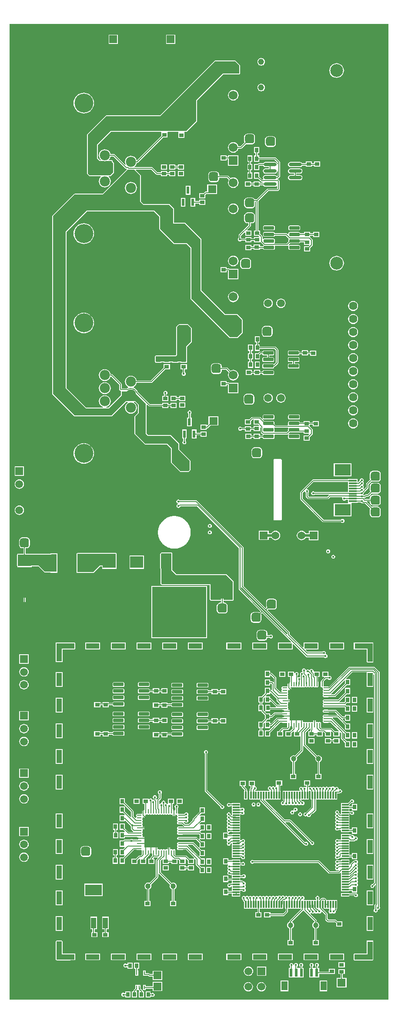
<source format=gtl>
G04*
G04 #@! TF.GenerationSoftware,Altium Limited,Altium Designer,20.0.12 (288)*
G04*
G04 Layer_Physical_Order=1*
G04 Layer_Color=255*
%FSLAX25Y25*%
%MOIN*%
G70*
G01*
G75*
%ADD13C,0.00600*%
%ADD19R,0.06299X0.05906*%
%ADD20R,0.02756X0.03543*%
%ADD21R,0.24016X0.24016*%
%ADD22O,0.00984X0.03937*%
%ADD23O,0.03937X0.00984*%
%ADD24R,0.09921X0.09095*%
%ADD25R,0.03937X0.13583*%
%ADD26R,0.03937X0.10236*%
%ADD27R,0.03937X0.13780*%
%ADD28R,0.10236X0.03937*%
%ADD29R,0.13780X0.03937*%
%ADD30R,0.02362X0.06102*%
%ADD31R,0.04724X0.07087*%
G04:AMPARAMS|DCode=32|XSize=77.56mil|YSize=23.62mil|CornerRadius=2.95mil|HoleSize=0mil|Usage=FLASHONLY|Rotation=0.000|XOffset=0mil|YOffset=0mil|HoleType=Round|Shape=RoundedRectangle|*
%AMROUNDEDRECTD32*
21,1,0.07756,0.01772,0,0,0.0*
21,1,0.07165,0.02362,0,0,0.0*
1,1,0.00591,0.03583,-0.00886*
1,1,0.00591,-0.03583,-0.00886*
1,1,0.00591,-0.03583,0.00886*
1,1,0.00591,0.03583,0.00886*
%
%ADD32ROUNDEDRECTD32*%
%ADD33R,0.03543X0.02756*%
%ADD34R,0.02362X0.05709*%
%ADD35R,0.12284X0.08819*%
%ADD36R,0.06299X0.01181*%
G04:AMPARAMS|DCode=37|XSize=70mil|YSize=70mil|CornerRadius=17.5mil|HoleSize=0mil|Usage=FLASHONLY|Rotation=90.000|XOffset=0mil|YOffset=0mil|HoleType=Round|Shape=RoundedRectangle|*
%AMROUNDEDRECTD37*
21,1,0.07000,0.03500,0,0,90.0*
21,1,0.03500,0.07000,0,0,90.0*
1,1,0.03500,0.01750,0.01750*
1,1,0.03500,0.01750,-0.01750*
1,1,0.03500,-0.01750,-0.01750*
1,1,0.03500,-0.01750,0.01750*
%
%ADD37ROUNDEDRECTD37*%
%ADD38R,0.05315X0.01378*%
%ADD39R,0.01378X0.05315*%
%ADD40O,0.09843X0.02756*%
%ADD41R,0.09370X0.06496*%
%ADD42R,0.00984X0.02756*%
%ADD43R,0.03937X0.08465*%
%ADD44R,0.12795X0.08465*%
%ADD86R,0.41339X0.38780*%
%ADD87C,0.02000*%
%ADD88C,0.05906*%
%ADD89R,0.05906X0.05906*%
%ADD90C,0.06000*%
%ADD91R,0.05906X0.05906*%
%ADD92C,0.09843*%
%ADD93C,0.04528*%
%ADD94C,0.06378*%
%ADD95R,0.05937X0.05937*%
%ADD96C,0.05937*%
%ADD97R,0.05937X0.05937*%
%ADD98C,0.06791*%
%ADD99R,0.06791X0.06791*%
%ADD100C,0.14512*%
%ADD101R,0.07800X0.07800*%
%ADD102C,0.07800*%
%ADD103C,0.25591*%
%ADD104C,0.04055*%
%ADD105C,0.01772*%
%ADD106C,0.01968*%
G36*
X290480Y-24D02*
X-20D01*
Y746976D01*
X-58Y747014D01*
X133Y747476D01*
X290480D01*
Y-24D01*
D02*
G37*
%LPC*%
G36*
X127032Y739428D02*
X119927D01*
Y732323D01*
X127032D01*
Y739428D01*
D02*
G37*
G36*
X83033D02*
X75927D01*
Y732323D01*
X83033D01*
Y739428D01*
D02*
G37*
G36*
X192822Y721507D02*
X192075Y721408D01*
X191378Y721120D01*
X190780Y720661D01*
X190321Y720062D01*
X190032Y719366D01*
X189934Y718618D01*
X190032Y717871D01*
X190321Y717174D01*
X190780Y716576D01*
X191378Y716117D01*
X192075Y715828D01*
X192822Y715730D01*
X193570Y715828D01*
X194266Y716117D01*
X194864Y716576D01*
X195324Y717174D01*
X195612Y717871D01*
X195711Y718618D01*
X195612Y719366D01*
X195324Y720062D01*
X194864Y720661D01*
X194266Y721120D01*
X193570Y721408D01*
X192822Y721507D01*
D02*
G37*
G36*
X250622Y717463D02*
X249181Y717274D01*
X247838Y716717D01*
X246684Y715832D01*
X245799Y714679D01*
X245243Y713336D01*
X245053Y711895D01*
X245243Y710453D01*
X245799Y709110D01*
X246684Y707957D01*
X247838Y707072D01*
X249181Y706515D01*
X250622Y706326D01*
X252063Y706515D01*
X253407Y707072D01*
X254560Y707957D01*
X255445Y709110D01*
X256001Y710453D01*
X256191Y711895D01*
X256001Y713336D01*
X255445Y714679D01*
X254560Y715832D01*
X253407Y716717D01*
X252063Y717274D01*
X250622Y717463D01*
D02*
G37*
G36*
X192822Y701822D02*
X192075Y701723D01*
X191378Y701435D01*
X190780Y700976D01*
X190321Y700377D01*
X190032Y699681D01*
X189934Y698933D01*
X190032Y698185D01*
X190321Y697489D01*
X190780Y696891D01*
X191378Y696432D01*
X192075Y696143D01*
X192822Y696045D01*
X193570Y696143D01*
X194266Y696432D01*
X194864Y696891D01*
X195324Y697489D01*
X195612Y698185D01*
X195711Y698933D01*
X195612Y699681D01*
X195324Y700377D01*
X194864Y700976D01*
X194266Y701435D01*
X193570Y701723D01*
X192822Y701822D01*
D02*
G37*
G36*
X171480Y697006D02*
X170437Y696868D01*
X169465Y696466D01*
X168630Y695825D01*
X167990Y694991D01*
X167587Y694019D01*
X167450Y692976D01*
X167587Y691932D01*
X167990Y690961D01*
X168630Y690126D01*
X169465Y689485D01*
X170437Y689083D01*
X171480Y688945D01*
X172523Y689083D01*
X173495Y689485D01*
X174329Y690126D01*
X174970Y690961D01*
X175373Y691932D01*
X175510Y692976D01*
X175373Y694019D01*
X174970Y694991D01*
X174329Y695825D01*
X173495Y696466D01*
X172523Y696868D01*
X171480Y697006D01*
D02*
G37*
G36*
X56880Y694870D02*
X55340Y694718D01*
X53859Y694269D01*
X52494Y693539D01*
X51298Y692557D01*
X50316Y691361D01*
X49587Y689996D01*
X49138Y688516D01*
X48986Y686976D01*
X49138Y685436D01*
X49587Y683955D01*
X50316Y682590D01*
X51298Y681394D01*
X52494Y680412D01*
X53859Y679683D01*
X55340Y679233D01*
X56880Y679082D01*
X58420Y679233D01*
X59901Y679683D01*
X61265Y680412D01*
X62462Y681394D01*
X63443Y682590D01*
X64173Y683955D01*
X64622Y685436D01*
X64774Y686976D01*
X64622Y688516D01*
X64173Y689996D01*
X63443Y691361D01*
X62462Y692557D01*
X61265Y693539D01*
X59901Y694269D01*
X58420Y694718D01*
X56880Y694870D01*
D02*
G37*
G36*
X172980Y719625D02*
X157480D01*
X157021Y719435D01*
X115211Y677625D01*
X73980D01*
X73521Y677435D01*
X59521Y663435D01*
X59330Y662976D01*
Y632976D01*
X59521Y632516D01*
X61021Y631016D01*
X61480Y630826D01*
X69828D01*
X69989Y630353D01*
X69770Y630185D01*
X69049Y629245D01*
X68596Y628150D01*
X68441Y626976D01*
X68596Y625801D01*
X69049Y624706D01*
X69770Y623766D01*
X70710Y623045D01*
X71805Y622591D01*
X72980Y622437D01*
X74155Y622591D01*
X75249Y623045D01*
X76189Y623766D01*
X76911Y624706D01*
X77364Y625801D01*
X77519Y626976D01*
X77364Y628150D01*
X76911Y629245D01*
X76189Y630185D01*
X75971Y630353D01*
X76131Y630826D01*
X76980D01*
X77439Y631016D01*
X79939Y633516D01*
X80129Y633976D01*
Y640976D01*
X79939Y641435D01*
X79129Y642245D01*
Y642476D01*
X78939Y642935D01*
X78480Y643125D01*
X76131D01*
X75971Y643599D01*
X76189Y643766D01*
X76911Y644706D01*
X77364Y645801D01*
X77398Y646058D01*
X79600D01*
X88831Y636827D01*
X89129Y636628D01*
X89444Y636565D01*
X89512Y636458D01*
X89644Y636058D01*
X71211Y617625D01*
X49980Y617625D01*
X49521Y617435D01*
X33021Y600935D01*
X32830Y600476D01*
Y463976D01*
X33021Y463516D01*
X49521Y447016D01*
X49980Y446826D01*
X77980D01*
X78439Y447016D01*
X89249Y457826D01*
X90492D01*
X90606Y457326D01*
X89770Y456685D01*
X89049Y455745D01*
X88596Y454650D01*
X88441Y453476D01*
X88596Y452301D01*
X89049Y451206D01*
X89770Y450266D01*
X90710Y449545D01*
X91805Y449091D01*
X92980Y448937D01*
X94155Y449091D01*
X95249Y449545D01*
X96189Y450266D01*
X96911Y451206D01*
X97364Y452301D01*
X97519Y453476D01*
X97364Y454650D01*
X96911Y455745D01*
X96189Y456685D01*
X95354Y457326D01*
X95467Y457826D01*
X96211D01*
X98330Y455707D01*
Y449745D01*
X96021Y447435D01*
X95830Y446976D01*
Y433476D01*
X96021Y433016D01*
X103521Y425516D01*
X103980Y425326D01*
X120711D01*
X123830Y422207D01*
Y411476D01*
X124021Y411016D01*
X130521Y404516D01*
X130980Y404326D01*
X136980D01*
X137439Y404516D01*
X138439Y405516D01*
X138629Y405976D01*
Y412976D01*
X138439Y413435D01*
X130129Y421745D01*
Y425976D01*
X129939Y426435D01*
X123939Y432435D01*
X123480Y432625D01*
X106249D01*
X105129Y433745D01*
Y455735D01*
X105591Y455926D01*
X106750Y454768D01*
X107047Y454569D01*
X107398Y454499D01*
X107398Y454499D01*
X116858D01*
Y453439D01*
X121601D01*
Y454499D01*
X123358D01*
Y453379D01*
X128101D01*
Y457335D01*
X123358D01*
Y456334D01*
X121601D01*
Y457395D01*
X116858D01*
Y456334D01*
X107779D01*
X98097Y466015D01*
X97959Y466350D01*
X97045Y467541D01*
X95854Y468455D01*
X94889Y468854D01*
Y469396D01*
X95249Y469545D01*
X96189Y470266D01*
X96911Y471206D01*
X97364Y472301D01*
X97398Y472558D01*
X108586D01*
X108937Y472628D01*
X109235Y472827D01*
X119406Y482998D01*
X122851D01*
Y486953D01*
X118108D01*
Y484295D01*
X108206Y474393D01*
X97398D01*
X97364Y474650D01*
X96911Y475745D01*
X96189Y476685D01*
X95249Y477406D01*
X94155Y477860D01*
X92980Y478014D01*
X91805Y477860D01*
X90710Y477406D01*
X89770Y476685D01*
X89049Y475745D01*
X88596Y474650D01*
X88441Y473476D01*
X88596Y472301D01*
X89049Y471206D01*
X89770Y470266D01*
X90710Y469545D01*
X91071Y469396D01*
Y468854D01*
X90105Y468455D01*
X90025Y468393D01*
X85897D01*
Y471476D01*
X85828Y471827D01*
X85629Y472124D01*
X78629Y479124D01*
X78331Y479323D01*
X77980Y479393D01*
X77398D01*
X77364Y479650D01*
X76911Y480745D01*
X76189Y481685D01*
X75249Y482406D01*
X74155Y482860D01*
X72980Y483014D01*
X71805Y482860D01*
X70710Y482406D01*
X69770Y481685D01*
X69049Y480745D01*
X68596Y479650D01*
X68441Y478476D01*
X68596Y477301D01*
X69049Y476206D01*
X69770Y475266D01*
X70710Y474545D01*
X71805Y474091D01*
X72980Y473937D01*
X74155Y474091D01*
X75249Y474545D01*
X76189Y475266D01*
X76911Y476206D01*
X77301Y477149D01*
X77717Y477294D01*
X77867Y477291D01*
X84062Y471096D01*
Y467476D01*
X84132Y467124D01*
X84331Y466827D01*
X84629Y466628D01*
X84980Y466558D01*
X85030D01*
X85365Y466058D01*
X85330Y465976D01*
Y463245D01*
X75711Y453625D01*
X74271D01*
X74155Y454091D01*
X75249Y454545D01*
X76189Y455266D01*
X76911Y456206D01*
X77364Y457301D01*
X77519Y458476D01*
X77364Y459650D01*
X76911Y460745D01*
X76189Y461685D01*
X75249Y462406D01*
X74155Y462860D01*
X72980Y463014D01*
X71805Y462860D01*
X70710Y462406D01*
X69770Y461685D01*
X69049Y460745D01*
X68596Y459650D01*
X68441Y458476D01*
X68596Y457301D01*
X69049Y456206D01*
X69770Y455266D01*
X70710Y454545D01*
X71805Y454091D01*
X71689Y453625D01*
X58749Y453625D01*
X43629Y468745D01*
Y588207D01*
X59249Y603826D01*
X110711D01*
X114830Y599707D01*
Y590476D01*
X115021Y590016D01*
X126021Y579016D01*
X126480Y578826D01*
X135711D01*
X138830Y575707D01*
Y536976D01*
X139021Y536516D01*
X168521Y507016D01*
X168980Y506826D01*
X174480D01*
X174939Y507016D01*
X178439Y510516D01*
X178629Y510976D01*
Y520976D01*
X178439Y521435D01*
X174939Y524935D01*
X174480Y525125D01*
X165249D01*
X147129Y543245D01*
Y582476D01*
X146939Y582935D01*
X134939Y594935D01*
X134480Y595125D01*
X126129Y595125D01*
Y605976D01*
X125939Y606435D01*
X122939Y609435D01*
X122480Y609625D01*
X102749D01*
X100629Y611745D01*
X100629Y631475D01*
X100439Y631935D01*
X96778Y635596D01*
X96969Y636058D01*
X108600D01*
X112331Y632327D01*
X112629Y632128D01*
X112980Y632058D01*
X115858D01*
Y630939D01*
X120601D01*
Y632058D01*
X122358D01*
Y630879D01*
X127101D01*
Y634835D01*
X122358D01*
Y633893D01*
X120601D01*
Y634895D01*
X115858D01*
Y633893D01*
X113360D01*
X109629Y637624D01*
X109331Y637823D01*
X108980Y637893D01*
X95873D01*
X95703Y638393D01*
X96189Y638766D01*
X96911Y639706D01*
X97364Y640801D01*
X97398Y641058D01*
X97836D01*
X98187Y641128D01*
X98485Y641327D01*
X117656Y660498D01*
X121101D01*
Y664454D01*
X121409Y664826D01*
X129336D01*
X129358Y664335D01*
X129358Y664326D01*
Y660380D01*
X134101D01*
Y664326D01*
X134101Y664335D01*
X134124Y664826D01*
X135480D01*
X135939Y665016D01*
X143439Y672516D01*
X143629Y672976D01*
Y688707D01*
X163749Y708826D01*
X175980D01*
X176439Y709016D01*
X176629Y709476D01*
Y715976D01*
X176439Y716435D01*
X173439Y719435D01*
X172980Y719625D01*
D02*
G37*
G36*
X185730Y663622D02*
X182230D01*
X181313Y663439D01*
X180535Y662920D01*
X180016Y662143D01*
X179834Y661226D01*
Y657726D01*
X180016Y656810D01*
X177100Y653893D01*
X175389D01*
X175373Y654019D01*
X174970Y654991D01*
X174329Y655825D01*
X173495Y656466D01*
X172523Y656868D01*
X171480Y657006D01*
X170437Y656868D01*
X169465Y656466D01*
X168630Y655825D01*
X167990Y654991D01*
X167587Y654019D01*
X167450Y652976D01*
X167587Y651932D01*
X167990Y650960D01*
X168630Y650126D01*
X169465Y649485D01*
X170437Y649083D01*
X171480Y648945D01*
X172523Y649083D01*
X173495Y649485D01*
X174329Y650126D01*
X174970Y650960D01*
X175373Y651932D01*
X175389Y652058D01*
X177480D01*
X177831Y652128D01*
X178129Y652327D01*
X181314Y655512D01*
X182230Y655330D01*
X185730D01*
X186647Y655512D01*
X187424Y656031D01*
X187943Y656809D01*
X188126Y657726D01*
Y661226D01*
X187943Y662143D01*
X187424Y662920D01*
X186647Y663439D01*
X185730Y663622D01*
D02*
G37*
G36*
X201730Y661622D02*
X198230D01*
X197313Y661439D01*
X196536Y660920D01*
X196016Y660143D01*
X195834Y659226D01*
Y655726D01*
X196016Y654809D01*
X196536Y654031D01*
X197313Y653512D01*
X198230Y653330D01*
X201730D01*
X202647Y653512D01*
X203424Y654031D01*
X203943Y654809D01*
X204126Y655726D01*
Y659226D01*
X203943Y660143D01*
X203424Y660920D01*
X202647Y661439D01*
X201730Y661622D01*
D02*
G37*
G36*
X175476Y646971D02*
X167484D01*
Y645834D01*
X166351D01*
Y646895D01*
X161608D01*
Y642939D01*
X166351D01*
Y643999D01*
X167484D01*
Y638980D01*
X175476D01*
Y646971D01*
D02*
G37*
G36*
X238042Y642335D02*
X233299D01*
Y640834D01*
X231602D01*
Y642335D01*
X226858D01*
Y640834D01*
X224184D01*
X223845Y641343D01*
X223190Y641780D01*
X222419Y641933D01*
X215332D01*
X214560Y641780D01*
X213906Y641343D01*
X213469Y640688D01*
X213316Y639917D01*
X213469Y639145D01*
X213906Y638490D01*
X214560Y638053D01*
X215332Y637900D01*
X222419D01*
X223190Y638053D01*
X223845Y638490D01*
X224184Y638999D01*
X226858D01*
Y638379D01*
X231602D01*
Y638999D01*
X233299D01*
Y638379D01*
X238042D01*
Y642335D01*
D02*
G37*
G36*
X191267Y653288D02*
X187311D01*
Y648545D01*
X188371D01*
Y646788D01*
X187311D01*
Y642045D01*
X191267D01*
Y643499D01*
X203159D01*
X205562Y641095D01*
Y640378D01*
X205062Y640329D01*
X204991Y640688D01*
X204554Y641343D01*
X203899Y641780D01*
X203127Y641933D01*
X196041D01*
X195269Y641780D01*
X194615Y641343D01*
X194275Y640834D01*
X190895D01*
X190544Y640764D01*
X190246Y640565D01*
X189969Y640288D01*
X187311D01*
Y635545D01*
X191267D01*
Y638990D01*
X191275Y638999D01*
X194275D01*
X194615Y638490D01*
X195269Y638053D01*
X196041Y637900D01*
X198667D01*
Y636933D01*
X196041D01*
X195269Y636780D01*
X194615Y636343D01*
X194178Y635688D01*
X194024Y634916D01*
X194178Y634145D01*
X194615Y633491D01*
X195269Y633053D01*
X196041Y632900D01*
X203127D01*
X203899Y633053D01*
X204554Y633491D01*
X204991Y634145D01*
X205062Y634504D01*
X205562Y634455D01*
Y631494D01*
X205161Y631117D01*
X204676Y631160D01*
X204554Y631343D01*
X203899Y631780D01*
X203127Y631933D01*
X196041D01*
X195269Y631780D01*
X194615Y631343D01*
X194178Y630688D01*
X194024Y629916D01*
X194178Y629145D01*
X194346Y628893D01*
X194078Y628393D01*
X193610D01*
X191409Y630594D01*
X191267Y630689D01*
Y633788D01*
X187311D01*
Y629045D01*
X190278D01*
X190367Y629027D01*
X190380D01*
X192581Y626827D01*
X192879Y626628D01*
X193230Y626558D01*
X193829D01*
X194112Y626058D01*
X193977Y625834D01*
X191601D01*
Y626954D01*
X186858D01*
Y625834D01*
X185161D01*
Y626954D01*
X180417D01*
Y622998D01*
X185161D01*
Y623999D01*
X186858D01*
Y622998D01*
X191601D01*
Y623999D01*
X194275D01*
X194615Y623490D01*
X195269Y623053D01*
X196041Y622900D01*
X203127D01*
X203899Y623053D01*
X204554Y623490D01*
X204562Y623503D01*
X205062Y623352D01*
Y621393D01*
X197980D01*
X197629Y621323D01*
X197331Y621124D01*
X189350Y613143D01*
X187943D01*
X187424Y613920D01*
X186647Y614439D01*
X185730Y614622D01*
X182230D01*
X181313Y614439D01*
X180535Y613920D01*
X180016Y613142D01*
X179834Y612226D01*
Y608726D01*
X180016Y607809D01*
X180535Y607031D01*
X181313Y606512D01*
X182230Y606330D01*
X185730D01*
X186647Y606512D01*
X187424Y607031D01*
X187943Y607809D01*
X188126Y608726D01*
Y611308D01*
X188812D01*
Y589395D01*
X187358D01*
Y585439D01*
X190804D01*
X191504Y584738D01*
X191313Y584276D01*
X187358D01*
Y583393D01*
X185351D01*
Y584276D01*
X180608D01*
Y583393D01*
X177654D01*
X177551Y583547D01*
X177397Y583649D01*
Y585209D01*
X180146Y587958D01*
X180608Y587767D01*
Y585439D01*
X185351D01*
Y589395D01*
X182236D01*
X182045Y589856D01*
X184629Y592440D01*
X184828Y592738D01*
X184897Y593089D01*
Y594830D01*
X185730D01*
X186647Y595012D01*
X187424Y595531D01*
X187943Y596309D01*
X188126Y597226D01*
Y600726D01*
X187943Y601643D01*
X187424Y602420D01*
X186647Y602939D01*
X185730Y603122D01*
X182230D01*
X181313Y602939D01*
X180535Y602420D01*
X180016Y601643D01*
X179834Y600726D01*
Y597226D01*
X180016Y596309D01*
X180535Y595531D01*
X181313Y595012D01*
X182230Y594830D01*
X183062D01*
Y593469D01*
X175831Y586238D01*
X175632Y585941D01*
X175562Y585589D01*
Y583649D01*
X175409Y583547D01*
X175080Y583055D01*
X174965Y582476D01*
X175080Y581896D01*
X175409Y581404D01*
X175900Y581076D01*
X176480Y580961D01*
X177059Y581076D01*
X177551Y581404D01*
X177654Y581558D01*
X180608D01*
Y580321D01*
X185351D01*
Y581381D01*
X187358D01*
Y580321D01*
X192101D01*
X192524Y580133D01*
X194549Y578108D01*
X194527Y577889D01*
X194329Y577593D01*
X194266Y577275D01*
X191851D01*
Y578453D01*
X187108D01*
Y577275D01*
X185351D01*
Y578395D01*
X180608D01*
Y574439D01*
X185351D01*
Y575440D01*
X187108D01*
Y574498D01*
X191851D01*
Y575440D01*
X194266D01*
X194329Y575122D01*
X194527Y574826D01*
X194823Y574628D01*
X195173Y574559D01*
X202338D01*
X202687Y574628D01*
X202983Y574826D01*
X203181Y575122D01*
X203251Y575472D01*
Y577243D01*
X203509Y577558D01*
X212626D01*
X212977Y577628D01*
X213274Y577827D01*
X213452Y578004D01*
X213840Y577686D01*
X213838Y577683D01*
X213778Y577593D01*
X213709Y577243D01*
Y575472D01*
X213778Y575122D01*
X213976Y574826D01*
X214272Y574628D01*
X214621Y574559D01*
X221787D01*
X222136Y574628D01*
X222432Y574826D01*
X222630Y575122D01*
X222700Y575472D01*
Y577243D01*
X222630Y577593D01*
X222432Y577889D01*
X222136Y578087D01*
X221787Y578156D01*
X214621D01*
X214272Y578087D01*
X214182Y578026D01*
X214179Y578024D01*
X214128Y578087D01*
X214128Y578087D01*
X214104Y578117D01*
X213860Y578413D01*
X215006Y579559D01*
X221787D01*
X222136Y579628D01*
X222432Y579826D01*
X222630Y580122D01*
X222693Y580440D01*
X225608D01*
Y578379D01*
X229563D01*
X229754Y577918D01*
X229054Y577217D01*
X225608D01*
Y573261D01*
X230351D01*
Y575920D01*
X232129Y577697D01*
X232328Y577994D01*
X232397Y578346D01*
Y581976D01*
X232328Y582327D01*
X232129Y582624D01*
X230438Y584315D01*
X230351Y584373D01*
Y585440D01*
X232608D01*
Y584320D01*
X237351D01*
Y588276D01*
X232608D01*
Y587275D01*
X230351D01*
Y588276D01*
X225608D01*
Y587275D01*
X222693D01*
X222630Y587593D01*
X222432Y587889D01*
X222136Y588087D01*
X221787Y588156D01*
X214621D01*
X214272Y588087D01*
X213976Y587889D01*
X213778Y587593D01*
X213709Y587243D01*
Y586645D01*
X213247Y586454D01*
X212694Y587006D01*
X212397Y587205D01*
X212045Y587275D01*
X203245D01*
X203181Y587593D01*
X202983Y587889D01*
X202687Y588087D01*
X202338Y588156D01*
X195173D01*
X194823Y588087D01*
X194527Y587889D01*
X194329Y587593D01*
X194260Y587243D01*
Y585472D01*
X194329Y585122D01*
X194527Y584826D01*
X194823Y584628D01*
X195173Y584559D01*
X202338D01*
X202687Y584628D01*
X202983Y584826D01*
X203181Y585122D01*
X203245Y585440D01*
X211665D01*
X213760Y583346D01*
X213976Y582889D01*
X213778Y582593D01*
X213709Y582243D01*
Y580857D01*
X212245Y579393D01*
X203236D01*
X203105Y579618D01*
X203028Y579893D01*
X203181Y580122D01*
X203251Y580472D01*
Y582243D01*
X203181Y582593D01*
X202983Y582889D01*
X202687Y583087D01*
X202338Y583156D01*
X195173D01*
X194823Y583087D01*
X194527Y582889D01*
X193938Y582895D01*
X193857Y582951D01*
Y584600D01*
X193787Y584952D01*
X193588Y585249D01*
X192101Y586736D01*
Y589395D01*
X190647D01*
Y611845D01*
X198360Y619558D01*
X205480D01*
X205831Y619628D01*
X206129Y619827D01*
X206629Y620327D01*
X206828Y620624D01*
X206897Y620976D01*
Y627124D01*
X206828Y627475D01*
X206629Y627773D01*
X206277Y628124D01*
X205979Y628323D01*
X205628Y628393D01*
X205553D01*
X205270Y628893D01*
X205333Y628999D01*
X205421D01*
X205772Y629069D01*
X206070Y629268D01*
X207129Y630327D01*
X207328Y630624D01*
X207397Y630976D01*
Y641476D01*
X207328Y641827D01*
X207129Y642124D01*
X204188Y645065D01*
X203890Y645264D01*
X203539Y645334D01*
X191267D01*
Y646788D01*
X190207D01*
Y648545D01*
X191267D01*
Y653288D01*
D02*
G37*
G36*
X133601Y640072D02*
X128858D01*
Y638893D01*
X127101D01*
Y639954D01*
X122358D01*
Y635998D01*
X127101D01*
Y637058D01*
X128858D01*
Y636116D01*
X133601D01*
Y640072D01*
D02*
G37*
G36*
X120601Y640013D02*
X115858D01*
Y636057D01*
X120601D01*
Y640013D01*
D02*
G37*
G36*
X133601Y634953D02*
X128858D01*
Y630998D01*
X133601D01*
Y634953D01*
D02*
G37*
G36*
X186149Y646788D02*
X182193D01*
Y642045D01*
X183253D01*
Y640288D01*
X182193D01*
Y635545D01*
X183253D01*
Y633788D01*
X182193D01*
Y629045D01*
X186149D01*
Y633788D01*
X185088D01*
Y635545D01*
X186149D01*
Y640288D01*
X185088D01*
Y642045D01*
X186149D01*
Y646788D01*
D02*
G37*
G36*
X222419Y636933D02*
X215332D01*
X214560Y636780D01*
X213906Y636343D01*
X213469Y635688D01*
X213316Y634916D01*
X213469Y634145D01*
X213906Y633491D01*
X214560Y633053D01*
X215332Y632900D01*
X217958D01*
Y631933D01*
X215332D01*
X214560Y631780D01*
X213906Y631343D01*
X213469Y630688D01*
X213316Y629916D01*
X213469Y629145D01*
X213906Y628490D01*
X214560Y628053D01*
X215332Y627900D01*
X222419D01*
X223190Y628053D01*
X223845Y628490D01*
X224282Y629145D01*
X224435Y629916D01*
X224282Y630688D01*
X223845Y631343D01*
X223190Y631780D01*
X222419Y631933D01*
X219793D01*
Y632900D01*
X222419D01*
X223190Y633053D01*
X223845Y633491D01*
X224282Y634145D01*
X224435Y634916D01*
X224282Y635688D01*
X223845Y636343D01*
X223190Y636780D01*
X222419Y636933D01*
D02*
G37*
G36*
X158230Y634622D02*
X154730D01*
X153813Y634439D01*
X153035Y633920D01*
X152516Y633143D01*
X152334Y632226D01*
Y628726D01*
X152516Y627809D01*
X153035Y627031D01*
X153813Y626512D01*
X154730Y626330D01*
X158230D01*
X159147Y626512D01*
X159924Y627031D01*
X160443Y627809D01*
X160626Y628726D01*
Y629558D01*
X166600D01*
X168067Y628091D01*
X167990Y627991D01*
X167587Y627019D01*
X167450Y625976D01*
X167587Y624932D01*
X167990Y623960D01*
X168630Y623126D01*
X169465Y622485D01*
X170437Y622083D01*
X171480Y621945D01*
X172523Y622083D01*
X173495Y622485D01*
X174329Y623126D01*
X174970Y623960D01*
X175373Y624932D01*
X175510Y625976D01*
X175373Y627019D01*
X174970Y627991D01*
X174329Y628825D01*
X173495Y629466D01*
X172523Y629868D01*
X171480Y630006D01*
X170437Y629868D01*
X169465Y629466D01*
X169364Y629389D01*
X167629Y631124D01*
X167331Y631323D01*
X166980Y631393D01*
X160626D01*
Y632226D01*
X160443Y633143D01*
X159924Y633920D01*
X159147Y634439D01*
X158230Y634622D01*
D02*
G37*
G36*
X138511Y623615D02*
X134949D01*
Y616706D01*
X138511D01*
Y623615D01*
D02*
G37*
G36*
X158979Y624493D02*
X151480D01*
Y619205D01*
X150376D01*
X150025Y619135D01*
X149727Y618936D01*
X148804Y618013D01*
X145358D01*
Y614057D01*
X150101D01*
Y616715D01*
X150756Y617370D01*
X152577D01*
X152666Y617387D01*
X158979D01*
Y624493D01*
D02*
G37*
G36*
X142251Y614363D02*
X138689D01*
Y607454D01*
X142251D01*
Y609999D01*
X145358D01*
Y608939D01*
X150101D01*
Y612894D01*
X145358D01*
Y611834D01*
X142251D01*
Y614363D01*
D02*
G37*
G36*
X134771D02*
X131209D01*
Y607454D01*
X134771D01*
Y614363D01*
D02*
G37*
G36*
X171480Y610006D02*
X170437Y609868D01*
X169465Y609466D01*
X168630Y608825D01*
X167990Y607991D01*
X167587Y607019D01*
X167450Y605976D01*
X167587Y604932D01*
X167990Y603961D01*
X168630Y603126D01*
X169465Y602485D01*
X170437Y602083D01*
X171480Y601945D01*
X172523Y602083D01*
X173495Y602485D01*
X174329Y603126D01*
X174970Y603961D01*
X175373Y604932D01*
X175510Y605976D01*
X175373Y607019D01*
X174970Y607991D01*
X174329Y608825D01*
X173495Y609466D01*
X172523Y609868D01*
X171480Y610006D01*
D02*
G37*
G36*
X221787Y593156D02*
X214621D01*
X214272Y593087D01*
X213976Y592889D01*
X213778Y592593D01*
X213709Y592243D01*
Y590472D01*
X213778Y590122D01*
X213976Y589826D01*
X214272Y589628D01*
X214621Y589559D01*
X221787D01*
X222136Y589628D01*
X222432Y589826D01*
X222630Y590122D01*
X222700Y590472D01*
Y592243D01*
X222630Y592593D01*
X222432Y592889D01*
X222136Y593087D01*
X221787Y593156D01*
D02*
G37*
G36*
X202338D02*
X195173D01*
X194823Y593087D01*
X194527Y592889D01*
X194329Y592593D01*
X194260Y592243D01*
Y590472D01*
X194329Y590122D01*
X194527Y589826D01*
X194823Y589628D01*
X195173Y589559D01*
X202338D01*
X202687Y589628D01*
X202983Y589826D01*
X203181Y590122D01*
X203251Y590472D01*
Y592243D01*
X203181Y592593D01*
X202983Y592889D01*
X202687Y593087D01*
X202338Y593156D01*
D02*
G37*
G36*
X56880Y594870D02*
X55340Y594718D01*
X53859Y594269D01*
X52494Y593539D01*
X51298Y592557D01*
X50316Y591361D01*
X49587Y589996D01*
X49138Y588516D01*
X48986Y586976D01*
X49138Y585436D01*
X49587Y583955D01*
X50316Y582590D01*
X51298Y581394D01*
X52494Y580412D01*
X53859Y579683D01*
X55340Y579233D01*
X56880Y579082D01*
X58420Y579233D01*
X59901Y579683D01*
X61265Y580412D01*
X62462Y581394D01*
X63443Y582590D01*
X64173Y583955D01*
X64622Y585436D01*
X64774Y586976D01*
X64622Y588516D01*
X64173Y589996D01*
X63443Y591361D01*
X62462Y592557D01*
X61265Y593539D01*
X59901Y594269D01*
X58420Y594718D01*
X56880Y594870D01*
D02*
G37*
G36*
X171480Y570006D02*
X170437Y569868D01*
X169465Y569466D01*
X168630Y568825D01*
X167990Y567991D01*
X167587Y567019D01*
X167450Y565976D01*
X167587Y564932D01*
X167990Y563961D01*
X168630Y563126D01*
X169465Y562485D01*
X170437Y562083D01*
X171480Y561945D01*
X172523Y562083D01*
X173495Y562485D01*
X174329Y563126D01*
X174970Y563961D01*
X175373Y564932D01*
X175510Y565976D01*
X175373Y567019D01*
X174970Y567991D01*
X174329Y568825D01*
X173495Y569466D01*
X172523Y569868D01*
X171480Y570006D01*
D02*
G37*
G36*
X182730Y568122D02*
X179230D01*
X178313Y567939D01*
X177535Y567420D01*
X177016Y566643D01*
X176834Y565726D01*
Y562226D01*
X177016Y561309D01*
X177535Y560531D01*
X178313Y560012D01*
X179230Y559830D01*
X182730D01*
X183647Y560012D01*
X184424Y560531D01*
X184943Y561309D01*
X185126Y562226D01*
Y565726D01*
X184943Y566643D01*
X184424Y567420D01*
X183647Y567939D01*
X182730Y568122D01*
D02*
G37*
G36*
X250622Y569826D02*
X249181Y569636D01*
X247838Y569079D01*
X246684Y568194D01*
X245799Y567041D01*
X245243Y565698D01*
X245053Y564257D01*
X245243Y562815D01*
X245799Y561472D01*
X246684Y560319D01*
X247838Y559434D01*
X249181Y558878D01*
X250622Y558688D01*
X252063Y558878D01*
X253407Y559434D01*
X254560Y560319D01*
X255445Y561472D01*
X256001Y562815D01*
X256191Y564257D01*
X256001Y565698D01*
X255445Y567041D01*
X254560Y568194D01*
X253407Y569079D01*
X252063Y569636D01*
X250622Y569826D01*
D02*
G37*
G36*
X166351Y561395D02*
X161608D01*
Y557439D01*
X166351D01*
Y558499D01*
X167484D01*
Y551980D01*
X175476D01*
Y559971D01*
X168782D01*
X168688Y560065D01*
X168390Y560264D01*
X168039Y560334D01*
X166351D01*
Y561395D01*
D02*
G37*
G36*
X171480Y542506D02*
X170437Y542368D01*
X169465Y541966D01*
X168630Y541325D01*
X167990Y540491D01*
X167587Y539519D01*
X167450Y538476D01*
X167587Y537432D01*
X167990Y536460D01*
X168630Y535626D01*
X169465Y534985D01*
X170437Y534583D01*
X171480Y534445D01*
X172523Y534583D01*
X173495Y534985D01*
X174329Y535626D01*
X174970Y536460D01*
X175373Y537432D01*
X175510Y538476D01*
X175373Y539519D01*
X174970Y540491D01*
X174329Y541325D01*
X173495Y541966D01*
X172523Y542368D01*
X171480Y542506D01*
D02*
G37*
G36*
X207980Y537175D02*
X207048Y537052D01*
X206180Y536693D01*
X205435Y536121D01*
X204863Y535375D01*
X204503Y534507D01*
X204380Y533576D01*
X204503Y532644D01*
X204863Y531776D01*
X205435Y531031D01*
X206180Y530458D01*
X207048Y530099D01*
X207980Y529976D01*
X208911Y530099D01*
X209779Y530458D01*
X210525Y531031D01*
X211097Y531776D01*
X211456Y532644D01*
X211579Y533576D01*
X211456Y534507D01*
X211097Y535375D01*
X210525Y536121D01*
X209779Y536693D01*
X208911Y537052D01*
X207980Y537175D01*
D02*
G37*
G36*
X198137D02*
X197206Y537052D01*
X196338Y536693D01*
X195592Y536121D01*
X195020Y535375D01*
X194661Y534507D01*
X194538Y533576D01*
X194661Y532644D01*
X195020Y531776D01*
X195592Y531031D01*
X196338Y530458D01*
X197206Y530099D01*
X198137Y529976D01*
X199069Y530099D01*
X199937Y530458D01*
X200682Y531031D01*
X201254Y531776D01*
X201614Y532644D01*
X201737Y533576D01*
X201614Y534507D01*
X201254Y535375D01*
X200682Y536121D01*
X199937Y536693D01*
X199069Y537052D01*
X198137Y537175D01*
D02*
G37*
G36*
X263322Y535297D02*
X262333Y535167D01*
X261411Y534785D01*
X260620Y534178D01*
X260012Y533386D01*
X259631Y532465D01*
X259500Y531476D01*
X259631Y530486D01*
X260012Y529565D01*
X260620Y528773D01*
X261411Y528166D01*
X262333Y527784D01*
X263322Y527654D01*
X264311Y527784D01*
X265233Y528166D01*
X266024Y528773D01*
X266632Y529565D01*
X267014Y530486D01*
X267144Y531476D01*
X267014Y532465D01*
X266632Y533386D01*
X266024Y534178D01*
X265233Y534785D01*
X264311Y535167D01*
X263322Y535297D01*
D02*
G37*
G36*
Y525297D02*
X262333Y525167D01*
X261411Y524785D01*
X260620Y524178D01*
X260012Y523386D01*
X259631Y522465D01*
X259500Y521476D01*
X259631Y520486D01*
X260012Y519565D01*
X260620Y518773D01*
X261411Y518166D01*
X262333Y517784D01*
X263322Y517654D01*
X264311Y517784D01*
X265233Y518166D01*
X266024Y518773D01*
X266632Y519565D01*
X267014Y520486D01*
X267144Y521476D01*
X267014Y522465D01*
X266632Y523386D01*
X266024Y524178D01*
X265233Y524785D01*
X264311Y525167D01*
X263322Y525297D01*
D02*
G37*
G36*
X56880Y526369D02*
X55340Y526218D01*
X53859Y525769D01*
X52494Y525039D01*
X51298Y524057D01*
X50316Y522861D01*
X49587Y521496D01*
X49138Y520016D01*
X48986Y518476D01*
X49138Y516936D01*
X49587Y515455D01*
X50316Y514090D01*
X51298Y512894D01*
X52494Y511912D01*
X53859Y511183D01*
X55340Y510733D01*
X56880Y510582D01*
X58420Y510733D01*
X59901Y511183D01*
X61265Y511912D01*
X62462Y512894D01*
X63443Y514090D01*
X64173Y515455D01*
X64622Y516936D01*
X64774Y518476D01*
X64622Y520016D01*
X64173Y521496D01*
X63443Y522861D01*
X62462Y524057D01*
X61265Y525039D01*
X59901Y525769D01*
X58420Y526218D01*
X56880Y526369D01*
D02*
G37*
G36*
X199230Y516122D02*
X195730D01*
X194813Y515939D01*
X194035Y515420D01*
X193516Y514642D01*
X193334Y513726D01*
Y510226D01*
X193516Y509309D01*
X194035Y508531D01*
X194813Y508012D01*
X195730Y507830D01*
X199230D01*
X200147Y508012D01*
X200924Y508531D01*
X201444Y509309D01*
X201626Y510226D01*
Y513726D01*
X201444Y514642D01*
X200924Y515420D01*
X200147Y515939D01*
X199230Y516122D01*
D02*
G37*
G36*
X263322Y515297D02*
X262333Y515167D01*
X261411Y514785D01*
X260620Y514178D01*
X260012Y513386D01*
X259631Y512465D01*
X259500Y511476D01*
X259631Y510487D01*
X260012Y509565D01*
X260620Y508773D01*
X261411Y508166D01*
X262333Y507784D01*
X263322Y507654D01*
X264311Y507784D01*
X265233Y508166D01*
X266024Y508773D01*
X266632Y509565D01*
X267014Y510487D01*
X267144Y511476D01*
X267014Y512465D01*
X266632Y513386D01*
X266024Y514178D01*
X265233Y514785D01*
X264311Y515167D01*
X263322Y515297D01*
D02*
G37*
G36*
Y505297D02*
X262333Y505167D01*
X261411Y504785D01*
X260620Y504178D01*
X260012Y503386D01*
X259631Y502465D01*
X259500Y501476D01*
X259631Y500487D01*
X260012Y499565D01*
X260620Y498773D01*
X261411Y498166D01*
X262333Y497784D01*
X263322Y497654D01*
X264311Y497784D01*
X265233Y498166D01*
X266024Y498773D01*
X266632Y499565D01*
X267014Y500487D01*
X267144Y501476D01*
X267014Y502465D01*
X266632Y503386D01*
X266024Y504178D01*
X265233Y504785D01*
X264311Y505167D01*
X263322Y505297D01*
D02*
G37*
G36*
X228602Y497453D02*
X223858D01*
Y496393D01*
X222168D01*
X222105Y496711D01*
X221907Y497007D01*
X221611Y497205D01*
X221261Y497274D01*
X214096D01*
X213747Y497205D01*
X213451Y497007D01*
X213253Y496711D01*
X213183Y496361D01*
Y494590D01*
X213253Y494240D01*
X213451Y493944D01*
X213747Y493746D01*
X214096Y493677D01*
X221261D01*
X221611Y493746D01*
X221907Y493944D01*
X222105Y494240D01*
X222168Y494558D01*
X223858D01*
Y493498D01*
X228602D01*
Y494558D01*
X230358D01*
Y493439D01*
X235102D01*
Y497395D01*
X230358D01*
Y496393D01*
X228602D01*
Y497453D01*
D02*
G37*
G36*
X201813Y497274D02*
X194647D01*
X194298Y497205D01*
X194002Y497007D01*
X193804Y496711D01*
X193741Y496393D01*
X191954D01*
X191603Y496323D01*
X191305Y496124D01*
X190528Y495347D01*
X187870D01*
Y490604D01*
X191826D01*
Y494050D01*
X192334Y494558D01*
X193741D01*
X193804Y494240D01*
X194002Y493944D01*
X194298Y493746D01*
X194647Y493677D01*
X197312D01*
Y492274D01*
X194647D01*
X194298Y492205D01*
X194002Y492007D01*
X193804Y491711D01*
X193734Y491361D01*
Y489590D01*
X193804Y489240D01*
X194002Y488944D01*
X194298Y488746D01*
X194647Y488677D01*
X201813D01*
X202162Y488746D01*
X202458Y488944D01*
X202656Y489240D01*
X202725Y489590D01*
Y491361D01*
X202656Y491711D01*
X202458Y492007D01*
X202162Y492205D01*
X201813Y492274D01*
X199147D01*
Y493677D01*
X201813D01*
X202162Y493746D01*
X202458Y493944D01*
X202656Y494240D01*
X202725Y494590D01*
Y496361D01*
X202656Y496711D01*
X202458Y497007D01*
X202162Y497205D01*
X201813Y497274D01*
D02*
G37*
G36*
X136480Y517625D02*
X129980D01*
X129521Y517435D01*
X128021Y515935D01*
X127830Y515476D01*
Y494245D01*
X127211Y493625D01*
X111980D01*
X111521Y493435D01*
X111330Y492976D01*
Y488976D01*
X111521Y488516D01*
X111608Y488480D01*
Y488116D01*
X116351D01*
Y488326D01*
X118108D01*
Y488116D01*
X122851D01*
Y488326D01*
X124608D01*
Y488057D01*
X129351D01*
Y488326D01*
X131108D01*
Y487998D01*
X135851D01*
Y488480D01*
X135939Y488516D01*
X136129Y488976D01*
Y500207D01*
X139439Y503516D01*
X139629Y503976D01*
Y514476D01*
X139439Y514935D01*
X136939Y517435D01*
X136480Y517625D01*
D02*
G37*
G36*
X263322Y495297D02*
X262333Y495167D01*
X261411Y494785D01*
X260620Y494178D01*
X260012Y493386D01*
X259631Y492465D01*
X259500Y491476D01*
X259631Y490486D01*
X260012Y489565D01*
X260620Y488773D01*
X261411Y488166D01*
X262333Y487784D01*
X263322Y487654D01*
X264311Y487784D01*
X265233Y488166D01*
X266024Y488773D01*
X266632Y489565D01*
X267014Y490486D01*
X267144Y491476D01*
X267014Y492465D01*
X266632Y493386D01*
X266024Y494178D01*
X265233Y494785D01*
X264311Y495167D01*
X263322Y495297D01*
D02*
G37*
G36*
X191826Y508347D02*
X187870D01*
Y503604D01*
X188930D01*
Y501847D01*
X187870D01*
Y497104D01*
X191826D01*
Y498558D01*
X203100D01*
X204062Y497596D01*
Y488356D01*
X202921Y487214D01*
X202458Y487007D01*
X202162Y487205D01*
X201813Y487274D01*
X194647D01*
X194298Y487205D01*
X194002Y487007D01*
X193804Y486711D01*
X193734Y486361D01*
Y484590D01*
X193804Y484240D01*
X194002Y483944D01*
X194298Y483746D01*
X194647Y483677D01*
X201813D01*
X202162Y483746D01*
X202458Y483944D01*
X202656Y484240D01*
X202725Y484590D01*
Y485086D01*
X203008D01*
X203359Y485156D01*
X203657Y485355D01*
X205629Y487327D01*
X205828Y487624D01*
X205897Y487976D01*
Y497976D01*
X205828Y498327D01*
X205629Y498624D01*
X204129Y500124D01*
X203831Y500323D01*
X203480Y500393D01*
X191826D01*
Y501847D01*
X190766D01*
Y503604D01*
X191826D01*
Y508347D01*
D02*
G37*
G36*
Y488847D02*
X187870D01*
Y484104D01*
X191826D01*
Y488847D01*
D02*
G37*
G36*
X186708Y501847D02*
X182752D01*
Y497104D01*
X183812D01*
Y495347D01*
X182752D01*
Y490604D01*
X183812D01*
Y488847D01*
X182752D01*
Y484104D01*
X186708D01*
Y488847D01*
X185647D01*
Y490604D01*
X186708D01*
Y495347D01*
X185647D01*
Y497104D01*
X186708D01*
Y501847D01*
D02*
G37*
G36*
X221261Y492274D02*
X214096D01*
X213747Y492205D01*
X213451Y492007D01*
X213253Y491711D01*
X213183Y491361D01*
Y489590D01*
X213253Y489240D01*
X213451Y488944D01*
X213747Y488746D01*
X214096Y488677D01*
X216761D01*
Y487274D01*
X214096D01*
X213747Y487205D01*
X213451Y487007D01*
X213253Y486711D01*
X213183Y486361D01*
Y484590D01*
X213253Y484240D01*
X213451Y483944D01*
X213747Y483746D01*
X214096Y483677D01*
X221261D01*
X221611Y483746D01*
X221907Y483944D01*
X222105Y484240D01*
X222174Y484590D01*
Y486361D01*
X222105Y486711D01*
X221907Y487007D01*
X221611Y487205D01*
X221261Y487274D01*
X218596D01*
Y488677D01*
X221261D01*
X221611Y488746D01*
X221907Y488944D01*
X222105Y489240D01*
X222174Y489590D01*
Y491361D01*
X222105Y491711D01*
X221907Y492007D01*
X221611Y492205D01*
X221261Y492274D01*
D02*
G37*
G36*
X192101Y482513D02*
X187358D01*
Y481393D01*
X185601D01*
Y482453D01*
X180858D01*
Y478498D01*
X185601D01*
Y479558D01*
X187358D01*
Y478557D01*
X192101D01*
Y479558D01*
X193741D01*
X193804Y479240D01*
X194002Y478944D01*
X194298Y478746D01*
X194647Y478677D01*
X201813D01*
X202162Y478746D01*
X202458Y478944D01*
X202656Y479240D01*
X202725Y479590D01*
Y481361D01*
X202656Y481711D01*
X202458Y482007D01*
X202162Y482205D01*
X201813Y482274D01*
X194647D01*
X194298Y482205D01*
X194002Y482007D01*
X193804Y481711D01*
X193741Y481393D01*
X192101D01*
Y482513D01*
D02*
G37*
G36*
X135851Y486835D02*
X131108D01*
Y482879D01*
X132562D01*
Y480649D01*
X132409Y480547D01*
X132080Y480055D01*
X131965Y479476D01*
X132080Y478896D01*
X132409Y478404D01*
X132900Y478076D01*
X133480Y477961D01*
X134060Y478076D01*
X134551Y478404D01*
X134879Y478896D01*
X134995Y479476D01*
X134879Y480055D01*
X134551Y480547D01*
X134397Y480649D01*
Y482879D01*
X135851D01*
Y486835D01*
D02*
G37*
G36*
X263322Y485297D02*
X262333Y485167D01*
X261411Y484785D01*
X260620Y484178D01*
X260012Y483386D01*
X259631Y482465D01*
X259500Y481476D01*
X259631Y480486D01*
X260012Y479565D01*
X260620Y478773D01*
X261411Y478166D01*
X262333Y477784D01*
X263322Y477654D01*
X264311Y477784D01*
X265233Y478166D01*
X266024Y478773D01*
X266632Y479565D01*
X267014Y480486D01*
X267144Y481476D01*
X267014Y482465D01*
X266632Y483386D01*
X266024Y484178D01*
X265233Y484785D01*
X264311Y485167D01*
X263322Y485297D01*
D02*
G37*
G36*
X160230Y487622D02*
X156730D01*
X155813Y487439D01*
X155035Y486920D01*
X154516Y486142D01*
X154334Y485226D01*
Y481726D01*
X154516Y480809D01*
X155035Y480031D01*
X155813Y479512D01*
X156730Y479330D01*
X160230D01*
X161147Y479512D01*
X161924Y480031D01*
X162443Y480809D01*
X162626Y481726D01*
Y482558D01*
X166100D01*
X168067Y480591D01*
X167990Y480491D01*
X167587Y479519D01*
X167450Y478476D01*
X167587Y477432D01*
X167990Y476461D01*
X168630Y475626D01*
X169465Y474985D01*
X170437Y474583D01*
X171480Y474445D01*
X172523Y474583D01*
X173495Y474985D01*
X174329Y475626D01*
X174970Y476461D01*
X175373Y477432D01*
X175510Y478476D01*
X175373Y479519D01*
X174970Y480491D01*
X174329Y481325D01*
X173495Y481966D01*
X172523Y482368D01*
X171480Y482506D01*
X170437Y482368D01*
X169465Y481966D01*
X169364Y481889D01*
X167129Y484124D01*
X166831Y484323D01*
X166480Y484393D01*
X162626D01*
Y485226D01*
X162443Y486142D01*
X161924Y486920D01*
X161147Y487439D01*
X160230Y487622D01*
D02*
G37*
G36*
X263322Y475297D02*
X262333Y475167D01*
X261411Y474785D01*
X260620Y474178D01*
X260012Y473386D01*
X259631Y472465D01*
X259500Y471476D01*
X259631Y470486D01*
X260012Y469565D01*
X260620Y468773D01*
X261411Y468166D01*
X262333Y467784D01*
X263322Y467654D01*
X264311Y467784D01*
X265233Y468166D01*
X266024Y468773D01*
X266632Y469565D01*
X267014Y470486D01*
X267144Y471476D01*
X267014Y472465D01*
X266632Y473386D01*
X266024Y474178D01*
X265233Y474785D01*
X264311Y475167D01*
X263322Y475297D01*
D02*
G37*
G36*
X166351Y473895D02*
X161608D01*
Y469939D01*
X166351D01*
Y470999D01*
X167484D01*
Y464480D01*
X175476D01*
Y472471D01*
X168782D01*
X168688Y472565D01*
X168390Y472764D01*
X168039Y472834D01*
X166351D01*
Y473895D01*
D02*
G37*
G36*
X72980Y473014D02*
X71805Y472860D01*
X70710Y472406D01*
X69770Y471685D01*
X69049Y470745D01*
X68596Y469650D01*
X68441Y468476D01*
X68596Y467301D01*
X69049Y466206D01*
X69770Y465266D01*
X70710Y464545D01*
X71805Y464091D01*
X72980Y463937D01*
X74155Y464091D01*
X75249Y464545D01*
X76189Y465266D01*
X76911Y466206D01*
X77364Y467301D01*
X77519Y468476D01*
X77364Y469650D01*
X76911Y470745D01*
X76189Y471685D01*
X75249Y472406D01*
X74155Y472860D01*
X72980Y473014D01*
D02*
G37*
G36*
X134601Y462572D02*
X129858D01*
Y461511D01*
X128101D01*
Y462454D01*
X123358D01*
Y458498D01*
X128101D01*
Y459676D01*
X129858D01*
Y458616D01*
X134601D01*
Y462572D01*
D02*
G37*
G36*
X119480Y466491D02*
X118900Y466375D01*
X118409Y466047D01*
X118080Y465555D01*
X117965Y464976D01*
X118080Y464396D01*
X118312Y464049D01*
Y462513D01*
X116858D01*
Y458557D01*
X121601D01*
Y462513D01*
X120147D01*
Y463635D01*
X120551Y463904D01*
X120879Y464396D01*
X120995Y464976D01*
X120879Y465555D01*
X120551Y466047D01*
X120060Y466375D01*
X119480Y466491D01*
D02*
G37*
G36*
X263322Y465297D02*
X262333Y465167D01*
X261411Y464785D01*
X260620Y464178D01*
X260012Y463386D01*
X259631Y462465D01*
X259500Y461476D01*
X259631Y460487D01*
X260012Y459565D01*
X260620Y458773D01*
X261411Y458166D01*
X262333Y457784D01*
X263322Y457654D01*
X264311Y457784D01*
X265233Y458166D01*
X266024Y458773D01*
X266632Y459565D01*
X267014Y460487D01*
X267144Y461476D01*
X267014Y462465D01*
X266632Y463386D01*
X266024Y464178D01*
X265233Y464785D01*
X264311Y465167D01*
X263322Y465297D01*
D02*
G37*
G36*
X207980Y464575D02*
X207048Y464452D01*
X206180Y464093D01*
X205435Y463521D01*
X204863Y462775D01*
X204503Y461907D01*
X204380Y460976D01*
X204503Y460044D01*
X204863Y459176D01*
X205435Y458430D01*
X206180Y457859D01*
X207048Y457499D01*
X207980Y457376D01*
X208911Y457499D01*
X209779Y457859D01*
X210525Y458430D01*
X211097Y459176D01*
X211456Y460044D01*
X211579Y460976D01*
X211456Y461907D01*
X211097Y462775D01*
X210525Y463521D01*
X209779Y464093D01*
X208911Y464452D01*
X207980Y464575D01*
D02*
G37*
G36*
X198137D02*
X197206Y464452D01*
X196338Y464093D01*
X195592Y463521D01*
X195020Y462775D01*
X194661Y461907D01*
X194538Y460976D01*
X194661Y460044D01*
X195020Y459176D01*
X195592Y458430D01*
X196338Y457859D01*
X197206Y457499D01*
X198137Y457376D01*
X199069Y457499D01*
X199937Y457859D01*
X200682Y458430D01*
X201254Y459176D01*
X201614Y460044D01*
X201737Y460976D01*
X201614Y461907D01*
X201254Y462775D01*
X200682Y463521D01*
X199937Y464093D01*
X199069Y464452D01*
X198137Y464575D01*
D02*
G37*
G36*
X185230Y464122D02*
X181730D01*
X180813Y463939D01*
X180035Y463420D01*
X179516Y462642D01*
X179334Y461726D01*
Y458226D01*
X179516Y457309D01*
X180035Y456531D01*
X180813Y456012D01*
X181730Y455830D01*
X185230D01*
X186147Y456012D01*
X186924Y456531D01*
X187443Y457309D01*
X187626Y458226D01*
Y461726D01*
X187443Y462642D01*
X186924Y463420D01*
X186147Y463939D01*
X185230Y464122D01*
D02*
G37*
G36*
X134601Y457453D02*
X129858D01*
Y453498D01*
X134601D01*
Y457453D01*
D02*
G37*
G36*
X263322Y455297D02*
X262333Y455167D01*
X261411Y454785D01*
X260620Y454178D01*
X260012Y453386D01*
X259631Y452465D01*
X259500Y451476D01*
X259631Y450487D01*
X260012Y449565D01*
X260620Y448773D01*
X261411Y448166D01*
X262333Y447784D01*
X263322Y447654D01*
X264311Y447784D01*
X265233Y448166D01*
X266024Y448773D01*
X266632Y449565D01*
X267014Y450487D01*
X267144Y451476D01*
X267014Y452465D01*
X266632Y453386D01*
X266024Y454178D01*
X265233Y454785D01*
X264311Y455167D01*
X263322Y455297D01*
D02*
G37*
G36*
X202088Y448274D02*
X194923D01*
X194573Y448205D01*
X194277Y448007D01*
X194079Y447711D01*
X194010Y447361D01*
Y445590D01*
X194079Y445240D01*
X194140Y445150D01*
X194141Y445147D01*
X194079Y445096D01*
D01*
X194050Y445072D01*
X193753Y444829D01*
X192457Y446124D01*
X192160Y446323D01*
X191808Y446393D01*
X186064D01*
X185713Y446323D01*
X185416Y446124D01*
X183804Y444513D01*
X180358D01*
Y440557D01*
X185101D01*
Y443215D01*
X186444Y444558D01*
X187108D01*
Y440616D01*
X190554D01*
X191254Y439916D01*
X191063Y439454D01*
X187108D01*
Y438393D01*
X185101D01*
Y439395D01*
X180358D01*
Y438393D01*
X177868D01*
X177765Y438547D01*
X177274Y438875D01*
X176694Y438990D01*
X176114Y438875D01*
X175623Y438547D01*
X175294Y438055D01*
X175179Y437476D01*
X175294Y436896D01*
X175623Y436404D01*
X176114Y436076D01*
X176694Y435961D01*
X177274Y436076D01*
X177765Y436404D01*
X177868Y436558D01*
X180358D01*
Y435439D01*
X185101D01*
Y436558D01*
X187108D01*
Y435498D01*
X191851D01*
Y438369D01*
X192351Y438614D01*
X192562Y438452D01*
Y434976D01*
X192632Y434624D01*
X192831Y434327D01*
X193831Y433327D01*
X193903Y433279D01*
X194127Y433116D01*
X194063Y432631D01*
X194016Y432393D01*
X191851D01*
Y433454D01*
X187108D01*
Y432393D01*
X185351D01*
Y433513D01*
X180608D01*
Y429557D01*
X185351D01*
Y430558D01*
X187108D01*
Y429498D01*
X191851D01*
Y430558D01*
X194016D01*
X194079Y430240D01*
X194277Y429944D01*
X194573Y429746D01*
X194923Y429677D01*
X202088D01*
X202437Y429746D01*
X202733Y429944D01*
X202931Y430240D01*
X203001Y430590D01*
Y432361D01*
X202962Y432558D01*
X203199Y432962D01*
X203301Y433058D01*
X212757D01*
X213108Y433128D01*
X213229Y433208D01*
X213284Y433245D01*
X213644Y432885D01*
X213588Y432801D01*
X213528Y432711D01*
X213459Y432361D01*
Y430590D01*
X213528Y430240D01*
X213726Y429944D01*
X214022Y429746D01*
X214371Y429677D01*
X221537D01*
X221886Y429746D01*
X222182Y429944D01*
X222380Y430240D01*
X222450Y430590D01*
Y432361D01*
X222380Y432711D01*
X222182Y433007D01*
X221886Y433205D01*
X221537Y433274D01*
X214371D01*
X214022Y433205D01*
X213929Y433143D01*
X213610Y433531D01*
X213658Y433578D01*
X214756Y434677D01*
X221226D01*
X221300Y434628D01*
X221651Y434558D01*
X225358D01*
Y433498D01*
X229313D01*
X229504Y433036D01*
X228804Y432335D01*
X225358D01*
Y428379D01*
X230101D01*
Y431038D01*
X232129Y433065D01*
X232328Y433363D01*
X232397Y433714D01*
Y436476D01*
X232328Y436827D01*
X232129Y437124D01*
X230263Y438990D01*
X230101Y439439D01*
X230101D01*
X230101Y439439D01*
Y440558D01*
X232358D01*
Y439439D01*
X237102D01*
Y443395D01*
X232358D01*
Y442393D01*
X230101D01*
Y443395D01*
X225358D01*
Y442393D01*
X222443D01*
X222380Y442711D01*
X222182Y443007D01*
X221886Y443205D01*
X221537Y443274D01*
X214371D01*
X214022Y443205D01*
X213726Y443007D01*
X213528Y442711D01*
X213459Y442361D01*
Y440590D01*
X213465Y440556D01*
X213096Y440056D01*
X203919D01*
X203001Y440975D01*
Y442361D01*
X202931Y442711D01*
X202733Y443007D01*
X202437Y443205D01*
X202088Y443274D01*
X195308D01*
X194162Y444420D01*
X194480Y444809D01*
X194483Y444807D01*
X194573Y444746D01*
X194923Y444677D01*
X202088D01*
X202437Y444746D01*
X202733Y444944D01*
X202931Y445240D01*
X203001Y445590D01*
Y447361D01*
X202931Y447711D01*
X202733Y448007D01*
X202437Y448205D01*
X202088Y448274D01*
D02*
G37*
G36*
X221537D02*
X214371D01*
X214022Y448205D01*
X213726Y448007D01*
X213528Y447711D01*
X213459Y447361D01*
Y445590D01*
X213528Y445240D01*
X213726Y444944D01*
X214022Y444746D01*
X214371Y444677D01*
X221537D01*
X221886Y444746D01*
X222182Y444944D01*
X222380Y445240D01*
X222450Y445590D01*
Y447361D01*
X222380Y447711D01*
X222182Y448007D01*
X221886Y448205D01*
X221537Y448274D01*
D02*
G37*
G36*
X159979Y446993D02*
X152480D01*
Y440988D01*
X151563Y440071D01*
X151101Y440263D01*
Y440513D01*
X146358D01*
Y436557D01*
X151101D01*
Y437617D01*
X151324D01*
X151675Y437687D01*
X151973Y437886D01*
X153975Y439887D01*
X159979D01*
Y446993D01*
D02*
G37*
G36*
X137980Y451490D02*
X137400Y451375D01*
X136909Y451047D01*
X136580Y450555D01*
X136465Y449976D01*
X136580Y449396D01*
X136909Y448904D01*
X137062Y448802D01*
Y446115D01*
X135949D01*
Y439206D01*
X139511D01*
Y446115D01*
X138897D01*
Y448802D01*
X139051Y448904D01*
X139379Y449396D01*
X139495Y449976D01*
X139379Y450555D01*
X139051Y451047D01*
X138559Y451375D01*
X137980Y451490D01*
D02*
G37*
G36*
X263322Y445297D02*
X262333Y445167D01*
X261411Y444785D01*
X260620Y444178D01*
X260012Y443386D01*
X259631Y442465D01*
X259500Y441476D01*
X259631Y440486D01*
X260012Y439565D01*
X260620Y438773D01*
X261411Y438166D01*
X262333Y437784D01*
X263322Y437654D01*
X264311Y437784D01*
X265233Y438166D01*
X266024Y438773D01*
X266632Y439565D01*
X267014Y440486D01*
X267144Y441476D01*
X267014Y442465D01*
X266632Y443386D01*
X266024Y444178D01*
X265233Y444785D01*
X264311Y445167D01*
X263322Y445297D01*
D02*
G37*
G36*
X143251Y436863D02*
X139689D01*
Y429954D01*
X143251D01*
Y432491D01*
X146358D01*
Y431439D01*
X151101D01*
Y435394D01*
X146358D01*
Y434326D01*
X143251D01*
Y436863D01*
D02*
G37*
G36*
X135771D02*
X132209D01*
Y429954D01*
X133062D01*
Y428149D01*
X132909Y428047D01*
X132580Y427555D01*
X132465Y426976D01*
X132580Y426396D01*
X132909Y425904D01*
X133400Y425576D01*
X133980Y425461D01*
X134560Y425576D01*
X135051Y425904D01*
X135379Y426396D01*
X135495Y426976D01*
X135379Y427555D01*
X135051Y428047D01*
X134897Y428149D01*
Y429954D01*
X135771D01*
Y436863D01*
D02*
G37*
G36*
X191230Y423122D02*
X187730D01*
X186813Y422939D01*
X186036Y422420D01*
X185516Y421642D01*
X185334Y420726D01*
Y417226D01*
X185516Y416309D01*
X186036Y415531D01*
X186813Y415012D01*
X187730Y414830D01*
X191230D01*
X192147Y415012D01*
X192924Y415531D01*
X193444Y416309D01*
X193626Y417226D01*
Y420726D01*
X193444Y421642D01*
X192924Y422420D01*
X192147Y422939D01*
X191230Y423122D01*
D02*
G37*
G36*
X56880Y426369D02*
X55340Y426218D01*
X53859Y425769D01*
X52494Y425039D01*
X51298Y424057D01*
X50316Y422861D01*
X49587Y421496D01*
X49138Y420016D01*
X48986Y418476D01*
X49138Y416936D01*
X49587Y415455D01*
X50316Y414090D01*
X51298Y412894D01*
X52494Y411912D01*
X53859Y411183D01*
X55340Y410733D01*
X56880Y410582D01*
X58420Y410733D01*
X59901Y411183D01*
X61265Y411912D01*
X62462Y412894D01*
X63443Y414090D01*
X64173Y415455D01*
X64622Y416936D01*
X64774Y418476D01*
X64622Y420016D01*
X64173Y421496D01*
X63443Y422861D01*
X62462Y424057D01*
X61265Y425039D01*
X59901Y425769D01*
X58420Y426218D01*
X56880Y426369D01*
D02*
G37*
G36*
X10996Y408544D02*
X3890D01*
Y401439D01*
X10996D01*
Y408544D01*
D02*
G37*
G36*
X261922Y411085D02*
X248438D01*
Y401066D01*
X261922D01*
Y411085D01*
D02*
G37*
G36*
X7443Y398575D02*
X6516Y398453D01*
X5651Y398095D01*
X4909Y397525D01*
X4340Y396783D01*
X3982Y395919D01*
X3860Y394991D01*
X3982Y394064D01*
X4340Y393200D01*
X4909Y392458D01*
X5651Y391888D01*
X6516Y391530D01*
X7443Y391408D01*
X8371Y391530D01*
X9235Y391888D01*
X9977Y392458D01*
X10547Y393200D01*
X10904Y394064D01*
X11027Y394991D01*
X10904Y395919D01*
X10547Y396783D01*
X9977Y397525D01*
X9235Y398095D01*
X8371Y398453D01*
X7443Y398575D01*
D02*
G37*
G36*
X281994Y405165D02*
X278494D01*
X277577Y404983D01*
X276799Y404463D01*
X276280Y403686D01*
X276097Y402769D01*
Y399269D01*
X276280Y398353D01*
X273492Y395565D01*
X273293Y395268D01*
X273224Y394917D01*
Y392663D01*
X271810Y391249D01*
X271229Y391376D01*
X271189Y391437D01*
X271029Y391932D01*
X271358Y392423D01*
X271473Y393003D01*
X271358Y393583D01*
X271029Y394074D01*
X271138Y394603D01*
X271392Y394983D01*
X271508Y395563D01*
X271392Y396143D01*
X271182Y396457D01*
X271069Y396675D01*
X271139Y397185D01*
X271279Y397396D01*
X271395Y397976D01*
X271279Y398555D01*
X270951Y399047D01*
X270460Y399375D01*
X269880Y399490D01*
X269300Y399375D01*
X268809Y399047D01*
X268480Y398555D01*
X268365Y397976D01*
X268401Y397794D01*
X267225Y396618D01*
X266725Y396684D01*
Y398813D01*
X259226D01*
Y398540D01*
X232655D01*
X232303Y398471D01*
X232006Y398272D01*
X223099Y389365D01*
X222900Y389067D01*
X222830Y388716D01*
Y383499D01*
X222900Y383148D01*
X223099Y382850D01*
X239831Y366118D01*
X240129Y365919D01*
X240480Y365849D01*
X253971D01*
X254074Y365696D01*
X254565Y365367D01*
X255145Y365252D01*
X255725Y365367D01*
X256216Y365696D01*
X256545Y366187D01*
X256660Y366767D01*
X256545Y367347D01*
X256216Y367838D01*
X255725Y368166D01*
X255145Y368282D01*
X254565Y368166D01*
X254074Y367838D01*
X253971Y367685D01*
X240860D01*
X224665Y383879D01*
Y388336D01*
X225992Y389663D01*
X226322Y389532D01*
X226473Y389436D01*
X226580Y388896D01*
X226909Y388404D01*
X227062Y388302D01*
Y385468D01*
X227132Y385117D01*
X227331Y384819D01*
X228414Y383736D01*
X228711Y383537D01*
X229063Y383467D01*
X244026D01*
X244377Y383537D01*
X244675Y383736D01*
X245833Y384894D01*
X254771D01*
X255038Y384394D01*
X255025Y384374D01*
X254910Y383794D01*
X255025Y383215D01*
X255353Y382723D01*
X255845Y382395D01*
X256425Y382280D01*
X257004Y382395D01*
X257496Y382723D01*
X257615Y382901D01*
X259226D01*
X259226Y380684D01*
X258843Y380400D01*
X248438D01*
Y370381D01*
X261922D01*
Y380184D01*
X261922Y380400D01*
X262304Y380684D01*
X266725D01*
Y380957D01*
X268768D01*
X268838Y380853D01*
X269329Y380525D01*
X269909Y380410D01*
X270254Y380478D01*
X270343Y380390D01*
X270640Y380191D01*
X270992Y380121D01*
X272482D01*
X276280Y376323D01*
X276097Y375407D01*
Y371907D01*
X276280Y370990D01*
X276799Y370212D01*
X277577Y369693D01*
X278494Y369511D01*
X281994D01*
X282910Y369693D01*
X283688Y370212D01*
X284207Y370990D01*
X284390Y371907D01*
Y375407D01*
X284207Y376324D01*
X283688Y377101D01*
X282910Y377620D01*
X281994Y377803D01*
X278494D01*
X277577Y377621D01*
X273838Y381360D01*
X274045Y381860D01*
X276097D01*
Y381027D01*
X276280Y380111D01*
X276799Y379333D01*
X277577Y378814D01*
X278494Y378631D01*
X281994D01*
X282910Y378814D01*
X283688Y379333D01*
X284207Y380111D01*
X284390Y381027D01*
Y384527D01*
X284207Y385444D01*
X283688Y386222D01*
X282910Y386741D01*
X281994Y386924D01*
X278494D01*
X277577Y386741D01*
X276799Y386222D01*
X276280Y385444D01*
X276097Y384527D01*
Y383695D01*
X272257D01*
X271778Y384174D01*
X271986Y384674D01*
X272493D01*
X272844Y384744D01*
X273142Y384943D01*
X273636Y385436D01*
X274699D01*
X275050Y385506D01*
X275348Y385705D01*
X277577Y387934D01*
X278494Y387752D01*
X281994D01*
X282910Y387934D01*
X283688Y388454D01*
X284207Y389231D01*
X284390Y390148D01*
Y393648D01*
X284207Y394565D01*
X283688Y395342D01*
X282910Y395862D01*
X281994Y396044D01*
X278494D01*
X277577Y395862D01*
X276799Y395342D01*
X276280Y394565D01*
X276097Y393648D01*
Y390148D01*
X276280Y389232D01*
X274319Y387271D01*
X273255D01*
X272904Y387201D01*
X272606Y387002D01*
X272113Y386509D01*
X271418D01*
X271106Y386991D01*
X271144Y387198D01*
X271362Y387524D01*
X271477Y388104D01*
X271441Y388285D01*
X274790Y391634D01*
X274989Y391932D01*
X275059Y392283D01*
Y394536D01*
X277577Y397055D01*
X278494Y396873D01*
X281994D01*
X282910Y397055D01*
X283688Y397575D01*
X284207Y398352D01*
X284390Y399269D01*
Y402769D01*
X284207Y403686D01*
X283688Y404463D01*
X282910Y404983D01*
X281994Y405165D01*
D02*
G37*
G36*
X7443Y378575D02*
X6516Y378453D01*
X5651Y378095D01*
X4909Y377525D01*
X4340Y376783D01*
X3982Y375919D01*
X3860Y374991D01*
X3982Y374064D01*
X4340Y373200D01*
X4909Y372458D01*
X5651Y371888D01*
X6516Y371530D01*
X7443Y371408D01*
X8371Y371530D01*
X9235Y371888D01*
X9977Y372458D01*
X10547Y373200D01*
X10904Y374064D01*
X11027Y374991D01*
X10904Y375919D01*
X10547Y376783D01*
X9977Y377525D01*
X9235Y378095D01*
X8371Y378453D01*
X7443Y378575D01*
D02*
G37*
G36*
X127082Y370489D02*
X125531D01*
X125490Y370472D01*
X125446Y370484D01*
X123908Y370281D01*
X123870Y370259D01*
X123825Y370265D01*
X122327Y369863D01*
X122291Y369836D01*
X122246D01*
X120813Y369242D01*
X120782Y369211D01*
X120737Y369205D01*
X119394Y368429D01*
X119367Y368394D01*
X119323Y368382D01*
X118093Y367438D01*
X118070Y367399D01*
X118029Y367382D01*
X116932Y366285D01*
X116915Y366244D01*
X116876Y366221D01*
X115932Y364990D01*
X115920Y364947D01*
X115884Y364920D01*
X115109Y363577D01*
X115103Y363532D01*
X115071Y363500D01*
X114478Y362067D01*
Y362022D01*
X114450Y361987D01*
X114049Y360489D01*
X114055Y360444D01*
X114032Y360405D01*
X113830Y358867D01*
X113842Y358824D01*
X113824Y358783D01*
Y357231D01*
X113842Y357190D01*
X113830Y357147D01*
X114032Y355609D01*
X114055Y355570D01*
X114049Y355526D01*
X114450Y354027D01*
X114478Y353992D01*
Y353947D01*
X115071Y352514D01*
X115103Y352482D01*
X115109Y352438D01*
X115884Y351094D01*
X115920Y351067D01*
X115932Y351024D01*
X116876Y349793D01*
X116915Y349771D01*
X116932Y349729D01*
X118029Y348633D01*
X118070Y348615D01*
X118093Y348576D01*
X119323Y347632D01*
X119367Y347621D01*
X119394Y347585D01*
X120737Y346809D01*
X120782Y346804D01*
X120813Y346772D01*
X122246Y346178D01*
X122291D01*
X122327Y346151D01*
X123825Y345749D01*
X123870Y345755D01*
X123908Y345733D01*
X125446Y345531D01*
X125490Y345542D01*
X125531Y345525D01*
X127082D01*
X127124Y345542D01*
X127167Y345531D01*
X128705Y345733D01*
X128744Y345755D01*
X128788Y345749D01*
X130286Y346151D01*
X130322Y346178D01*
X130367D01*
X131800Y346772D01*
X131832Y346804D01*
X131876Y346809D01*
X133219Y347585D01*
X133247Y347621D01*
X133290Y347632D01*
X134520Y348576D01*
X134543Y348615D01*
X134584Y348633D01*
X135681Y349729D01*
X135698Y349771D01*
X135737Y349793D01*
X136681Y351024D01*
X136693Y351067D01*
X136729Y351094D01*
X137504Y352438D01*
X137510Y352482D01*
X137542Y352514D01*
X138135Y353947D01*
Y353992D01*
X138163Y354027D01*
X138564Y355526D01*
X138558Y355570D01*
X138581Y355609D01*
X138783Y357147D01*
X138772Y357190D01*
X138789Y357231D01*
Y358783D01*
X138772Y358824D01*
X138783Y358867D01*
X138581Y360405D01*
X138558Y360444D01*
X138564Y360489D01*
X138163Y361987D01*
X138135Y362022D01*
Y362067D01*
X137542Y363500D01*
X137510Y363532D01*
X137504Y363577D01*
X136729Y364920D01*
X136693Y364947D01*
X136681Y364990D01*
X135737Y366221D01*
X135698Y366244D01*
X135681Y366285D01*
X134584Y367382D01*
X134543Y367399D01*
X134520Y367438D01*
X133290Y368382D01*
X133247Y368394D01*
X133219Y368429D01*
X131876Y369205D01*
X131832Y369211D01*
X131800Y369242D01*
X130367Y369836D01*
X130322D01*
X130286Y369863D01*
X128788Y370265D01*
X128744Y370259D01*
X128705Y370281D01*
X127167Y370484D01*
X127124Y370472D01*
X127082Y370489D01*
D02*
G37*
G36*
X207999Y414168D02*
X202881D01*
X202422Y413978D01*
X202232Y413519D01*
Y367850D01*
X202421Y367393D01*
X202422Y367390D01*
X202881Y367200D01*
X202883Y367201D01*
X203119Y367299D01*
X207999D01*
X208459Y367489D01*
X208649Y367948D01*
Y413519D01*
X208459Y413978D01*
X207999Y414168D01*
D02*
G37*
G36*
X153476Y364491D02*
X152896Y364375D01*
X152405Y364047D01*
X152076Y363555D01*
X151961Y362976D01*
X152076Y362396D01*
X152405Y361904D01*
X152896Y361576D01*
X153476Y361461D01*
X154056Y361576D01*
X154547Y361904D01*
X154876Y362396D01*
X154991Y362976D01*
X154876Y363555D01*
X154547Y364047D01*
X154056Y364375D01*
X153476Y364491D01*
D02*
G37*
G36*
Y359490D02*
X152896Y359375D01*
X152405Y359047D01*
X152076Y358555D01*
X151961Y357976D01*
X152076Y357396D01*
X152405Y356904D01*
X152896Y356576D01*
X153476Y356461D01*
X154056Y356576D01*
X154547Y356904D01*
X154876Y357396D01*
X154991Y357976D01*
X154876Y358555D01*
X154547Y359047D01*
X154056Y359375D01*
X153476Y359490D01*
D02*
G37*
G36*
X223769Y359260D02*
X222829Y359136D01*
X221953Y358773D01*
X221201Y358196D01*
X220624Y357444D01*
X220262Y356569D01*
X220138Y355629D01*
X220262Y354689D01*
X220624Y353813D01*
X221201Y353061D01*
X221953Y352484D01*
X222829Y352121D01*
X223769Y351998D01*
X224709Y352121D01*
X225584Y352484D01*
X226336Y353061D01*
X226913Y353813D01*
X226986Y353988D01*
X229223D01*
Y352058D01*
X236722D01*
Y359163D01*
X229223D01*
Y357251D01*
X226993D01*
X226913Y357444D01*
X226336Y358196D01*
X225584Y358773D01*
X224709Y359136D01*
X223769Y359260D01*
D02*
G37*
G36*
X198533Y359261D02*
X191034D01*
Y352156D01*
X198533D01*
Y354037D01*
X200531D01*
X200624Y353813D01*
X201201Y353061D01*
X201953Y352484D01*
X202829Y352121D01*
X203769Y351998D01*
X204709Y352121D01*
X205584Y352484D01*
X206336Y353061D01*
X206913Y353813D01*
X207276Y354689D01*
X207400Y355629D01*
X207276Y356569D01*
X206913Y357444D01*
X206336Y358196D01*
X205584Y358773D01*
X204709Y359136D01*
X203769Y359260D01*
X202829Y359136D01*
X201953Y358773D01*
X201201Y358196D01*
X200624Y357444D01*
X200564Y357300D01*
X198533D01*
Y359261D01*
D02*
G37*
G36*
X124151Y342602D02*
X116432D01*
X116431Y342602D01*
X116430Y342602D01*
X116202Y342507D01*
X115973Y342412D01*
X115972Y342411D01*
X115971Y342410D01*
X115619Y342056D01*
X115619Y342055D01*
X115618Y342054D01*
X115524Y341825D01*
X115430Y341596D01*
X115431Y341595D01*
X115430Y341594D01*
X115573Y319072D01*
X115669Y318844D01*
X115763Y318616D01*
X116435Y317944D01*
X116895Y317754D01*
X153472D01*
Y306775D01*
X153662Y306316D01*
X154198Y305780D01*
X154657Y305590D01*
X162062D01*
Y304122D01*
X161230D01*
X160313Y303939D01*
X159536Y303420D01*
X159016Y302642D01*
X158834Y301726D01*
Y298226D01*
X159016Y297309D01*
X159536Y296531D01*
X160313Y296012D01*
X161230Y295830D01*
X164730D01*
X165647Y296012D01*
X166424Y296531D01*
X166944Y297309D01*
X167126Y298226D01*
Y301726D01*
X166944Y302642D01*
X166424Y303420D01*
X165647Y303939D01*
X164730Y304122D01*
X163897D01*
Y305590D01*
X170967D01*
X171426Y305780D01*
X171616Y306239D01*
Y320242D01*
X171671Y320376D01*
X171481Y320835D01*
X166572Y325744D01*
X166113Y325934D01*
X127882D01*
X124800Y329016D01*
Y341953D01*
X124610Y342412D01*
X124151Y342602D01*
D02*
G37*
G36*
X244122Y344955D02*
X243542Y344840D01*
X243050Y344511D01*
X242722Y344020D01*
X242607Y343440D01*
X242722Y342860D01*
X243050Y342369D01*
X243542Y342040D01*
X244122Y341925D01*
X244701Y342040D01*
X245193Y342369D01*
X245521Y342860D01*
X245637Y343440D01*
X245521Y344020D01*
X245193Y344511D01*
X244701Y344840D01*
X244122Y344955D01*
D02*
G37*
G36*
X248091Y340887D02*
X247511Y340772D01*
X247020Y340443D01*
X246691Y339952D01*
X246576Y339372D01*
X246691Y338792D01*
X247020Y338301D01*
X247511Y337973D01*
X248091Y337857D01*
X248671Y337973D01*
X249162Y338301D01*
X249491Y338792D01*
X249606Y339372D01*
X249491Y339952D01*
X249162Y340443D01*
X248671Y340772D01*
X248091Y340887D01*
D02*
G37*
G36*
X103040Y340328D02*
X91919D01*
Y330033D01*
X103040D01*
Y340328D01*
D02*
G37*
G36*
X81480Y342125D02*
X51980D01*
X51521Y341935D01*
X51496Y341875D01*
X51411D01*
Y341671D01*
X51330Y341476D01*
Y327476D01*
X51411Y327280D01*
Y327092D01*
X51489D01*
X51521Y327016D01*
X51980Y326826D01*
X63980D01*
X64439Y327016D01*
X69249Y331826D01*
X70919D01*
Y330033D01*
X82040D01*
Y332261D01*
X82129Y332476D01*
Y341476D01*
X81939Y341935D01*
X81480Y342125D01*
D02*
G37*
G36*
X13230Y354122D02*
X9730D01*
X8813Y353939D01*
X8036Y353420D01*
X7516Y352642D01*
X7334Y351726D01*
Y348226D01*
X7516Y347309D01*
X8036Y346531D01*
X8813Y346012D01*
X9730Y345830D01*
X10562D01*
Y341737D01*
X5919D01*
Y341190D01*
X5830Y340976D01*
Y332476D01*
X5919Y332261D01*
Y331442D01*
X17040D01*
Y331826D01*
X22211D01*
X26521Y327516D01*
X26980Y327326D01*
X31411D01*
Y327092D01*
X36548D01*
Y327780D01*
X36629Y327976D01*
Y340976D01*
X36548Y341171D01*
Y341875D01*
X31411D01*
Y341625D01*
X17040D01*
Y341737D01*
X12397D01*
Y345830D01*
X13230D01*
X14147Y346012D01*
X14924Y346531D01*
X15443Y347309D01*
X15626Y348226D01*
Y351726D01*
X15443Y352642D01*
X14924Y353420D01*
X14147Y353939D01*
X13230Y354122D01*
D02*
G37*
G36*
X11480Y313098D02*
X11129Y313028D01*
X10831Y312829D01*
X10632Y312531D01*
X10562Y312180D01*
Y300976D01*
X10632Y300624D01*
X10831Y300327D01*
X11129Y300128D01*
X11480Y300058D01*
X11831Y300128D01*
X12129Y300327D01*
X12328Y300624D01*
X12397Y300976D01*
Y312180D01*
X12328Y312531D01*
X12129Y312829D01*
X11831Y313028D01*
X11480Y313098D01*
D02*
G37*
G36*
X129331Y383208D02*
X128751Y383092D01*
X128260Y382764D01*
X127931Y382273D01*
X127816Y381693D01*
X127931Y381113D01*
X128260Y380622D01*
X128751Y380293D01*
X129118Y380220D01*
X129142Y380216D01*
Y379919D01*
X129142D01*
Y379706D01*
X129127Y379703D01*
X128849Y379648D01*
X128358Y379319D01*
X128030Y378828D01*
X127914Y378248D01*
X128030Y377668D01*
X128358Y377177D01*
X128849Y376848D01*
X129429Y376733D01*
X130009Y376848D01*
X130500Y377177D01*
X130829Y377668D01*
X130881Y377932D01*
X143802D01*
X175657Y346077D01*
Y314605D01*
X175727Y314254D01*
X175926Y313956D01*
X192324Y297558D01*
X191544Y296779D01*
X190628Y296961D01*
X187128D01*
X186211Y296779D01*
X185434Y296259D01*
X184914Y295482D01*
X184732Y294565D01*
Y291065D01*
X184914Y290148D01*
X185434Y289371D01*
X186211Y288851D01*
X187128Y288669D01*
X190628D01*
X191545Y288851D01*
X192322Y289371D01*
X192842Y290148D01*
X193024Y291065D01*
Y294565D01*
X192842Y295481D01*
X193621Y296261D01*
X215951Y273931D01*
X215759Y273469D01*
X205529D01*
Y268332D01*
X216966D01*
Y272263D01*
X217428Y272454D01*
X227342Y262540D01*
X227639Y262341D01*
X227991Y262271D01*
X240952D01*
X241055Y262118D01*
X241546Y261789D01*
X242126Y261674D01*
X242706Y261789D01*
X243197Y262118D01*
X243526Y262609D01*
X243641Y263189D01*
X243526Y263769D01*
X243197Y264260D01*
X242706Y264589D01*
X242605Y264609D01*
X242246Y264971D01*
X242361Y265551D01*
X242246Y266131D01*
X241918Y266622D01*
X241426Y266951D01*
X240846Y267066D01*
X240267Y266951D01*
X239775Y266622D01*
X239673Y266469D01*
X228303D01*
X226901Y267870D01*
X227093Y268332D01*
X236651D01*
Y273469D01*
X225214D01*
Y270211D01*
X224752Y270019D01*
X214697Y280075D01*
Y281299D01*
X214627Y281650D01*
X214428Y281948D01*
X197656Y298721D01*
X198023Y299087D01*
X198939Y298905D01*
X202439D01*
X203356Y299088D01*
X204133Y299607D01*
X204653Y300384D01*
X204835Y301301D01*
Y304801D01*
X204653Y305718D01*
X204133Y306495D01*
X203356Y307015D01*
X202439Y307197D01*
X198939D01*
X198022Y307015D01*
X197245Y306495D01*
X196725Y305718D01*
X196543Y304801D01*
Y301301D01*
X196725Y300385D01*
X196358Y300018D01*
X179397Y316979D01*
Y346249D01*
X179328Y346600D01*
X179129Y346898D01*
X143684Y382342D01*
X143387Y382541D01*
X143036Y382611D01*
X130505D01*
X130402Y382764D01*
X129910Y383092D01*
X129331Y383208D01*
D02*
G37*
G36*
X151291Y317061D02*
X108753D01*
Y277081D01*
X151291D01*
Y317061D01*
D02*
G37*
G36*
X195254Y283280D02*
X191754D01*
X190837Y283098D01*
X190060Y282578D01*
X189540Y281801D01*
X189358Y280884D01*
Y277384D01*
X189540Y276467D01*
X190060Y275690D01*
X190837Y275170D01*
X191754Y274988D01*
X195254D01*
X196171Y275170D01*
X196948Y275690D01*
X197468Y276467D01*
X197639Y277330D01*
X199121D01*
X199224Y277177D01*
X199715Y276848D01*
X200295Y276733D01*
X200875Y276848D01*
X201366Y277177D01*
X201695Y277668D01*
X201810Y278248D01*
X201695Y278828D01*
X201366Y279319D01*
X200875Y279648D01*
X200295Y279763D01*
X199715Y279648D01*
X199224Y279319D01*
X199121Y279166D01*
X197650D01*
Y280884D01*
X197468Y281801D01*
X196948Y282578D01*
X196171Y283098D01*
X195254Y283280D01*
D02*
G37*
G36*
X256336Y273469D02*
X244900D01*
Y268332D01*
X256336D01*
Y273469D01*
D02*
G37*
G36*
X197281D02*
X185844D01*
Y268332D01*
X197281D01*
Y273469D01*
D02*
G37*
G36*
X177596D02*
X166159D01*
Y268332D01*
X177596D01*
Y273469D01*
D02*
G37*
G36*
X148068D02*
X136632D01*
Y268332D01*
X148068D01*
Y273469D01*
D02*
G37*
G36*
X128383D02*
X116947D01*
Y268332D01*
X128383D01*
Y273469D01*
D02*
G37*
G36*
X108698D02*
X97262D01*
Y268332D01*
X108698D01*
Y273469D01*
D02*
G37*
G36*
X89013D02*
X77577D01*
Y268332D01*
X89013D01*
Y273469D01*
D02*
G37*
G36*
X69328D02*
X57892D01*
Y268332D01*
X69328D01*
Y273469D01*
D02*
G37*
G36*
X49830Y273519D02*
X36051D01*
X35931Y273469D01*
X35451D01*
Y272989D01*
X35401Y272869D01*
Y262239D01*
X35451Y262120D01*
Y258490D01*
X40588D01*
Y262120D01*
X40637Y262239D01*
Y268283D01*
X49830D01*
X50289Y268473D01*
X50480Y268932D01*
Y272869D01*
X50289Y273328D01*
X49830Y273519D01*
D02*
G37*
G36*
X278177D02*
X267547D01*
X267427Y273469D01*
X263797D01*
Y268332D01*
X267427D01*
X267547Y268283D01*
X273590D01*
Y259090D01*
X273780Y258630D01*
X274240Y258440D01*
X278177D01*
X278636Y258630D01*
X278826Y259090D01*
Y272869D01*
X278777Y272989D01*
Y273469D01*
X278296D01*
X278177Y273519D01*
D02*
G37*
G36*
X14619Y264528D02*
X7482D01*
Y257391D01*
X14619D01*
Y264528D01*
D02*
G37*
G36*
X225580Y253790D02*
X225000Y253675D01*
X224509Y253347D01*
X224180Y252855D01*
X224065Y252276D01*
X224180Y251696D01*
X224362Y251424D01*
X224061Y250974D01*
X223980Y250991D01*
X223400Y250875D01*
X222909Y250547D01*
X222580Y250055D01*
X222465Y249476D01*
X222580Y248896D01*
X222776Y248602D01*
Y247303D01*
X222763Y247276D01*
X222276Y246932D01*
X221980Y246990D01*
X221400Y246875D01*
X221328Y246827D01*
X220828Y247094D01*
Y248255D01*
X221051Y248404D01*
X221379Y248896D01*
X221495Y249476D01*
X221379Y250055D01*
X221051Y250547D01*
X220560Y250875D01*
X219980Y250991D01*
X219400Y250875D01*
X218909Y250547D01*
X218601Y250087D01*
X218565Y250082D01*
X218102Y250360D01*
Y251395D01*
X213358D01*
Y247439D01*
X214985D01*
Y243824D01*
X214874Y243658D01*
X214790Y243232D01*
Y242671D01*
X214289Y242404D01*
X214286Y242406D01*
X213934Y242476D01*
X213583Y242406D01*
X213286Y242207D01*
X213087Y241909D01*
X213017Y241558D01*
Y240298D01*
X212517Y239904D01*
X212458Y239916D01*
X209505D01*
X209079Y239831D01*
X208718Y239590D01*
X208477Y239229D01*
X208392Y238802D01*
X208477Y238376D01*
X208718Y238015D01*
Y237621D01*
X208477Y237260D01*
X208392Y236834D01*
X208477Y236408D01*
X208560Y236283D01*
X208293Y235783D01*
X207470D01*
X204397Y238856D01*
Y246476D01*
X204328Y246827D01*
X204129Y247124D01*
X201129Y250124D01*
X200831Y250323D01*
X200480Y250393D01*
X199767D01*
Y251847D01*
X195811D01*
Y247104D01*
X199767D01*
Y248184D01*
X200267Y248391D01*
X202562Y246095D01*
Y243344D01*
X202100Y243153D01*
X201629Y243624D01*
X201331Y243823D01*
X200980Y243893D01*
X199767D01*
Y245347D01*
X195811D01*
Y240604D01*
X199767D01*
Y242058D01*
X200600D01*
X201062Y241596D01*
Y237398D01*
X200806Y237236D01*
X200562Y237169D01*
X200331Y237323D01*
X199980Y237393D01*
X199767D01*
Y238847D01*
X195811D01*
Y235486D01*
X195793Y235398D01*
Y234789D01*
X193351Y232347D01*
X190693D01*
Y227604D01*
X191812D01*
Y225847D01*
X190752D01*
Y221104D01*
X192939D01*
X192960Y220999D01*
X193159Y220702D01*
X195811Y218050D01*
Y215986D01*
X195793Y215898D01*
Y215289D01*
X193351Y212847D01*
X190693D01*
Y208104D01*
X191753D01*
Y206347D01*
X190634D01*
Y201604D01*
X194590D01*
Y206347D01*
X193588D01*
Y208104D01*
X194649D01*
Y211549D01*
X195349Y212250D01*
X195811Y212058D01*
Y208104D01*
X199767D01*
Y209558D01*
X200480D01*
X200831Y209628D01*
X201129Y209827D01*
X205558Y214256D01*
X206052Y214232D01*
X206113Y214147D01*
X206219Y213763D01*
X198821Y206365D01*
X198808D01*
X198719Y206347D01*
X195752D01*
Y201604D01*
X199708D01*
Y204703D01*
X199850Y204798D01*
X207346Y212294D01*
X208913D01*
X209079Y212183D01*
X209505Y212098D01*
X212383D01*
X212611Y211946D01*
X212669Y211888D01*
X212821Y211661D01*
Y208783D01*
X212460Y208393D01*
X209480D01*
X209129Y208323D01*
X208831Y208124D01*
X206831Y206124D01*
X206632Y205827D01*
X206570Y205513D01*
X204858D01*
Y201557D01*
X209601D01*
Y205513D01*
X209468D01*
X209277Y205975D01*
X209860Y206558D01*
X212980D01*
X213331Y206628D01*
X213629Y206827D01*
X214629Y207827D01*
X214828Y208124D01*
X214836Y208166D01*
X214963Y208356D01*
X215048Y208783D01*
Y209343D01*
X215548Y209611D01*
X215552Y209608D01*
X215903Y209538D01*
X216254Y209608D01*
X216258Y209611D01*
X216758Y209343D01*
Y208783D01*
X216843Y208356D01*
X216954Y208190D01*
Y207663D01*
X214804Y205513D01*
X211358D01*
Y201557D01*
X216102D01*
Y204215D01*
X217358Y205472D01*
X217858Y205264D01*
X217858Y205115D01*
Y201557D01*
X222601D01*
Y201557D01*
X223062Y201462D01*
Y191212D01*
X218717Y186867D01*
X218309Y187036D01*
X217623Y187126D01*
X216938Y187036D01*
X216298Y186771D01*
X215750Y186350D01*
X215328Y185801D01*
X215064Y185161D01*
X214973Y184476D01*
X215064Y183790D01*
X215328Y183150D01*
X215750Y182602D01*
X216298Y182180D01*
X216706Y182012D01*
Y173013D01*
X214858D01*
Y169057D01*
X219601D01*
Y173013D01*
X218541D01*
Y182012D01*
X218949Y182180D01*
X219497Y182602D01*
X219919Y183150D01*
X220183Y183790D01*
X220274Y184476D01*
X220183Y185161D01*
X220015Y185569D01*
X224629Y190183D01*
X224828Y190481D01*
X224897Y190832D01*
Y194432D01*
X225129Y194566D01*
X225397Y194616D01*
X234445Y185569D01*
X234276Y185161D01*
X234186Y184476D01*
X234276Y183790D01*
X234541Y183150D01*
X234962Y182602D01*
X235511Y182180D01*
X235918Y182012D01*
Y173044D01*
X234358D01*
Y169088D01*
X239102D01*
Y173044D01*
X237754D01*
Y182012D01*
X238161Y182180D01*
X238710Y182602D01*
X239131Y183150D01*
X239396Y183790D01*
X239486Y184476D01*
X239396Y185161D01*
X239131Y185801D01*
X238710Y186350D01*
X238161Y186771D01*
X237522Y187036D01*
X236836Y187126D01*
X236150Y187036D01*
X235743Y186867D01*
X226897Y195712D01*
Y204700D01*
X229913Y207715D01*
X230109Y207754D01*
X230233Y207837D01*
X230310Y207829D01*
X230733Y207570D01*
Y207027D01*
X230581Y206874D01*
X230382Y206577D01*
X230312Y206226D01*
Y205513D01*
X228858D01*
Y201557D01*
X233601D01*
Y202617D01*
X235358D01*
Y201557D01*
X240102D01*
Y205058D01*
X240765D01*
X241608Y204215D01*
Y201557D01*
X246352D01*
Y205107D01*
X246352Y205264D01*
X246851Y205472D01*
X248108Y204215D01*
Y201557D01*
X252852D01*
Y204843D01*
X253313Y205035D01*
X253932Y204416D01*
Y200150D01*
X254002Y199799D01*
X254201Y199501D01*
X255705Y197996D01*
X256003Y197798D01*
X256151Y197768D01*
X257176Y196743D01*
Y193298D01*
X261132D01*
Y198041D01*
X258473D01*
X257220Y199294D01*
X256922Y199493D01*
X256775Y199522D01*
X255767Y200530D01*
Y204236D01*
X256267Y204443D01*
X257176Y203535D01*
Y200089D01*
X261132D01*
Y204832D01*
X258473D01*
X247574Y215731D01*
X247681Y216116D01*
X247763Y216231D01*
X251270D01*
X257176Y210326D01*
Y206880D01*
X261132D01*
Y211624D01*
X258473D01*
X255433Y214664D01*
X255625Y215126D01*
X257176D01*
Y213672D01*
X261132D01*
Y218415D01*
X257176D01*
Y216961D01*
X255288D01*
X250514Y221735D01*
X250217Y221934D01*
X249865Y222004D01*
X244547D01*
X244380Y222115D01*
X243954Y222199D01*
X241002D01*
X240575Y222115D01*
X240214Y221873D01*
X239973Y221512D01*
X239888Y221086D01*
X239973Y220660D01*
X240214Y220298D01*
X240575Y220057D01*
X241002Y219972D01*
X243954D01*
X244380Y220057D01*
X244547Y220168D01*
X249485D01*
X251125Y218528D01*
X250934Y218066D01*
X244547D01*
X244380Y218178D01*
X243954Y218262D01*
X241002D01*
X240575Y218178D01*
X240214Y217936D01*
X239973Y217575D01*
X239888Y217149D01*
X239973Y216723D01*
X240214Y216361D01*
Y215968D01*
X239973Y215606D01*
X239888Y215180D01*
X239973Y214754D01*
X240118Y214536D01*
X240179Y214196D01*
X240118Y213856D01*
X239973Y213638D01*
X239888Y213212D01*
X239973Y212786D01*
X240214Y212424D01*
X240575Y212183D01*
X241002Y212098D01*
X243954D01*
X244380Y212183D01*
X244547Y212294D01*
X246054D01*
X252373Y205975D01*
X252182Y205513D01*
X249406D01*
X247094Y207824D01*
X246796Y208023D01*
X246445Y208093D01*
X239088D01*
X238625Y208556D01*
X238670Y208783D01*
Y211735D01*
X238585Y212162D01*
X238344Y212523D01*
X237983Y212764D01*
X237557Y212849D01*
X237130Y212764D01*
X236913Y212619D01*
X236572Y212558D01*
X236232Y212619D01*
X236014Y212764D01*
X235588Y212849D01*
X235162Y212764D01*
X235037Y212681D01*
X234537Y212948D01*
Y219117D01*
X234467Y219468D01*
X234268Y219766D01*
X231709Y222325D01*
X227379Y226656D01*
X224426Y229609D01*
X223048Y230987D01*
X218717Y235317D01*
X215201Y238834D01*
X215459Y239223D01*
X215495Y239246D01*
X215903Y239165D01*
X216329Y239250D01*
X216690Y239491D01*
X217084D01*
X217445Y239250D01*
X217871Y239165D01*
X218298Y239250D01*
X218659Y239491D01*
X219053D01*
X219414Y239250D01*
X219840Y239165D01*
X220266Y239250D01*
X220627Y239491D01*
X221021D01*
X221382Y239250D01*
X221809Y239165D01*
X222235Y239250D01*
X222596Y239491D01*
X222990D01*
X223351Y239250D01*
X223777Y239165D01*
X224203Y239250D01*
X224564Y239491D01*
X224958D01*
X225319Y239250D01*
X225746Y239165D01*
X226172Y239250D01*
X226533Y239491D01*
X226927D01*
X227288Y239250D01*
X227714Y239165D01*
X228140Y239250D01*
X228501Y239491D01*
X228895D01*
X229256Y239250D01*
X229683Y239165D01*
X230109Y239250D01*
X230470Y239491D01*
X230864D01*
X231225Y239250D01*
X231651Y239165D01*
X232077Y239250D01*
X232438Y239491D01*
X232832D01*
X233193Y239250D01*
X233620Y239165D01*
X234046Y239250D01*
X234407Y239491D01*
X234801D01*
X235162Y239250D01*
X235588Y239165D01*
X236014Y239250D01*
X236375Y239491D01*
X236617Y239853D01*
X236702Y240279D01*
Y243232D01*
X236617Y243658D01*
X236506Y243824D01*
Y247439D01*
X237601D01*
Y251395D01*
X233309D01*
X232895Y251876D01*
X232779Y252455D01*
X232451Y252947D01*
X231960Y253275D01*
X231380Y253391D01*
X230800Y253275D01*
X230309Y252947D01*
X230097Y252630D01*
X229596Y252554D01*
X229506Y252577D01*
X229060Y252875D01*
X228480Y252991D01*
X227900Y252875D01*
X227534Y252631D01*
X227115Y252734D01*
X226987Y252816D01*
X226979Y252855D01*
X226651Y253347D01*
X226160Y253675D01*
X225580Y253790D01*
D02*
G37*
G36*
X11051Y254717D02*
X10119Y254594D01*
X9251Y254234D01*
X8506Y253662D01*
X7934Y252917D01*
X7574Y252049D01*
X7451Y251117D01*
X7574Y250186D01*
X7934Y249318D01*
X8506Y248572D01*
X9251Y248000D01*
X10119Y247641D01*
X11051Y247518D01*
X11982Y247641D01*
X12850Y248000D01*
X13596Y248572D01*
X14168Y249318D01*
X14527Y250186D01*
X14650Y251117D01*
X14527Y252049D01*
X14168Y252917D01*
X13596Y253662D01*
X12850Y254234D01*
X11982Y254594D01*
X11051Y254717D01*
D02*
G37*
G36*
X211444Y251389D02*
X206700D01*
Y247433D01*
X211444D01*
Y251389D01*
D02*
G37*
G36*
X279368Y255026D02*
X260353D01*
X260002Y254956D01*
X259705Y254757D01*
X244668Y239720D01*
X244547D01*
X244380Y239831D01*
X243954Y239916D01*
X241076D01*
X240849Y240068D01*
X240791Y240126D01*
X240639Y240353D01*
Y243232D01*
X240554Y243658D01*
X240541Y243676D01*
X242423Y245558D01*
X244063D01*
X244166Y245404D01*
X244657Y245076D01*
X245237Y244961D01*
X245817Y245076D01*
X246308Y245404D01*
X246637Y245896D01*
X246752Y246476D01*
X246637Y247055D01*
X246308Y247547D01*
X245817Y247875D01*
X245237Y247990D01*
X244770Y247898D01*
X244270Y248172D01*
Y251395D01*
X239527D01*
Y247439D01*
X241001D01*
X241208Y246939D01*
X238876Y244607D01*
X238677Y244309D01*
X238608Y243958D01*
Y243824D01*
X238496Y243658D01*
X238412Y243232D01*
Y240279D01*
X238496Y239853D01*
X238738Y239491D01*
X239099Y239250D01*
X239491Y239172D01*
X239525Y239165D01*
X239888Y238802D01*
X239895Y238768D01*
X239973Y238376D01*
X240214Y238015D01*
Y237621D01*
X239973Y237260D01*
X239888Y236834D01*
X239973Y236408D01*
X240214Y236047D01*
Y235653D01*
X239973Y235292D01*
X239888Y234865D01*
X239973Y234439D01*
X240118Y234222D01*
X240179Y233881D01*
X240118Y233541D01*
X239973Y233323D01*
X239888Y232897D01*
X239973Y232471D01*
X240214Y232109D01*
X240575Y231868D01*
X241002Y231783D01*
X243954D01*
X244380Y231868D01*
X244547Y231979D01*
X249236D01*
X249587Y232049D01*
X249884Y232248D01*
X258473Y240837D01*
X261132D01*
Y245580D01*
X258203D01*
X258012Y246042D01*
X262760Y250790D01*
X273640D01*
Y239592D01*
X278777D01*
Y248806D01*
X279277Y249073D01*
X279326Y249040D01*
X279326Y89588D01*
X278259Y88521D01*
X278078Y88557D01*
X277499Y88442D01*
X277007Y88114D01*
X276679Y87622D01*
X276563Y87042D01*
X276679Y86463D01*
X277007Y85971D01*
X277499Y85643D01*
X278078Y85528D01*
X278658Y85643D01*
X279149Y85971D01*
X279478Y86463D01*
X279593Y87042D01*
X279557Y87224D01*
X280064Y87731D01*
X280526Y87539D01*
Y73662D01*
X279890Y73026D01*
X279691Y72728D01*
X279621Y72377D01*
Y69417D01*
X279468Y69314D01*
X279139Y68823D01*
X279024Y68243D01*
X279139Y67664D01*
X279468Y67172D01*
X279959Y66844D01*
X280539Y66728D01*
X281119Y66844D01*
X281610Y67172D01*
X281939Y67664D01*
X282054Y68243D01*
X282010Y68463D01*
X282409Y68894D01*
X282989Y69009D01*
X283480Y69337D01*
X283808Y69829D01*
X283924Y70409D01*
X283808Y70988D01*
X283622Y71268D01*
Y250771D01*
X283552Y251122D01*
X283353Y251420D01*
X280016Y254757D01*
X279719Y254956D01*
X279368Y255026D01*
D02*
G37*
G36*
X106511Y243274D02*
X99346D01*
X98997Y243205D01*
X98700Y243007D01*
X98503Y242711D01*
X98433Y242361D01*
Y240590D01*
X98503Y240241D01*
X98700Y239944D01*
X98997Y239746D01*
X99346Y239677D01*
X106511D01*
X106861Y239746D01*
X107157Y239944D01*
X107355Y240241D01*
X107424Y240590D01*
Y242361D01*
X107355Y242711D01*
X107157Y243007D01*
X106861Y243205D01*
X106511Y243274D01*
D02*
G37*
G36*
X87063D02*
X79897D01*
X79548Y243205D01*
X79252Y243007D01*
X79054Y242711D01*
X78984Y242361D01*
Y240590D01*
X79054Y240241D01*
X79252Y239944D01*
X79548Y239746D01*
X79897Y239677D01*
X87063D01*
X87412Y239746D01*
X87708Y239944D01*
X87906Y240241D01*
X87975Y240590D01*
Y242361D01*
X87906Y242711D01*
X87708Y243007D01*
X87412Y243205D01*
X87063Y243274D01*
D02*
G37*
G36*
X40588Y251028D02*
X35451D01*
Y239592D01*
X40588D01*
Y251028D01*
D02*
G37*
G36*
X151511Y242774D02*
X144346D01*
X143997Y242705D01*
X143701Y242507D01*
X143503Y242211D01*
X143433Y241861D01*
Y240090D01*
X143503Y239740D01*
X143701Y239444D01*
X143997Y239246D01*
X144346Y239177D01*
X151511D01*
X151861Y239246D01*
X152157Y239444D01*
X152355Y239740D01*
X152424Y240090D01*
Y241861D01*
X152355Y242211D01*
X152157Y242507D01*
X151861Y242705D01*
X151511Y242774D01*
D02*
G37*
G36*
X132062D02*
X124897D01*
X124548Y242705D01*
X124252Y242507D01*
X124054Y242211D01*
X123984Y241861D01*
Y240090D01*
X124054Y239740D01*
X124252Y239444D01*
X124548Y239246D01*
X124897Y239177D01*
X132062D01*
X132412Y239246D01*
X132708Y239444D01*
X132906Y239740D01*
X132975Y240090D01*
Y241861D01*
X132906Y242211D01*
X132708Y242507D01*
X132412Y242705D01*
X132062Y242774D01*
D02*
G37*
G36*
X11051Y244874D02*
X10119Y244752D01*
X9251Y244392D01*
X8506Y243820D01*
X7934Y243074D01*
X7574Y242206D01*
X7451Y241275D01*
X7574Y240343D01*
X7934Y239475D01*
X8506Y238730D01*
X9251Y238158D01*
X10119Y237798D01*
X11051Y237675D01*
X11982Y237798D01*
X12850Y238158D01*
X13596Y238730D01*
X14168Y239475D01*
X14527Y240343D01*
X14650Y241275D01*
X14527Y242206D01*
X14168Y243074D01*
X13596Y243820D01*
X12850Y244392D01*
X11982Y244752D01*
X11051Y244874D01*
D02*
G37*
G36*
X121076Y238513D02*
X116333D01*
Y237393D01*
X114576D01*
Y238513D01*
X109833D01*
Y237393D01*
X107418D01*
X107355Y237711D01*
X107157Y238007D01*
X106861Y238205D01*
X106511Y238274D01*
X99346D01*
X98997Y238205D01*
X98700Y238007D01*
X98503Y237711D01*
X98433Y237361D01*
Y235590D01*
X98503Y235241D01*
X98700Y234944D01*
X98997Y234746D01*
X99346Y234677D01*
X106511D01*
X106861Y234746D01*
X107157Y234944D01*
X107355Y235241D01*
X107418Y235558D01*
X109833D01*
Y234557D01*
X114576D01*
Y235558D01*
X116333D01*
Y234557D01*
X121076D01*
Y238513D01*
D02*
G37*
G36*
X166076Y238013D02*
X161333D01*
Y236893D01*
X159576D01*
Y238013D01*
X154833D01*
Y236893D01*
X152418D01*
X152355Y237211D01*
X152157Y237507D01*
X151861Y237705D01*
X151511Y237774D01*
X144346D01*
X143997Y237705D01*
X143701Y237507D01*
X143503Y237211D01*
X143433Y236861D01*
Y235090D01*
X143503Y234740D01*
X143701Y234444D01*
X143997Y234246D01*
X144346Y234177D01*
X151511D01*
X151861Y234246D01*
X152157Y234444D01*
X152355Y234740D01*
X152418Y235058D01*
X154833D01*
Y234057D01*
X159576D01*
Y235058D01*
X161333D01*
Y234057D01*
X166076D01*
Y238013D01*
D02*
G37*
G36*
X87063Y238274D02*
X79897D01*
X79548Y238205D01*
X79252Y238007D01*
X79054Y237711D01*
X78984Y237361D01*
Y235590D01*
X79054Y235241D01*
X79252Y234944D01*
X79548Y234746D01*
X79897Y234677D01*
X87063D01*
X87412Y234746D01*
X87708Y234944D01*
X87906Y235241D01*
X87975Y235590D01*
Y237361D01*
X87906Y237711D01*
X87708Y238007D01*
X87412Y238205D01*
X87063Y238274D01*
D02*
G37*
G36*
X132062Y237774D02*
X124897D01*
X124548Y237705D01*
X124252Y237507D01*
X124054Y237211D01*
X123984Y236861D01*
Y235090D01*
X124054Y234740D01*
X124252Y234444D01*
X124548Y234246D01*
X124897Y234177D01*
X132062D01*
X132412Y234246D01*
X132708Y234444D01*
X132906Y234740D01*
X132975Y235090D01*
Y236861D01*
X132906Y237211D01*
X132708Y237507D01*
X132412Y237705D01*
X132062Y237774D01*
D02*
G37*
G36*
X259171Y238893D02*
X258820Y238823D01*
X258768Y238789D01*
X257176D01*
Y235343D01*
X251710Y229877D01*
X244547D01*
X244380Y229989D01*
X243954Y230073D01*
X241002D01*
X240575Y229989D01*
X240214Y229747D01*
X239973Y229386D01*
X239888Y228960D01*
X239973Y228534D01*
X240214Y228172D01*
Y227779D01*
X239973Y227417D01*
X239888Y226991D01*
X239973Y226565D01*
X240214Y226204D01*
Y225810D01*
X239973Y225449D01*
X239888Y225023D01*
X239973Y224597D01*
X240214Y224235D01*
X240575Y223994D01*
X241002Y223909D01*
X243954D01*
X244380Y223994D01*
X244547Y224105D01*
X256979D01*
X257176Y223908D01*
Y220463D01*
X261132D01*
Y225206D01*
X258473D01*
X258008Y225672D01*
X257710Y225871D01*
X257640Y226093D01*
X257618Y226399D01*
X258473Y227254D01*
X261132D01*
Y231998D01*
X257176D01*
Y228552D01*
X256533Y227909D01*
X253026D01*
X252943Y228024D01*
X252837Y228409D01*
X258473Y234046D01*
X261132D01*
Y238789D01*
X259574D01*
X259522Y238823D01*
X259171Y238893D01*
D02*
G37*
G36*
X106511Y233274D02*
X99346D01*
X98997Y233205D01*
X98700Y233007D01*
X98503Y232711D01*
X98433Y232361D01*
Y230590D01*
X98503Y230241D01*
X98700Y229944D01*
X98997Y229746D01*
X99346Y229677D01*
X106511D01*
X106861Y229746D01*
X107157Y229944D01*
X107355Y230241D01*
X107424Y230590D01*
Y232361D01*
X107355Y232711D01*
X107157Y233007D01*
X106861Y233205D01*
X106511Y233274D01*
D02*
G37*
G36*
X87063D02*
X79897D01*
X79548Y233205D01*
X79252Y233007D01*
X79054Y232711D01*
X78984Y232361D01*
Y230590D01*
X79054Y230241D01*
X79252Y229944D01*
X79548Y229746D01*
X79897Y229677D01*
X87063D01*
X87412Y229746D01*
X87708Y229944D01*
X87906Y230241D01*
X87975Y230590D01*
Y232361D01*
X87906Y232711D01*
X87708Y233007D01*
X87412Y233205D01*
X87063Y233274D01*
D02*
G37*
G36*
X151511Y232774D02*
X144346D01*
X143997Y232705D01*
X143701Y232507D01*
X143503Y232211D01*
X143433Y231861D01*
Y230090D01*
X143503Y229741D01*
X143701Y229444D01*
X143997Y229246D01*
X144346Y229177D01*
X151511D01*
X151861Y229246D01*
X152157Y229444D01*
X152355Y229741D01*
X152424Y230090D01*
Y231861D01*
X152355Y232211D01*
X152157Y232507D01*
X151861Y232705D01*
X151511Y232774D01*
D02*
G37*
G36*
X132062D02*
X124897D01*
X124548Y232705D01*
X124252Y232507D01*
X124054Y232211D01*
X123984Y231861D01*
Y230090D01*
X124054Y229741D01*
X124252Y229444D01*
X124548Y229246D01*
X124897Y229177D01*
X132062D01*
X132412Y229246D01*
X132708Y229444D01*
X132906Y229741D01*
X132975Y230090D01*
Y231861D01*
X132906Y232211D01*
X132708Y232507D01*
X132412Y232705D01*
X132062Y232774D01*
D02*
G37*
G36*
X87063Y228274D02*
X79897D01*
X79548Y228205D01*
X79252Y228007D01*
X79054Y227711D01*
X78991Y227393D01*
X76076D01*
Y228013D01*
X71333D01*
Y227393D01*
X69576D01*
Y228072D01*
X64833D01*
Y224116D01*
X69576D01*
Y225558D01*
X71333D01*
Y224057D01*
X76076D01*
Y225558D01*
X78991D01*
X79054Y225240D01*
X79252Y224944D01*
X79548Y224746D01*
X79897Y224677D01*
X87063D01*
X87412Y224746D01*
X87708Y224944D01*
X87906Y225240D01*
X87975Y225590D01*
Y227361D01*
X87906Y227711D01*
X87708Y228007D01*
X87412Y228205D01*
X87063Y228274D01*
D02*
G37*
G36*
X266250Y231998D02*
X262294D01*
Y227254D01*
X266250D01*
Y231998D01*
D02*
G37*
G36*
X132062Y227774D02*
X124897D01*
X124548Y227705D01*
X124252Y227507D01*
X124054Y227211D01*
X123991Y226893D01*
X121076D01*
Y227513D01*
X116333D01*
Y226893D01*
X114576D01*
Y227572D01*
X109833D01*
Y223616D01*
X114576D01*
Y225058D01*
X116333D01*
Y223557D01*
X121076D01*
Y225058D01*
X123991D01*
X124054Y224741D01*
X124252Y224444D01*
X124548Y224246D01*
X124897Y224177D01*
X132062D01*
X132412Y224246D01*
X132708Y224444D01*
X132906Y224741D01*
X132975Y225090D01*
Y226861D01*
X132906Y227211D01*
X132708Y227507D01*
X132412Y227705D01*
X132062Y227774D01*
D02*
G37*
G36*
X266250Y225206D02*
X262294D01*
Y220463D01*
X266250D01*
Y225206D01*
D02*
G37*
G36*
X278777Y231343D02*
X273640D01*
Y219907D01*
X278777D01*
Y231343D01*
D02*
G37*
G36*
X40588D02*
X35451D01*
Y219907D01*
X40588D01*
Y231343D01*
D02*
G37*
G36*
X106511Y220774D02*
X99346D01*
X98997Y220705D01*
X98700Y220507D01*
X98503Y220211D01*
X98433Y219861D01*
Y218090D01*
X98503Y217741D01*
X98700Y217444D01*
X98997Y217246D01*
X99346Y217177D01*
X106511D01*
X106861Y217246D01*
X107157Y217444D01*
X107355Y217741D01*
X107424Y218090D01*
Y219861D01*
X107355Y220211D01*
X107157Y220507D01*
X106861Y220705D01*
X106511Y220774D01*
D02*
G37*
G36*
X87063D02*
X79897D01*
X79548Y220705D01*
X79252Y220507D01*
X79054Y220211D01*
X78984Y219861D01*
Y218090D01*
X79054Y217741D01*
X79252Y217444D01*
X79548Y217246D01*
X79897Y217177D01*
X87063D01*
X87412Y217246D01*
X87708Y217444D01*
X87906Y217741D01*
X87975Y218090D01*
Y219861D01*
X87906Y220211D01*
X87708Y220507D01*
X87412Y220705D01*
X87063Y220774D01*
D02*
G37*
G36*
X151511Y220274D02*
X144346D01*
X143997Y220205D01*
X143701Y220007D01*
X143503Y219711D01*
X143433Y219361D01*
Y217590D01*
X143503Y217241D01*
X143701Y216944D01*
X143997Y216746D01*
X144346Y216677D01*
X151511D01*
X151861Y216746D01*
X152157Y216944D01*
X152355Y217241D01*
X152424Y217590D01*
Y219361D01*
X152355Y219711D01*
X152157Y220007D01*
X151861Y220205D01*
X151511Y220274D01*
D02*
G37*
G36*
X132062D02*
X124897D01*
X124548Y220205D01*
X124252Y220007D01*
X124054Y219711D01*
X123984Y219361D01*
Y217590D01*
X124054Y217241D01*
X124252Y216944D01*
X124548Y216746D01*
X124897Y216677D01*
X132062D01*
X132412Y216746D01*
X132708Y216944D01*
X132906Y217241D01*
X132975Y217590D01*
Y219361D01*
X132906Y219711D01*
X132708Y220007D01*
X132412Y220205D01*
X132062Y220274D01*
D02*
G37*
G36*
X121076Y216013D02*
X116333D01*
Y214952D01*
X114576D01*
Y216013D01*
X109833D01*
Y214893D01*
X107418D01*
X107355Y215211D01*
X107157Y215507D01*
X106861Y215705D01*
X106511Y215774D01*
X99346D01*
X98997Y215705D01*
X98700Y215507D01*
X98503Y215211D01*
X98433Y214861D01*
Y213090D01*
X98503Y212740D01*
X98700Y212444D01*
X98997Y212246D01*
X99346Y212177D01*
X106511D01*
X106861Y212246D01*
X107157Y212444D01*
X107355Y212740D01*
X107418Y213058D01*
X109833D01*
Y212057D01*
X114576D01*
Y213117D01*
X116333D01*
Y212057D01*
X121076D01*
Y216013D01*
D02*
G37*
G36*
X166076Y215513D02*
X161333D01*
Y214393D01*
X159576D01*
Y215513D01*
X154833D01*
Y214393D01*
X152418D01*
X152355Y214711D01*
X152157Y215007D01*
X151861Y215205D01*
X151511Y215274D01*
X144346D01*
X143997Y215205D01*
X143701Y215007D01*
X143503Y214711D01*
X143433Y214361D01*
Y212590D01*
X143503Y212241D01*
X143701Y211944D01*
X143997Y211746D01*
X144346Y211677D01*
X151511D01*
X151861Y211746D01*
X152157Y211944D01*
X152355Y212241D01*
X152418Y212558D01*
X154833D01*
Y211557D01*
X159576D01*
Y212558D01*
X161333D01*
Y211557D01*
X166076D01*
Y215513D01*
D02*
G37*
G36*
X14619Y221024D02*
X7482D01*
Y213887D01*
X14619D01*
Y221024D01*
D02*
G37*
G36*
X87063Y215774D02*
X79897D01*
X79548Y215705D01*
X79252Y215507D01*
X79054Y215211D01*
X78984Y214861D01*
Y213090D01*
X79054Y212740D01*
X79252Y212444D01*
X79548Y212246D01*
X79897Y212177D01*
X87063D01*
X87412Y212246D01*
X87708Y212444D01*
X87906Y212740D01*
X87975Y213090D01*
Y214861D01*
X87906Y215211D01*
X87708Y215507D01*
X87412Y215705D01*
X87063Y215774D01*
D02*
G37*
G36*
X132062Y215274D02*
X124897D01*
X124548Y215205D01*
X124252Y215007D01*
X124054Y214711D01*
X123984Y214361D01*
Y212590D01*
X124054Y212241D01*
X124252Y211944D01*
X124548Y211746D01*
X124897Y211677D01*
X132062D01*
X132412Y211746D01*
X132708Y211944D01*
X132906Y212241D01*
X132975Y212590D01*
Y214361D01*
X132906Y214711D01*
X132708Y215007D01*
X132412Y215205D01*
X132062Y215274D01*
D02*
G37*
G36*
X106511Y210774D02*
X99346D01*
X98997Y210705D01*
X98700Y210507D01*
X98503Y210211D01*
X98433Y209861D01*
Y208090D01*
X98503Y207740D01*
X98700Y207444D01*
X98997Y207246D01*
X99346Y207177D01*
X106511D01*
X106861Y207246D01*
X107157Y207444D01*
X107355Y207740D01*
X107424Y208090D01*
Y209861D01*
X107355Y210211D01*
X107157Y210507D01*
X106861Y210705D01*
X106511Y210774D01*
D02*
G37*
G36*
X87063D02*
X79897D01*
X79548Y210705D01*
X79252Y210507D01*
X79054Y210211D01*
X78984Y209861D01*
Y208090D01*
X79054Y207740D01*
X79252Y207444D01*
X79548Y207246D01*
X79897Y207177D01*
X87063D01*
X87412Y207246D01*
X87708Y207444D01*
X87906Y207740D01*
X87975Y208090D01*
Y209861D01*
X87906Y210211D01*
X87708Y210507D01*
X87412Y210705D01*
X87063Y210774D01*
D02*
G37*
G36*
X151511Y210274D02*
X144346D01*
X143997Y210205D01*
X143701Y210007D01*
X143503Y209711D01*
X143433Y209361D01*
Y207590D01*
X143503Y207241D01*
X143701Y206944D01*
X143997Y206746D01*
X144346Y206677D01*
X151511D01*
X151861Y206746D01*
X152157Y206944D01*
X152355Y207241D01*
X152424Y207590D01*
Y209361D01*
X152355Y209711D01*
X152157Y210007D01*
X151861Y210205D01*
X151511Y210274D01*
D02*
G37*
G36*
X132062D02*
X124897D01*
X124548Y210205D01*
X124252Y210007D01*
X124054Y209711D01*
X123984Y209361D01*
Y207590D01*
X124054Y207241D01*
X124252Y206944D01*
X124548Y206746D01*
X124897Y206677D01*
X132062D01*
X132412Y206746D01*
X132708Y206944D01*
X132906Y207241D01*
X132975Y207590D01*
Y209361D01*
X132906Y209711D01*
X132708Y210007D01*
X132412Y210205D01*
X132062Y210274D01*
D02*
G37*
G36*
X87063Y205774D02*
X79897D01*
X79548Y205705D01*
X79252Y205507D01*
X79054Y205211D01*
X78991Y204893D01*
X76076D01*
Y205513D01*
X71333D01*
Y204893D01*
X69576D01*
Y205572D01*
X64833D01*
Y201616D01*
X69576D01*
Y203058D01*
X71333D01*
Y201557D01*
X76076D01*
Y203058D01*
X78991D01*
X79054Y202741D01*
X79252Y202444D01*
X79548Y202246D01*
X79897Y202177D01*
X87063D01*
X87412Y202246D01*
X87708Y202444D01*
X87906Y202741D01*
X87975Y203090D01*
Y204861D01*
X87906Y205211D01*
X87708Y205507D01*
X87412Y205705D01*
X87063Y205774D01*
D02*
G37*
G36*
X132062Y205274D02*
X124897D01*
X124548Y205205D01*
X124252Y205007D01*
X124054Y204711D01*
X123991Y204393D01*
X121076D01*
Y205013D01*
X116333D01*
Y204393D01*
X114576D01*
Y205072D01*
X109833D01*
Y201116D01*
X114576D01*
Y202558D01*
X116333D01*
Y201057D01*
X121076D01*
Y202558D01*
X123991D01*
X124054Y202240D01*
X124252Y201944D01*
X124548Y201746D01*
X124897Y201677D01*
X132062D01*
X132412Y201746D01*
X132708Y201944D01*
X132906Y202240D01*
X132975Y202590D01*
Y204361D01*
X132906Y204711D01*
X132708Y205007D01*
X132412Y205205D01*
X132062Y205274D01*
D02*
G37*
G36*
X11051Y211213D02*
X10119Y211090D01*
X9251Y210731D01*
X8506Y210158D01*
X7934Y209413D01*
X7574Y208545D01*
X7451Y207613D01*
X7574Y206682D01*
X7934Y205814D01*
X8506Y205068D01*
X9251Y204496D01*
X10119Y204137D01*
X11051Y204014D01*
X11982Y204137D01*
X12850Y204496D01*
X13596Y205068D01*
X14168Y205814D01*
X14527Y206682D01*
X14650Y207613D01*
X14527Y208545D01*
X14168Y209413D01*
X13596Y210158D01*
X12850Y210731D01*
X11982Y211090D01*
X11051Y211213D01*
D02*
G37*
G36*
X278777Y211658D02*
X273640D01*
Y200222D01*
X278777D01*
Y211658D01*
D02*
G37*
G36*
X40588D02*
X35451D01*
Y200222D01*
X40588D01*
Y211658D01*
D02*
G37*
G36*
X266250Y204832D02*
X262294D01*
Y200089D01*
X266250D01*
Y204832D01*
D02*
G37*
G36*
X252852Y200395D02*
X248108D01*
Y199334D01*
X246352D01*
Y200395D01*
X241608D01*
Y196439D01*
X246352D01*
Y197499D01*
X248108D01*
Y196439D01*
X252852D01*
Y200395D01*
D02*
G37*
G36*
X233601D02*
X228858D01*
Y196439D01*
X233601D01*
Y200395D01*
D02*
G37*
G36*
X11051Y201370D02*
X10119Y201248D01*
X9251Y200888D01*
X8506Y200316D01*
X7934Y199571D01*
X7574Y198702D01*
X7451Y197771D01*
X7574Y196839D01*
X7934Y195971D01*
X8506Y195226D01*
X9251Y194654D01*
X10119Y194294D01*
X11051Y194172D01*
X11982Y194294D01*
X12850Y194654D01*
X13596Y195226D01*
X14168Y195971D01*
X14527Y196839D01*
X14650Y197771D01*
X14527Y198702D01*
X14168Y199571D01*
X13596Y200316D01*
X12850Y200888D01*
X11982Y201248D01*
X11051Y201370D01*
D02*
G37*
G36*
X266250Y198041D02*
X262294D01*
Y193298D01*
X266250D01*
Y198041D01*
D02*
G37*
G36*
X278777Y191973D02*
X273640D01*
Y180537D01*
X278777D01*
Y191973D01*
D02*
G37*
G36*
X40588D02*
X35451D01*
Y180537D01*
X40588D01*
Y191973D01*
D02*
G37*
G36*
X14619Y177028D02*
X7482D01*
Y169891D01*
X14619D01*
Y177028D01*
D02*
G37*
G36*
X208852Y167894D02*
X204108D01*
Y163939D01*
X204169D01*
X204219Y163439D01*
X203900Y163375D01*
X203409Y163047D01*
X203067D01*
X203061Y163055D01*
X202569Y163384D01*
X201990Y163499D01*
X201410Y163384D01*
X200919Y163055D01*
X200913Y163047D01*
X200551D01*
X200060Y163375D01*
X199480Y163490D01*
X198900Y163375D01*
X198409Y163047D01*
X198080Y162555D01*
X197965Y161976D01*
X198080Y161396D01*
X198409Y160904D01*
X198900Y160576D01*
X199038Y160549D01*
X199108Y160418D01*
X198808Y159918D01*
X188704D01*
X188404Y160418D01*
X188480Y160560D01*
X188559Y160576D01*
X189051Y160904D01*
X189379Y161396D01*
X189495Y161976D01*
X189379Y162555D01*
X189051Y163047D01*
X188559Y163375D01*
X188529Y163381D01*
X188101Y163557D01*
X188101Y163937D01*
Y167513D01*
X183358D01*
Y163557D01*
X184812D01*
Y162349D01*
X184238Y161775D01*
X184039Y161477D01*
X183970Y161126D01*
Y159918D01*
X183598D01*
Y153403D01*
X191844D01*
Y152810D01*
X191913Y152458D01*
X192112Y152161D01*
X225460Y118813D01*
X225758Y118614D01*
X226109Y118544D01*
X226140D01*
X226291Y118318D01*
X226782Y117990D01*
X227362Y117875D01*
X227942Y117990D01*
X228433Y118318D01*
X228762Y118810D01*
X228877Y119390D01*
X228762Y119969D01*
X228433Y120461D01*
X227942Y120789D01*
X227362Y120905D01*
X226782Y120789D01*
X226361Y120508D01*
X211380Y135489D01*
X211571Y135951D01*
X214622D01*
X230509Y120063D01*
X230473Y119882D01*
X230589Y119302D01*
X230917Y118811D01*
X231408Y118482D01*
X231988Y118367D01*
X232568Y118482D01*
X233059Y118811D01*
X233388Y119302D01*
X233503Y119882D01*
X233388Y120462D01*
X233059Y120953D01*
X232568Y121282D01*
X231988Y121397D01*
X231807Y121361D01*
X215651Y137517D01*
X215353Y137716D01*
X215002Y137786D01*
X210953D01*
X195835Y152903D01*
X196043Y153403D01*
X207830D01*
Y159918D01*
X207458D01*
Y163939D01*
X208852D01*
Y167894D01*
D02*
G37*
G36*
X230351Y167835D02*
X225608D01*
Y163880D01*
X227277D01*
Y162997D01*
X226777Y162730D01*
X226559Y162875D01*
X225980Y162990D01*
X225400Y162875D01*
X224909Y162547D01*
X224551D01*
X224060Y162875D01*
X223480Y162990D01*
X222900Y162875D01*
X222409Y162547D01*
X222080Y162055D01*
X221965Y161476D01*
X222080Y160896D01*
X222399Y160418D01*
X222383Y160333D01*
X222236Y159918D01*
X209189D01*
Y153403D01*
X209560D01*
Y152171D01*
X209355Y151966D01*
X208900Y151875D01*
X208409Y151547D01*
X208080Y151055D01*
X207965Y150476D01*
X208080Y149896D01*
X208409Y149404D01*
X208900Y149076D01*
X209480Y148961D01*
X210059Y149076D01*
X210551Y149404D01*
X211072Y149284D01*
X211435Y149042D01*
X212014Y148926D01*
X212594Y149042D01*
X212909Y149252D01*
X213409Y149404D01*
X213900Y149076D01*
X214480Y148961D01*
X215059Y149076D01*
X215383Y149292D01*
X215730Y149366D01*
X216077Y149292D01*
X216400Y149076D01*
X216980Y148961D01*
X217560Y149076D01*
X217882Y149292D01*
X218230Y149366D01*
X218577Y149292D01*
X218900Y149076D01*
X219480Y148961D01*
X220059Y149076D01*
X220382Y149292D01*
X220730Y149366D01*
X221077Y149292D01*
X221400Y149076D01*
X221980Y148961D01*
X222559Y149076D01*
X222883Y149292D01*
X223230Y149366D01*
X223577Y149292D01*
X223900Y149076D01*
X224480Y148961D01*
X225060Y149076D01*
X225551Y149404D01*
X225879Y149896D01*
X225995Y150476D01*
X225879Y151055D01*
X225551Y151547D01*
X225060Y151875D01*
X224480Y151990D01*
X224320Y151959D01*
X223376Y152903D01*
X223583Y153403D01*
X229483D01*
Y159753D01*
X229800Y159998D01*
X229920Y160072D01*
X230480Y159961D01*
X230834Y159557D01*
Y157040D01*
X230842Y156999D01*
Y153403D01*
X231214D01*
Y147578D01*
X226980Y143344D01*
X226799Y143380D01*
X226219Y143265D01*
X225728Y142937D01*
X225399Y142445D01*
X225284Y141865D01*
X225399Y141286D01*
X225728Y140794D01*
X226219Y140466D01*
X226799Y140350D01*
X227378Y140466D01*
X227513Y140555D01*
X227917Y140733D01*
X228153Y140428D01*
X228271Y140253D01*
X228762Y139924D01*
X229342Y139809D01*
X229922Y139924D01*
X230413Y140253D01*
X230741Y140744D01*
X230854Y141309D01*
X232008Y142463D01*
X232153D01*
X232504Y142533D01*
X232802Y142732D01*
X234749Y144679D01*
X234948Y144977D01*
X235017Y145328D01*
Y153403D01*
X251137D01*
Y158100D01*
X252639D01*
X252990Y158170D01*
X253110Y158250D01*
X253377Y158197D01*
X253957Y158312D01*
X254448Y158641D01*
X254777Y159132D01*
X254892Y159712D01*
X254777Y160292D01*
X254448Y160783D01*
X253957Y161111D01*
X253377Y161227D01*
X252797Y161111D01*
X252608Y160985D01*
X252158Y161286D01*
X252204Y161516D01*
X252089Y162095D01*
X251760Y162587D01*
X251269Y162915D01*
X250689Y163031D01*
X250109Y162915D01*
X249618Y162587D01*
X249027Y162603D01*
X248898Y162796D01*
X248407Y163124D01*
X247827Y163239D01*
X247247Y163124D01*
X246756Y162796D01*
X246164Y162810D01*
X246047Y162888D01*
X245467Y163003D01*
X244887Y162888D01*
X244396Y162560D01*
X244087Y162777D01*
X244083Y162784D01*
X243592Y163112D01*
X243012Y163227D01*
X242432Y163112D01*
X241941Y162784D01*
X241524D01*
X241033Y163112D01*
X240453Y163227D01*
X239873Y163112D01*
X239382Y162784D01*
X239223Y162547D01*
X239051D01*
X238560Y162875D01*
X237980Y162990D01*
X237400Y162875D01*
X237035Y162631D01*
X236570Y162562D01*
X236079Y162890D01*
X235499Y163006D01*
X234919Y162890D01*
X234591Y162671D01*
X234064Y162560D01*
X233572Y162888D01*
X232993Y163003D01*
X232413Y162888D01*
X232075Y162662D01*
X231551Y162547D01*
X231060Y162875D01*
X230480Y162990D01*
X229900Y162875D01*
X229612Y162683D01*
X229112Y162934D01*
Y163880D01*
X230351D01*
Y167835D01*
D02*
G37*
G36*
X278777Y172288D02*
X273640D01*
Y160852D01*
X278777D01*
Y172288D01*
D02*
G37*
G36*
X40588D02*
X35451D01*
Y160852D01*
X40588D01*
Y172288D01*
D02*
G37*
G36*
X11051Y167217D02*
X10119Y167094D01*
X9251Y166734D01*
X8506Y166162D01*
X7934Y165417D01*
X7574Y164549D01*
X7451Y163617D01*
X7574Y162686D01*
X7934Y161818D01*
X8506Y161072D01*
X9251Y160500D01*
X10119Y160141D01*
X11051Y160018D01*
X11982Y160141D01*
X12850Y160500D01*
X13596Y161072D01*
X14168Y161818D01*
X14527Y162686D01*
X14650Y163617D01*
X14527Y164549D01*
X14168Y165417D01*
X13596Y166162D01*
X12850Y166734D01*
X11982Y167094D01*
X11051Y167217D01*
D02*
G37*
G36*
X181101Y167572D02*
X176358D01*
Y163616D01*
X177812D01*
Y163226D01*
X177882Y162874D01*
X178081Y162577D01*
X180033Y160625D01*
Y159918D01*
X179661D01*
Y153403D01*
X182239D01*
Y159918D01*
X181868D01*
Y161005D01*
X181798Y161356D01*
X181599Y161654D01*
X180137Y163116D01*
X180344Y163616D01*
X181101D01*
Y167572D01*
D02*
G37*
G36*
X115152Y160342D02*
X114572Y160227D01*
X114081Y159898D01*
X113752Y159407D01*
X113637Y158827D01*
X113752Y158247D01*
X114081Y157756D01*
X114365Y157566D01*
Y154742D01*
X113072Y153449D01*
X112897Y153188D01*
X112861Y153184D01*
X112397Y153489D01*
Y154009D01*
X112427Y154028D01*
X112755Y154520D01*
X112871Y155100D01*
X112755Y155679D01*
X112427Y156171D01*
X111935Y156499D01*
X111356Y156615D01*
X110776Y156499D01*
X110284Y156171D01*
X109956Y155679D01*
X109841Y155100D01*
X109956Y154520D01*
X110284Y154028D01*
X110562Y153843D01*
Y153158D01*
X110176Y152840D01*
X110118Y152852D01*
X109671Y152763D01*
X109571Y153270D01*
X109242Y153761D01*
X108751Y154090D01*
X108171Y154205D01*
X107591Y154090D01*
X107100Y153761D01*
X106601Y153894D01*
Y153894D01*
X101858D01*
Y149939D01*
X103485D01*
Y146324D01*
X103374Y146158D01*
X103289Y145731D01*
Y145171D01*
X102789Y144904D01*
X102786Y144906D01*
X102435Y144976D01*
X102083Y144906D01*
X101786Y144707D01*
X101587Y144409D01*
X101517Y144058D01*
Y142798D01*
X101017Y142404D01*
X100958Y142416D01*
X98005D01*
X97579Y142331D01*
X97218Y142090D01*
X96977Y141728D01*
X96892Y141302D01*
X96977Y140876D01*
X97218Y140515D01*
Y140121D01*
X96977Y139760D01*
X96913Y139442D01*
X96603Y139281D01*
X96403Y139245D01*
X94897Y140751D01*
Y144285D01*
X94828Y144636D01*
X94629Y144933D01*
X88409Y151153D01*
X88267Y151248D01*
Y154347D01*
X84311D01*
Y149604D01*
X87278D01*
X87367Y149586D01*
X87380D01*
X93062Y143904D01*
Y140371D01*
X93076Y140299D01*
X92616Y140053D01*
X88267Y144402D01*
Y147847D01*
X84311D01*
Y143104D01*
X86969D01*
X88226Y141847D01*
X88019Y141347D01*
X87870Y141347D01*
X84311D01*
Y136604D01*
X88267D01*
Y137238D01*
X88729Y137429D01*
X92501Y133657D01*
X92465Y133476D01*
X92580Y132896D01*
X92909Y132404D01*
X93062Y132302D01*
Y130976D01*
X93132Y130624D01*
X93331Y130327D01*
X94717Y128940D01*
X94611Y128556D01*
X94528Y128440D01*
X91228D01*
X88267Y131402D01*
Y134847D01*
X84311D01*
Y130104D01*
X86969D01*
X88226Y128847D01*
X88019Y128347D01*
X87953Y128347D01*
X84370D01*
Y123604D01*
X88326D01*
Y124637D01*
X97413D01*
X97579Y124526D01*
X98005Y124441D01*
X98566D01*
X98833Y123941D01*
X98831Y123937D01*
X98761Y123586D01*
X98831Y123235D01*
X98833Y123231D01*
X98566Y122731D01*
X98005D01*
X97579Y122646D01*
X97413Y122535D01*
X94559D01*
X94551Y122547D01*
X94059Y122875D01*
X93480Y122991D01*
X92900Y122875D01*
X92409Y122547D01*
X92401Y122535D01*
X88037D01*
X87686Y122465D01*
X87388Y122266D01*
X86969Y121847D01*
X84311D01*
Y117104D01*
X87862D01*
X88019Y117104D01*
X88226Y116604D01*
X86969Y115347D01*
X84311D01*
Y110604D01*
X87894Y110604D01*
X87921D01*
D01*
X87960Y110604D01*
X87992Y110525D01*
X88167Y110104D01*
X86910Y108847D01*
X84252D01*
Y104104D01*
X88208D01*
Y107550D01*
X95452Y114794D01*
X97413D01*
X97579Y114683D01*
X98005Y114598D01*
X100883D01*
X101111Y114446D01*
X101169Y114388D01*
X101321Y114161D01*
Y111283D01*
X101349Y111142D01*
X100600Y110393D01*
X99564D01*
X99213Y110323D01*
X98916Y110125D01*
X96804Y108013D01*
X93358D01*
Y104057D01*
X98101D01*
Y106715D01*
X99358Y107972D01*
X99858Y107764D01*
X99858Y107615D01*
Y104057D01*
X104601D01*
Y108013D01*
X104602Y108013D01*
X104602D01*
X104863Y108394D01*
X106704Y110235D01*
X106798Y110254D01*
X107159Y110495D01*
X107400Y110856D01*
X107485Y111283D01*
Y111843D01*
X107985Y112111D01*
X107989Y112108D01*
X108340Y112038D01*
X108691Y112108D01*
X108695Y112111D01*
X109195Y111843D01*
Y111283D01*
X109280Y110856D01*
X109464Y110580D01*
Y110258D01*
X108081Y108874D01*
X107882Y108577D01*
X107812Y108226D01*
Y108013D01*
X106358D01*
Y104057D01*
X111101D01*
Y108013D01*
X110468D01*
X110276Y108475D01*
X110762Y108960D01*
X113363D01*
X113570Y108460D01*
X112331Y107221D01*
X112132Y106923D01*
X112062Y106572D01*
Y94212D01*
X107217Y89367D01*
X106809Y89535D01*
X106123Y89626D01*
X105438Y89535D01*
X104798Y89271D01*
X104250Y88850D01*
X103828Y88301D01*
X103564Y87661D01*
X103473Y86976D01*
X103564Y86290D01*
X103828Y85650D01*
X104250Y85102D01*
X104798Y84680D01*
X105206Y84512D01*
Y75513D01*
X103358D01*
Y71557D01*
X108101D01*
Y75513D01*
X107041D01*
Y84512D01*
X107449Y84680D01*
X107998Y85102D01*
X108419Y85650D01*
X108683Y86290D01*
X108774Y86976D01*
X108683Y87661D01*
X108515Y88069D01*
X113629Y93183D01*
X113828Y93481D01*
X113897Y93832D01*
Y96432D01*
X114129Y96566D01*
X114397Y96617D01*
X122945Y88069D01*
X122776Y87661D01*
X122686Y86976D01*
X122776Y86290D01*
X123041Y85650D01*
X123462Y85102D01*
X124011Y84680D01*
X124418Y84512D01*
Y75544D01*
X122858D01*
Y71588D01*
X127602D01*
Y75544D01*
X126254D01*
Y84512D01*
X126661Y84680D01*
X127210Y85102D01*
X127631Y85650D01*
X127896Y86290D01*
X127986Y86976D01*
X127896Y87661D01*
X127631Y88301D01*
X127210Y88850D01*
X126661Y89271D01*
X126022Y89535D01*
X125336Y89626D01*
X124650Y89535D01*
X124243Y89367D01*
X115897Y97712D01*
Y106495D01*
X116896Y107494D01*
X117358Y107302D01*
Y104057D01*
X122101D01*
Y105117D01*
X123858D01*
Y104057D01*
X128601D01*
Y107395D01*
X129428D01*
X130108Y106715D01*
Y104057D01*
X134851D01*
Y107607D01*
X134852Y107764D01*
X135351Y107972D01*
X136608Y106715D01*
Y104057D01*
X141351D01*
Y107521D01*
X141351Y107680D01*
X141789Y108075D01*
X141912Y108070D01*
X142647Y107335D01*
Y103643D01*
X142717Y103292D01*
X142916Y102994D01*
X144540Y101370D01*
X144650Y101206D01*
X145561Y100294D01*
Y96848D01*
X149517D01*
Y101592D01*
X146859D01*
X146057Y102394D01*
X145947Y102558D01*
X145615Y102890D01*
X145822Y103390D01*
X145953Y103390D01*
X149517D01*
Y108133D01*
X146859D01*
X145561Y109432D01*
X145768Y109932D01*
X145976Y109932D01*
X149517D01*
Y114675D01*
X146859D01*
X145561Y115973D01*
X145768Y116473D01*
X145976Y116473D01*
X149517D01*
Y121216D01*
X146859D01*
X145561Y122515D01*
X145768Y123014D01*
X145976Y123014D01*
X149517D01*
Y127758D01*
X146859D01*
X146445Y128172D01*
X146244Y128306D01*
X146168Y128716D01*
X146178Y128874D01*
X146859Y129556D01*
X149517D01*
Y134299D01*
X146008D01*
X145768Y134299D01*
X145561Y134799D01*
X146859Y136098D01*
X149517D01*
Y140841D01*
X146008D01*
X145768Y140841D01*
X145561Y141340D01*
X146859Y142639D01*
X149517D01*
Y147382D01*
X145561D01*
Y143937D01*
X140690Y139065D01*
X140491Y138767D01*
X140421Y138416D01*
Y137683D01*
X137366Y134628D01*
X134521D01*
X133522Y135627D01*
X133483Y135823D01*
X133460Y135857D01*
X133676Y136319D01*
X133825Y136347D01*
X134120Y136336D01*
X134409Y135904D01*
X134900Y135576D01*
X135480Y135461D01*
X136059Y135576D01*
X136551Y135904D01*
X136879Y136396D01*
X136995Y136976D01*
X136879Y137555D01*
X136654Y137893D01*
X136582Y138218D01*
X136649Y138583D01*
X136867Y138909D01*
X136982Y139488D01*
X136867Y140068D01*
X136538Y140560D01*
X136525Y140568D01*
Y140930D01*
X136854Y141421D01*
X136969Y142001D01*
X136854Y142581D01*
X136525Y143072D01*
X136034Y143401D01*
X135454Y143516D01*
X134874Y143401D01*
X134383Y143072D01*
X134055Y142581D01*
X133983Y142220D01*
X133047D01*
X132880Y142331D01*
X132454Y142416D01*
X129576D01*
X129349Y142568D01*
X129291Y142626D01*
X129139Y142853D01*
Y145731D01*
X129054Y146158D01*
X128927Y146347D01*
X128946Y146834D01*
X129051Y146904D01*
X129379Y147396D01*
X129495Y147976D01*
X129379Y148555D01*
X129051Y149047D01*
X128560Y149375D01*
X128275Y149432D01*
X128322Y149905D01*
X128491Y149932D01*
X128532Y149932D01*
X132785D01*
Y153888D01*
X128041D01*
X128041Y149974D01*
X128031Y149890D01*
X127926Y149480D01*
X127786Y149452D01*
X127400Y149375D01*
X126909Y149047D01*
X126580Y148555D01*
X126465Y147976D01*
X126580Y147396D01*
X126909Y146904D01*
X127085Y146787D01*
Y146290D01*
X126996Y146158D01*
X126912Y145731D01*
Y145171D01*
X126412Y144904D01*
X126408Y144906D01*
X126057Y144976D01*
X125705Y144906D01*
X125702Y144904D01*
X125202Y145171D01*
Y145731D01*
X125117Y146158D01*
X125006Y146324D01*
Y149939D01*
X126101D01*
Y153894D01*
X121358D01*
Y150167D01*
X120858Y150015D01*
X120837Y150047D01*
X120345Y150375D01*
X119766Y150490D01*
X119459Y150797D01*
X119495Y150976D01*
X119379Y151555D01*
X119051Y152047D01*
X118560Y152375D01*
X117980Y152490D01*
X117400Y152375D01*
X116909Y152047D01*
X116580Y151555D01*
X116465Y150976D01*
X116500Y150797D01*
X116194Y150490D01*
X115614Y150375D01*
X115138Y150057D01*
X115044Y150075D01*
X114638Y150222D01*
Y152420D01*
X115932Y153713D01*
X116131Y154011D01*
X116201Y154362D01*
Y157741D01*
X116223Y157756D01*
X116552Y158247D01*
X116667Y158827D01*
X116552Y159407D01*
X116223Y159898D01*
X115732Y160227D01*
X115152Y160342D01*
D02*
G37*
G36*
X262480Y153490D02*
X261900Y153375D01*
X261409Y153047D01*
X261080Y152555D01*
X261053Y152421D01*
X261022Y152400D01*
X259190Y150568D01*
X253972D01*
Y146021D01*
Y142322D01*
X253456D01*
X252463Y143316D01*
X252495Y143476D01*
X252379Y144055D01*
X252051Y144547D01*
X251559Y144875D01*
X250980Y144991D01*
X250400Y144875D01*
X249909Y144547D01*
X249580Y144055D01*
X249465Y143476D01*
X249580Y142896D01*
X249909Y142404D01*
Y142047D01*
X249580Y141555D01*
X249465Y140976D01*
X249580Y140396D01*
X249909Y139904D01*
Y139547D01*
X249580Y139055D01*
X249465Y138476D01*
X249580Y137896D01*
X249909Y137404D01*
Y137047D01*
X249580Y136555D01*
X249465Y135976D01*
X249580Y135396D01*
X249909Y134904D01*
Y134547D01*
X249580Y134055D01*
X249465Y133476D01*
X249580Y132896D01*
X249909Y132404D01*
Y132047D01*
X249580Y131555D01*
X249465Y130976D01*
X249580Y130396D01*
X249909Y129904D01*
X250400Y129576D01*
X250980Y129461D01*
X251559Y129576D01*
X252051Y129904D01*
X252154Y130058D01*
X253480D01*
X253972Y129667D01*
Y128305D01*
X260487D01*
Y128676D01*
X262443D01*
Y127104D01*
X266399D01*
Y131847D01*
X262443D01*
Y130511D01*
X260487D01*
Y134210D01*
Y138147D01*
Y142456D01*
X261068D01*
X261080Y142396D01*
X261409Y141904D01*
X261900Y141576D01*
X262480Y141461D01*
X263059Y141576D01*
X263551Y141904D01*
X263879Y142396D01*
X263995Y142976D01*
X263879Y143555D01*
X263551Y144047D01*
X263059Y144375D01*
X262480Y144491D01*
X261900Y144375D01*
X261772Y144290D01*
X261765Y144291D01*
X260487D01*
Y146393D01*
X262443D01*
Y145104D01*
X266399D01*
Y149847D01*
X262443D01*
Y148228D01*
X260487D01*
Y149270D01*
X261836Y150619D01*
X261900Y150576D01*
X262480Y150461D01*
X263059Y150576D01*
X263551Y150904D01*
X263879Y151396D01*
X263995Y151976D01*
X263879Y152555D01*
X263551Y153047D01*
X263059Y153375D01*
X262480Y153490D01*
D02*
G37*
G36*
X11051Y157374D02*
X10119Y157251D01*
X9251Y156892D01*
X8506Y156320D01*
X7934Y155574D01*
X7574Y154706D01*
X7451Y153775D01*
X7574Y152843D01*
X7934Y151975D01*
X8506Y151230D01*
X9251Y150658D01*
X10119Y150298D01*
X11051Y150175D01*
X11982Y150298D01*
X12850Y150658D01*
X13596Y151230D01*
X14168Y151975D01*
X14527Y152843D01*
X14650Y153775D01*
X14527Y154706D01*
X14168Y155574D01*
X13596Y156320D01*
X12850Y156892D01*
X11982Y157251D01*
X11051Y157374D01*
D02*
G37*
G36*
X99809Y153881D02*
X95066D01*
Y149925D01*
X99809D01*
Y153881D01*
D02*
G37*
G36*
X190715Y151020D02*
X190136Y150905D01*
X189644Y150577D01*
X189316Y150085D01*
X189200Y149505D01*
X189316Y148926D01*
X189644Y148434D01*
X190136Y148106D01*
X190715Y147991D01*
X191295Y148106D01*
X191787Y148434D01*
X192115Y148926D01*
X192230Y149505D01*
X192115Y150085D01*
X191787Y150577D01*
X191295Y150905D01*
X190715Y151020D01*
D02*
G37*
G36*
X186994D02*
X186414Y150905D01*
X185923Y150577D01*
X185594Y150085D01*
X185479Y149505D01*
X185594Y148926D01*
X185923Y148434D01*
X186414Y148106D01*
X186994Y147991D01*
X187573Y148106D01*
X188065Y148434D01*
X188393Y148926D01*
X188509Y149505D01*
X188393Y150085D01*
X188065Y150577D01*
X187573Y150905D01*
X186994Y151020D01*
D02*
G37*
G36*
X150519Y191215D02*
X149939Y191100D01*
X149448Y190771D01*
X149120Y190280D01*
X149004Y189700D01*
X149120Y189120D01*
X149448Y188629D01*
X149601Y188526D01*
Y160074D01*
X149671Y159723D01*
X149870Y159425D01*
X161540Y147755D01*
X161504Y147574D01*
X161620Y146994D01*
X161948Y146503D01*
X162439Y146174D01*
X163019Y146059D01*
X163599Y146174D01*
X164090Y146503D01*
X164419Y146994D01*
X164534Y147574D01*
X164419Y148154D01*
X164090Y148645D01*
X163599Y148974D01*
X163019Y149089D01*
X162838Y149053D01*
X151437Y160454D01*
Y188526D01*
X151590Y188629D01*
X151919Y189120D01*
X152034Y189700D01*
X151919Y190280D01*
X151590Y190771D01*
X151099Y191100D01*
X150519Y191215D01*
D02*
G37*
G36*
X219168Y147044D02*
X218588Y146928D01*
X218097Y146600D01*
X217769Y146108D01*
X217653Y145529D01*
X217737Y145110D01*
X217322Y144785D01*
X217241Y144840D01*
X216661Y144955D01*
X216081Y144840D01*
X215590Y144511D01*
X215261Y144020D01*
X215146Y143440D01*
X215261Y142860D01*
X215590Y142369D01*
X216081Y142041D01*
X216661Y141925D01*
X217241Y142041D01*
X217732Y142369D01*
X218060Y142860D01*
X218176Y143440D01*
X218092Y143859D01*
X218507Y144184D01*
X218588Y144129D01*
X219168Y144014D01*
X219748Y144129D01*
X220239Y144457D01*
X220568Y144949D01*
X220683Y145529D01*
X220568Y146108D01*
X220239Y146600D01*
X219748Y146928D01*
X219168Y147044D01*
D02*
G37*
G36*
X167980Y150705D02*
X167400Y150589D01*
X166909Y150261D01*
X166580Y149769D01*
X166465Y149190D01*
X166580Y148610D01*
X166909Y148118D01*
X167400Y147790D01*
X167980Y147675D01*
X168560Y147790D01*
X169051Y148118D01*
X169183Y148317D01*
X170311D01*
Y146021D01*
Y141621D01*
X169849Y141430D01*
X169463Y141816D01*
X169495Y141976D01*
X169379Y142555D01*
X169051Y143047D01*
X168560Y143375D01*
X167980Y143491D01*
X167400Y143375D01*
X166909Y143047D01*
X166580Y142555D01*
X166465Y141976D01*
X166580Y141396D01*
X166909Y140904D01*
Y140547D01*
X166580Y140055D01*
X166465Y139476D01*
X166580Y138896D01*
X166909Y138404D01*
Y138047D01*
X166580Y137555D01*
X166465Y136976D01*
X166580Y136396D01*
X166909Y135904D01*
Y135547D01*
X166580Y135055D01*
X166465Y134476D01*
X166580Y133896D01*
X166798Y133570D01*
X166865Y133205D01*
X166793Y132880D01*
X166567Y132543D01*
X166452Y131963D01*
X166567Y131383D01*
X166896Y130892D01*
X166827Y130336D01*
X166707Y130156D01*
X166591Y129576D01*
X166707Y128997D01*
X167035Y128505D01*
X167271Y128347D01*
X167120Y127847D01*
X163752D01*
Y123104D01*
X166324D01*
X166591Y122604D01*
X166567Y122568D01*
X166452Y121988D01*
X166567Y121409D01*
X166793Y121071D01*
X166865Y120746D01*
X166798Y120381D01*
X166580Y120055D01*
X166465Y119476D01*
X166580Y118896D01*
X166909Y118404D01*
X167400Y118076D01*
X167980Y117961D01*
X168560Y118076D01*
X169051Y118404D01*
X169379Y118896D01*
X169495Y119476D01*
X169463Y119635D01*
X169811Y119983D01*
X170311Y119776D01*
Y116494D01*
Y112557D01*
Y108620D01*
X176826D01*
Y108991D01*
X177350D01*
X177490Y108851D01*
X177580Y108396D01*
X177909Y107904D01*
X178400Y107576D01*
X178980Y107461D01*
X179560Y107576D01*
X180051Y107904D01*
X180379Y108396D01*
X180495Y108976D01*
X180379Y109555D01*
X180051Y110047D01*
Y110404D01*
X180379Y110896D01*
X180495Y111476D01*
X180379Y112055D01*
X180051Y112547D01*
Y112904D01*
X180379Y113396D01*
X180495Y113976D01*
X180379Y114555D01*
X180129Y114930D01*
X180062Y115392D01*
X180390Y115884D01*
X180506Y116464D01*
X180390Y117043D01*
X180062Y117535D01*
X180051Y117542D01*
Y117904D01*
X180379Y118396D01*
X180495Y118976D01*
X180379Y119555D01*
X180051Y120047D01*
Y120404D01*
X180379Y120896D01*
X180495Y121476D01*
X180379Y122055D01*
X180051Y122547D01*
X179560Y122875D01*
X178980Y122991D01*
X178400Y122875D01*
X177909Y122547D01*
X177696Y122228D01*
X177448Y122179D01*
X177326Y122097D01*
X176826Y122326D01*
Y126946D01*
X170311D01*
Y126574D01*
X167708D01*
Y127631D01*
X168099Y128054D01*
X168118Y128064D01*
X168686Y128177D01*
X169177Y128505D01*
X169286Y128667D01*
X170311D01*
Y128305D01*
X176826D01*
Y130273D01*
Y134210D01*
Y138147D01*
Y141876D01*
X177326Y142028D01*
X177409Y141904D01*
X177900Y141576D01*
X178480Y141461D01*
X179060Y141576D01*
X179551Y141904D01*
X179879Y142396D01*
X179995Y142976D01*
X179879Y143555D01*
X179551Y144047D01*
Y144404D01*
X179879Y144896D01*
X179995Y145476D01*
X179879Y146055D01*
X179551Y146547D01*
X179060Y146875D01*
X178480Y146991D01*
X177900Y146875D01*
X177409Y146547D01*
X177326Y146423D01*
X176826Y146505D01*
Y150568D01*
X170311D01*
Y150152D01*
X169124D01*
X169051Y150261D01*
X168560Y150589D01*
X167980Y150705D01*
D02*
G37*
G36*
X222668Y143479D02*
X222088Y143363D01*
X221597Y143035D01*
X221268Y142543D01*
X221153Y141964D01*
X221268Y141384D01*
X221597Y140893D01*
X222088Y140564D01*
X222668Y140449D01*
X223248Y140564D01*
X223739Y140893D01*
X224067Y141384D01*
X224183Y141964D01*
X224067Y142543D01*
X223739Y143035D01*
X223248Y143363D01*
X222668Y143479D01*
D02*
G37*
G36*
X278777Y142761D02*
X273640D01*
Y131324D01*
X278777D01*
Y142761D01*
D02*
G37*
G36*
X40588D02*
X35451D01*
Y131324D01*
X40588D01*
Y142761D01*
D02*
G37*
G36*
X154635Y134299D02*
X150680D01*
Y129556D01*
X154635D01*
Y134299D01*
D02*
G37*
G36*
X14619Y132343D02*
X7482D01*
Y125206D01*
X14619D01*
Y132343D01*
D02*
G37*
G36*
X83149Y134847D02*
X79193D01*
Y130104D01*
X80312D01*
Y128347D01*
X79252D01*
Y123604D01*
X83208D01*
Y128347D01*
X82147D01*
Y130104D01*
X83149D01*
Y134847D01*
D02*
G37*
G36*
X154635Y127758D02*
X150680D01*
Y123014D01*
X154635D01*
Y127758D01*
D02*
G37*
G36*
X260487Y126946D02*
X253972D01*
Y122515D01*
X252072D01*
X252051Y122547D01*
X251559Y122875D01*
X250980Y122991D01*
X250400Y122875D01*
X249909Y122547D01*
X249580Y122055D01*
X249465Y121476D01*
X249580Y120896D01*
X249909Y120404D01*
Y120047D01*
X249580Y119555D01*
X249465Y118976D01*
X249580Y118396D01*
X249909Y117904D01*
X249796Y117378D01*
X249580Y117055D01*
X249465Y116476D01*
X249580Y115896D01*
X249796Y115573D01*
X249909Y115047D01*
X249580Y114555D01*
X249465Y113976D01*
X249580Y113396D01*
X249909Y112904D01*
Y112568D01*
X249896Y112560D01*
X249567Y112068D01*
X249452Y111488D01*
X249567Y110909D01*
X249793Y110571D01*
X249865Y110246D01*
X249798Y109881D01*
X249580Y109555D01*
X249465Y108976D01*
X249580Y108396D01*
X249909Y107904D01*
X250400Y107576D01*
X250880Y107481D01*
Y106971D01*
X250400Y106875D01*
X249909Y106547D01*
X249580Y106055D01*
X249465Y105476D01*
X249580Y104896D01*
X249909Y104404D01*
Y104047D01*
X249580Y103555D01*
X249465Y102976D01*
X249580Y102396D01*
X249909Y101904D01*
Y101547D01*
X249580Y101055D01*
X249465Y100476D01*
X249580Y99896D01*
X249909Y99404D01*
X250400Y99076D01*
X250980Y98961D01*
X251559Y99076D01*
X251788Y99229D01*
X252271Y98950D01*
X252258Y98642D01*
X251911Y98295D01*
X245683D01*
X237782Y106195D01*
X237485Y106394D01*
X237133Y106464D01*
X187126D01*
X187023Y106618D01*
X186532Y106946D01*
X185952Y107061D01*
X185372Y106946D01*
X184881Y106618D01*
X184553Y106126D01*
X184437Y105546D01*
X184553Y104967D01*
X184881Y104475D01*
X185372Y104147D01*
X185952Y104032D01*
X186532Y104147D01*
X187023Y104475D01*
X187126Y104629D01*
X236753D01*
X244654Y96728D01*
X244952Y96529D01*
X245303Y96460D01*
X252291D01*
X252642Y96529D01*
X252940Y96728D01*
X253472Y97261D01*
X253972Y97054D01*
Y94840D01*
Y90903D01*
Y86966D01*
Y83029D01*
X260487D01*
Y83400D01*
X262443D01*
Y82104D01*
X266399D01*
Y86803D01*
X266551Y86904D01*
X266879Y87396D01*
X266995Y87976D01*
X266879Y88555D01*
X266654Y88893D01*
X266582Y89218D01*
X266649Y89583D01*
X266867Y89909D01*
X266982Y90488D01*
X266867Y91068D01*
X266641Y91406D01*
X266569Y91730D01*
X266636Y92096D01*
X266854Y92421D01*
X266969Y93001D01*
X266854Y93581D01*
X266628Y93919D01*
X266557Y94243D01*
X266623Y94608D01*
X266841Y94934D01*
X266956Y95514D01*
X266841Y96094D01*
X266665Y96358D01*
X266584Y96786D01*
X266684Y97072D01*
X266892Y97383D01*
X267007Y97963D01*
X266892Y98543D01*
X266564Y99034D01*
Y99392D01*
X266892Y99883D01*
X267007Y100463D01*
X266892Y101043D01*
X266580Y101510D01*
X266554Y101562D01*
X266532Y102157D01*
X266767Y102509D01*
X266882Y103088D01*
X266767Y103668D01*
X266616Y103893D01*
X266551Y104404D01*
X266879Y104896D01*
X266995Y105476D01*
X266879Y106055D01*
X266551Y106547D01*
X266059Y106875D01*
X265480Y106991D01*
X264900Y106875D01*
X264409Y106547D01*
X264306Y106393D01*
X263980D01*
X263629Y106323D01*
X263331Y106124D01*
X261331Y104124D01*
X261132Y103827D01*
X261062Y103476D01*
Y102927D01*
X260987Y102877D01*
X260487Y103144D01*
Y107261D01*
X253972D01*
Y106617D01*
X251945D01*
X251559Y106875D01*
X251080Y106971D01*
Y107481D01*
X251559Y107576D01*
X252051Y107904D01*
X252303Y108282D01*
X252704D01*
X253055Y108352D01*
X253353Y108551D01*
X253583Y108781D01*
X253972Y108620D01*
Y108620D01*
X260487D01*
Y108991D01*
X262443D01*
Y107604D01*
X266399D01*
Y112347D01*
X262443D01*
Y110826D01*
X260487D01*
Y112557D01*
Y116494D01*
Y121113D01*
X260987Y121380D01*
X260995Y121375D01*
X261346Y121305D01*
X264093D01*
X264444Y121375D01*
X264742Y121574D01*
X265157Y121990D01*
X265381Y121945D01*
X265961Y122060D01*
X266453Y122389D01*
X266781Y122880D01*
X266896Y123460D01*
X266781Y124040D01*
X266453Y124531D01*
X265961Y124859D01*
X265381Y124975D01*
X264802Y124859D01*
X264797Y124856D01*
X264241Y125086D01*
X264221Y125190D01*
X263892Y125682D01*
X263401Y126010D01*
X262821Y126126D01*
X262393Y126040D01*
X262210Y126224D01*
X261912Y126423D01*
X261561Y126493D01*
X260487D01*
Y126946D01*
D02*
G37*
G36*
X11051Y122532D02*
X10119Y122409D01*
X9251Y122049D01*
X8506Y121477D01*
X7934Y120732D01*
X7574Y119864D01*
X7451Y118932D01*
X7574Y118001D01*
X7934Y117133D01*
X8506Y116387D01*
X9251Y115815D01*
X10119Y115456D01*
X11051Y115333D01*
X11982Y115456D01*
X12850Y115815D01*
X13596Y116387D01*
X14168Y117133D01*
X14527Y118001D01*
X14650Y118932D01*
X14527Y119864D01*
X14168Y120732D01*
X13596Y121477D01*
X12850Y122049D01*
X11982Y122409D01*
X11051Y122532D01*
D02*
G37*
G36*
X278777Y123076D02*
X273640D01*
Y111639D01*
X278777D01*
Y123076D01*
D02*
G37*
G36*
X40588D02*
X35451D01*
Y111639D01*
X40588D01*
Y123076D01*
D02*
G37*
G36*
X60230Y117622D02*
X56730D01*
X55813Y117439D01*
X55036Y116920D01*
X54516Y116142D01*
X54334Y115226D01*
Y111726D01*
X54516Y110809D01*
X55036Y110031D01*
X55813Y109512D01*
X56730Y109329D01*
X60230D01*
X61147Y109512D01*
X61924Y110031D01*
X62443Y110809D01*
X62626Y111726D01*
Y115226D01*
X62443Y116142D01*
X61924Y116920D01*
X61147Y117439D01*
X60230Y117622D01*
D02*
G37*
G36*
X11051Y112689D02*
X10119Y112566D01*
X9251Y112207D01*
X8506Y111635D01*
X7934Y110889D01*
X7574Y110021D01*
X7451Y109090D01*
X7574Y108158D01*
X7934Y107290D01*
X8506Y106545D01*
X9251Y105973D01*
X10119Y105613D01*
X11051Y105491D01*
X11982Y105613D01*
X12850Y105973D01*
X13596Y106545D01*
X14168Y107290D01*
X14527Y108158D01*
X14650Y109090D01*
X14527Y110021D01*
X14168Y110889D01*
X13596Y111635D01*
X12850Y112207D01*
X11982Y112566D01*
X11051Y112689D01*
D02*
G37*
G36*
X83149Y115347D02*
X79193D01*
Y110604D01*
X80253D01*
Y108847D01*
X79134D01*
Y104104D01*
X83090D01*
Y108847D01*
X82088D01*
Y110604D01*
X83149D01*
Y115347D01*
D02*
G37*
G36*
X154635Y108133D02*
X150680D01*
Y103390D01*
X154635D01*
Y108133D01*
D02*
G37*
G36*
X167708Y108347D02*
X163752D01*
Y103604D01*
X167251D01*
X167342Y103604D01*
X167403Y103404D01*
X167403D01*
Y103404D01*
D01*
X167324Y102921D01*
X167080Y102555D01*
X166965Y101976D01*
X167080Y101396D01*
X167306Y101058D01*
X167377Y100733D01*
X167311Y100368D01*
X167093Y100043D01*
X166978Y99463D01*
X167093Y98883D01*
X167299Y98575D01*
X167409Y98047D01*
X167080Y97555D01*
X166965Y96976D01*
X167080Y96396D01*
X167409Y95904D01*
X167900Y95576D01*
X168480Y95461D01*
X168925Y95549D01*
X168994Y95480D01*
X169292Y95281D01*
X169643Y95211D01*
X170311D01*
Y93110D01*
X167767D01*
Y94847D01*
X163811D01*
Y90104D01*
X167767D01*
Y91274D01*
X170311D01*
Y89173D01*
X169576D01*
X169225Y89103D01*
X168928Y88904D01*
X168925Y88902D01*
X168480Y88990D01*
X167900Y88875D01*
X167409Y88547D01*
X167080Y88055D01*
X166965Y87476D01*
X167080Y86896D01*
X167409Y86404D01*
X167900Y86076D01*
X168480Y85961D01*
X169060Y86076D01*
X169551Y86404D01*
X169811Y86793D01*
X170311Y86697D01*
Y83267D01*
X167767D01*
Y84847D01*
X163811D01*
Y80104D01*
X167767D01*
Y81432D01*
X170311D01*
Y79092D01*
X176826D01*
Y83229D01*
X178191D01*
X178409Y82904D01*
X178900Y82576D01*
X179480Y82461D01*
X180060Y82576D01*
X180551Y82904D01*
X180879Y83396D01*
X180995Y83976D01*
X180879Y84555D01*
X180551Y85047D01*
Y85404D01*
X180879Y85896D01*
X180995Y86476D01*
X180879Y87055D01*
X180551Y87547D01*
Y87904D01*
X180879Y88396D01*
X180995Y88976D01*
X180879Y89555D01*
X180551Y90047D01*
X180060Y90375D01*
X179480Y90491D01*
X179274Y90450D01*
X178851Y90873D01*
X178553Y91071D01*
X178202Y91141D01*
X176826D01*
Y93401D01*
X178414D01*
X178900Y93076D01*
X179480Y92961D01*
X180060Y93076D01*
X180551Y93404D01*
X180879Y93896D01*
X180995Y94476D01*
X180879Y95055D01*
X180551Y95547D01*
X180060Y95875D01*
X179480Y95991D01*
X178900Y95875D01*
X178409Y95547D01*
X178201Y95236D01*
X176826D01*
Y98777D01*
Y103072D01*
X177797D01*
X177909Y102904D01*
X178400Y102576D01*
X178980Y102461D01*
X179560Y102576D01*
X180051Y102904D01*
X180379Y103396D01*
X180495Y103976D01*
X180379Y104555D01*
X180051Y105047D01*
X179560Y105375D01*
X178980Y105491D01*
X178400Y105375D01*
X177909Y105047D01*
X177815Y104907D01*
X176826D01*
Y107261D01*
X170311D01*
Y106889D01*
X167708D01*
Y108347D01*
D02*
G37*
G36*
X141351Y102894D02*
X136608D01*
Y101834D01*
X134851D01*
Y102894D01*
X130108D01*
Y98939D01*
X134851D01*
Y99999D01*
X136608D01*
Y98939D01*
X141351D01*
Y102894D01*
D02*
G37*
G36*
X122101D02*
X117358D01*
Y98939D01*
X122101D01*
Y102894D01*
D02*
G37*
G36*
X154635Y101592D02*
X150680D01*
Y96848D01*
X154635D01*
Y101592D01*
D02*
G37*
G36*
X278777Y103391D02*
X273640D01*
Y91954D01*
X278777D01*
Y103391D01*
D02*
G37*
G36*
X40588D02*
X35451D01*
Y91954D01*
X40588D01*
Y103391D01*
D02*
G37*
G36*
X209480Y79857D02*
X208900Y79742D01*
X208409Y79414D01*
X208349Y79324D01*
X207960D01*
X207468Y79652D01*
X206888Y79768D01*
X206309Y79652D01*
X205817Y79324D01*
X205201Y79302D01*
X205030Y79416D01*
X204451Y79532D01*
X203871Y79416D01*
X203380Y79088D01*
X202843Y79185D01*
X202559Y79375D01*
X201980Y79491D01*
X201400Y79375D01*
X201077Y79159D01*
X200730Y79085D01*
X200382Y79159D01*
X200060Y79375D01*
X199480Y79491D01*
X198900Y79375D01*
X198577Y79159D01*
X198230Y79085D01*
X197882Y79159D01*
X197559Y79375D01*
X196980Y79491D01*
X196400Y79375D01*
X196077Y79159D01*
X195730Y79085D01*
X195382Y79159D01*
X195060Y79375D01*
X194480Y79491D01*
X193900Y79375D01*
X193577Y79159D01*
X193230Y79085D01*
X192883Y79159D01*
X192560Y79375D01*
X191980Y79491D01*
X191400Y79375D01*
X191077Y79159D01*
X190730Y79085D01*
X190383Y79159D01*
X190059Y79375D01*
X189480Y79491D01*
X188900Y79375D01*
X188577Y79159D01*
X188230Y79085D01*
X187882Y79159D01*
X187559Y79375D01*
X186980Y79491D01*
X186400Y79375D01*
X186077Y79159D01*
X185730Y79085D01*
X185382Y79159D01*
X185059Y79375D01*
X184480Y79491D01*
X183900Y79375D01*
X183577Y79159D01*
X183230Y79085D01*
X182882Y79159D01*
X182560Y79375D01*
X181980Y79491D01*
X181400Y79375D01*
X181077Y79159D01*
X180730Y79085D01*
X180383Y79159D01*
X180060Y79375D01*
X179480Y79491D01*
X178900Y79375D01*
X178409Y79047D01*
X178080Y78555D01*
X177965Y77976D01*
X178080Y77396D01*
X178409Y76904D01*
X178786Y76652D01*
Y76214D01*
X178856Y75863D01*
X179055Y75565D01*
X179661Y74959D01*
Y69742D01*
X189875D01*
Y67072D01*
X188358D01*
Y63116D01*
X193101D01*
Y67072D01*
X191710D01*
Y69742D01*
X209798D01*
Y73338D01*
X209806Y73379D01*
Y75639D01*
X210561D01*
X210657Y75658D01*
X211157Y75317D01*
Y69742D01*
X211529D01*
Y67822D01*
X209659Y65952D01*
X199851D01*
Y67013D01*
X195108D01*
Y63057D01*
X199851D01*
Y64117D01*
X210039D01*
X210390Y64187D01*
X210688Y64386D01*
X213095Y66793D01*
X213294Y67091D01*
X213364Y67442D01*
Y69742D01*
X223228D01*
X223293Y69242D01*
X214725Y60673D01*
X214526Y60375D01*
X214456Y60024D01*
Y59439D01*
X214048Y59271D01*
X213499Y58850D01*
X213078Y58301D01*
X212814Y57661D01*
X212723Y56976D01*
X212814Y56290D01*
X213078Y55651D01*
X213499Y55102D01*
X214048Y54680D01*
X214456Y54512D01*
Y45454D01*
X212858D01*
Y41498D01*
X217601D01*
Y45454D01*
X216291D01*
Y54512D01*
X216699Y54680D01*
X217248Y55102D01*
X217669Y55651D01*
X217933Y56290D01*
X218024Y56976D01*
X217933Y57661D01*
X217669Y58301D01*
X217248Y58850D01*
X216699Y59271D01*
X216647Y59292D01*
X216529Y59882D01*
X224881Y68233D01*
X225021Y68251D01*
X225455Y68180D01*
X225577Y67997D01*
X233668Y59906D01*
Y59439D01*
X233261Y59271D01*
X232712Y58850D01*
X232291Y58301D01*
X232026Y57661D01*
X231936Y56976D01*
X232026Y56290D01*
X232291Y55651D01*
X232712Y55102D01*
X233261Y54680D01*
X233668Y54512D01*
Y45454D01*
X232358D01*
Y41498D01*
X237102D01*
Y45454D01*
X235504D01*
Y54512D01*
X235911Y54680D01*
X236460Y55102D01*
X236881Y55651D01*
X237146Y56290D01*
X237236Y56976D01*
X237146Y57661D01*
X236881Y58301D01*
X236460Y58850D01*
X235911Y59271D01*
X235504Y59439D01*
Y60286D01*
X235434Y60637D01*
X235235Y60935D01*
X230564Y65606D01*
X230704Y66173D01*
X230853Y66272D01*
X231383Y66379D01*
X231874Y66050D01*
X232454Y65935D01*
X233034Y66050D01*
X233372Y66276D01*
X233896Y66392D01*
X234387Y66063D01*
X234967Y65948D01*
X235547Y66063D01*
X235884Y66289D01*
X236409Y66404D01*
X236900Y66076D01*
X237480Y65961D01*
X238059Y66076D01*
X238551Y66404D01*
X238879Y66896D01*
X238958Y67292D01*
X239443Y67488D01*
X239468Y67489D01*
X241862Y65096D01*
Y61727D01*
X241932Y61376D01*
X242131Y61078D01*
X243488Y59721D01*
X243786Y59522D01*
X244137Y59452D01*
X249371D01*
X250208Y58615D01*
Y55957D01*
X254952D01*
Y59913D01*
X251506D01*
X250400Y61019D01*
X250102Y61218D01*
X249751Y61287D01*
X244517D01*
X243697Y62107D01*
Y65476D01*
X243628Y65827D01*
X243429Y66124D01*
X239334Y70219D01*
Y72620D01*
X239326Y72661D01*
Y73338D01*
X239334Y73379D01*
Y75649D01*
X239643Y75958D01*
X240685D01*
Y69742D01*
X245028D01*
Y68626D01*
X244909Y68547D01*
X244580Y68055D01*
X244465Y67476D01*
X244580Y66896D01*
X244909Y66404D01*
X245400Y66076D01*
X245980Y65961D01*
X246560Y66076D01*
X247051Y66404D01*
X247409D01*
X247900Y66076D01*
X248480Y65961D01*
X249060Y66076D01*
X249551Y66404D01*
X249879Y66896D01*
X249995Y67476D01*
X249959Y67657D01*
X250497Y68195D01*
X250696Y68493D01*
X250765Y68844D01*
Y69742D01*
X251137D01*
Y76257D01*
X242892D01*
Y76381D01*
X242822Y76733D01*
X242623Y77030D01*
X242129Y77525D01*
X241831Y77723D01*
X241480Y77793D01*
X239263D01*
X238911Y77723D01*
X238614Y77525D01*
X237768Y76678D01*
X237569Y76381D01*
X237544Y76257D01*
X236942D01*
Y76831D01*
X237051Y76904D01*
X237379Y77396D01*
X237495Y77976D01*
X237379Y78555D01*
X237051Y79047D01*
X236560Y79375D01*
X235980Y79491D01*
X235400Y79375D01*
X234909Y79047D01*
X234580Y78555D01*
X234465Y77976D01*
X234580Y77396D01*
X234909Y76904D01*
X235106Y76772D01*
Y76257D01*
X225488D01*
X225336Y76757D01*
X225538Y76892D01*
X225867Y77383D01*
X225982Y77963D01*
X225867Y78543D01*
X225538Y79034D01*
X225047Y79362D01*
X224467Y79478D01*
X223887Y79362D01*
X223396Y79034D01*
X222880Y79161D01*
X222559Y79375D01*
X221980Y79491D01*
X221400Y79375D01*
X220909Y79047D01*
X220551D01*
X220059Y79375D01*
X219480Y79491D01*
X218900Y79375D01*
X218562Y79150D01*
X218038Y79034D01*
X217547Y79362D01*
X216967Y79478D01*
X216387Y79362D01*
X216064Y79147D01*
X215717Y79072D01*
X215370Y79147D01*
X215047Y79362D01*
X214467Y79478D01*
X213887Y79362D01*
X213579Y79157D01*
X213051Y79047D01*
X212560Y79375D01*
X211980Y79491D01*
X211400Y79375D01*
X210909Y79047D01*
X210796D01*
X210551Y79414D01*
X210059Y79742D01*
X209480Y79857D01*
D02*
G37*
G36*
X71422Y88952D02*
X57427D01*
Y79287D01*
X71422D01*
Y88952D01*
D02*
G37*
G36*
X260487Y81670D02*
X253972D01*
Y79092D01*
X260487D01*
Y79463D01*
X264067D01*
X264080Y79396D01*
X264409Y78904D01*
X264900Y78576D01*
X265480Y78461D01*
X266059Y78576D01*
X266551Y78904D01*
X266879Y79396D01*
X266995Y79976D01*
X266879Y80555D01*
X266551Y81047D01*
X266059Y81375D01*
X265480Y81490D01*
X264900Y81375D01*
X264779Y81294D01*
X264757Y81299D01*
X260487D01*
Y81670D01*
D02*
G37*
G36*
X278777Y83706D02*
X273640D01*
Y72269D01*
X278777D01*
Y83706D01*
D02*
G37*
G36*
X40588D02*
X35451D01*
Y72269D01*
X40588D01*
Y83706D01*
D02*
G37*
G36*
X278777Y64021D02*
X273640D01*
Y52584D01*
X278777D01*
Y64021D01*
D02*
G37*
G36*
X40588D02*
X35451D01*
Y52584D01*
X40588D01*
Y64021D01*
D02*
G37*
G36*
X76048Y63558D02*
X70911D01*
Y53893D01*
X72562D01*
Y51763D01*
X71108D01*
Y47807D01*
X75851D01*
Y51763D01*
X74397D01*
Y53893D01*
X76048D01*
Y63558D01*
D02*
G37*
G36*
X66993D02*
X61856D01*
Y53893D01*
X63507D01*
Y51763D01*
X62608D01*
Y47807D01*
X67351D01*
Y51763D01*
X65342D01*
Y53893D01*
X66993D01*
Y63558D01*
D02*
G37*
G36*
X256336Y35280D02*
X244900D01*
Y30143D01*
X256336D01*
Y35280D01*
D02*
G37*
G36*
X236651D02*
X225214D01*
Y30143D01*
X236651D01*
Y35280D01*
D02*
G37*
G36*
X216966D02*
X205529D01*
Y30143D01*
X216966D01*
Y35280D01*
D02*
G37*
G36*
X197281D02*
X185844D01*
Y30143D01*
X197281D01*
Y35280D01*
D02*
G37*
G36*
X177596D02*
X166159D01*
Y30143D01*
X177596D01*
Y35280D01*
D02*
G37*
G36*
X148068D02*
X136632D01*
Y30143D01*
X148068D01*
Y35280D01*
D02*
G37*
G36*
X128383D02*
X116947D01*
Y30143D01*
X128383D01*
Y35280D01*
D02*
G37*
G36*
X108698D02*
X97262D01*
Y30143D01*
X108698D01*
Y35280D01*
D02*
G37*
G36*
X89013D02*
X77577D01*
Y30143D01*
X89013D01*
Y35280D01*
D02*
G37*
G36*
X69328D02*
X57892D01*
Y30143D01*
X69328D01*
Y35280D01*
D02*
G37*
G36*
X278777Y45123D02*
X273640D01*
Y41493D01*
X273590Y41373D01*
Y35330D01*
X264397D01*
X263938Y35140D01*
X263748Y34680D01*
Y30743D01*
X263938Y30284D01*
X264397Y30094D01*
X278177D01*
X278296Y30143D01*
X278777D01*
Y30624D01*
X278826Y30743D01*
Y41373D01*
X278777Y41493D01*
Y45123D01*
D02*
G37*
G36*
X39988Y45172D02*
X36051D01*
X35591Y44982D01*
X35401Y44523D01*
Y30743D01*
X35451Y30624D01*
Y30143D01*
X35931D01*
X36051Y30094D01*
X46681D01*
X46800Y30143D01*
X50430D01*
Y35280D01*
X46800D01*
X46681Y35330D01*
X40637D01*
Y44523D01*
X40447Y44982D01*
X39988Y45172D01*
D02*
G37*
G36*
X94199Y28247D02*
X90243D01*
Y27441D01*
X90122Y27350D01*
X89743Y27219D01*
X89359Y27475D01*
X88780Y27591D01*
X88200Y27475D01*
X87709Y27147D01*
X87380Y26655D01*
X87265Y26076D01*
X87380Y25496D01*
X87709Y25004D01*
X88200Y24676D01*
X88780Y24561D01*
X89359Y24676D01*
X89743Y24932D01*
X90122Y24801D01*
X90243Y24711D01*
Y23504D01*
X94199D01*
Y28247D01*
D02*
G37*
G36*
X256852Y28536D02*
X252108D01*
Y24580D01*
X256852D01*
Y28536D01*
D02*
G37*
G36*
X235480Y27990D02*
X234900Y27875D01*
X234409Y27547D01*
X234080Y27055D01*
X233965Y26476D01*
X234080Y25896D01*
X234409Y25404D01*
X234562Y25302D01*
Y24127D01*
X233761D01*
X233636Y24127D01*
X233261D01*
X233136Y24127D01*
X232397D01*
Y25302D01*
X232551Y25404D01*
X232879Y25896D01*
X232995Y26476D01*
X232879Y27055D01*
X232551Y27547D01*
X232060Y27875D01*
X231480Y27990D01*
X230900Y27875D01*
X230409Y27547D01*
X230080Y27055D01*
X229965Y26476D01*
X230080Y25896D01*
X230409Y25404D01*
X230562Y25302D01*
Y24127D01*
X229699D01*
Y16824D01*
X233136D01*
X233261Y16824D01*
X233636D01*
X233761Y16824D01*
X237198D01*
Y19558D01*
X244608D01*
Y19557D01*
X249352D01*
Y23513D01*
X244608D01*
Y21393D01*
X237198D01*
Y24127D01*
X236397D01*
Y25302D01*
X236551Y25404D01*
X236879Y25896D01*
X236995Y26476D01*
X236879Y27055D01*
X236551Y27547D01*
X236059Y27875D01*
X235480Y27990D01*
D02*
G37*
G36*
X223480D02*
X222900Y27875D01*
X222409Y27547D01*
X222080Y27055D01*
X221965Y26476D01*
X222080Y25896D01*
X222409Y25404D01*
X222562Y25302D01*
Y24127D01*
X221950D01*
X221825Y24127D01*
X221450D01*
X221325Y24127D01*
X220397D01*
Y25302D01*
X220551Y25404D01*
X220879Y25896D01*
X220995Y26476D01*
X220879Y27055D01*
X220551Y27547D01*
X220059Y27875D01*
X219480Y27990D01*
X218900Y27875D01*
X218409Y27547D01*
X218080Y27055D01*
X217985Y26575D01*
X217475D01*
X217379Y27055D01*
X217051Y27547D01*
X216560Y27875D01*
X215980Y27990D01*
X215400Y27875D01*
X214909Y27547D01*
X214580Y27055D01*
X214465Y26476D01*
X214580Y25896D01*
X214909Y25404D01*
X215062Y25302D01*
Y24127D01*
X213951D01*
Y16824D01*
X217388D01*
X217513Y16824D01*
X217888D01*
X218013Y16824D01*
X221325D01*
X221450Y16824D01*
X221825D01*
X221950Y16824D01*
X225387D01*
Y24127D01*
X224397D01*
Y25302D01*
X224551Y25404D01*
X224879Y25896D01*
X224995Y26476D01*
X224879Y27055D01*
X224551Y27547D01*
X224060Y27875D01*
X223480Y27990D01*
D02*
G37*
G36*
X99317Y28247D02*
X95361D01*
Y23504D01*
X96509D01*
Y22265D01*
X96335D01*
Y18309D01*
X98519D01*
Y22265D01*
X98345D01*
Y23504D01*
X99317D01*
Y28247D01*
D02*
G37*
G36*
X196619Y25305D02*
X189513D01*
Y18199D01*
X196619D01*
Y25305D01*
D02*
G37*
G36*
X183066Y25335D02*
X182139Y25213D01*
X181274Y24855D01*
X180532Y24286D01*
X179963Y23544D01*
X179605Y22679D01*
X179483Y21752D01*
X179605Y20824D01*
X179963Y19960D01*
X180532Y19218D01*
X181274Y18649D01*
X182139Y18291D01*
X183066Y18169D01*
X183994Y18291D01*
X184858Y18649D01*
X185600Y19218D01*
X186170Y19960D01*
X186527Y20824D01*
X186650Y21752D01*
X186527Y22679D01*
X186170Y23544D01*
X185600Y24286D01*
X184858Y24855D01*
X183994Y25213D01*
X183066Y25335D01*
D02*
G37*
G36*
X104425Y22265D02*
X102240D01*
Y18309D01*
X103436D01*
X103525Y18292D01*
X106313D01*
X106713Y17891D01*
X107011Y17692D01*
X107362Y17623D01*
X109630D01*
Y14987D01*
X117129D01*
Y22093D01*
X109630D01*
Y19458D01*
X107742D01*
X107342Y19858D01*
X107044Y20057D01*
X106693Y20127D01*
X104425D01*
Y22265D01*
D02*
G37*
G36*
X117129Y13628D02*
X109630D01*
Y10181D01*
X104425D01*
Y11242D01*
X102240D01*
X102240Y7757D01*
Y7637D01*
X102232Y7587D01*
X101738Y7286D01*
X101697Y7297D01*
X101359Y7635D01*
X101061Y7834D01*
X100921Y7862D01*
X100505Y8277D01*
Y9072D01*
X100488Y9160D01*
Y11242D01*
X96335D01*
Y8584D01*
X95090Y7339D01*
X94891Y7041D01*
X94821Y6690D01*
Y6347D01*
X93761D01*
Y1604D01*
X97717D01*
Y6347D01*
X97347D01*
X97156Y6809D01*
X97633Y7286D01*
X98914D01*
X98939Y7248D01*
X99378Y6809D01*
X99187Y6347D01*
X99084D01*
Y1604D01*
X103040D01*
Y6347D01*
X101979D01*
Y6634D01*
X101923Y6917D01*
X101923Y6917D01*
X101952Y6772D01*
X101945Y6942D01*
X102160Y7174D01*
X102295Y7275D01*
X102393Y7286D01*
X102687Y7286D01*
X104425D01*
Y8346D01*
X109630D01*
Y6523D01*
X117129D01*
Y13628D01*
D02*
G37*
G36*
X256852Y23418D02*
X252108D01*
Y19462D01*
X253562D01*
Y16493D01*
X250730D01*
Y9387D01*
X258229D01*
Y16493D01*
X255397D01*
Y19462D01*
X256852D01*
Y23418D01*
D02*
G37*
G36*
X243497Y14678D02*
X237573D01*
Y6391D01*
X243497D01*
Y14678D01*
D02*
G37*
G36*
X213576D02*
X207651D01*
Y6391D01*
X213576D01*
Y14678D01*
D02*
G37*
G36*
X192972Y13426D02*
X192045Y13304D01*
X191181Y12946D01*
X190439Y12376D01*
X189869Y11634D01*
X189511Y10770D01*
X189389Y9843D01*
X189511Y8915D01*
X189869Y8051D01*
X190439Y7309D01*
X191181Y6739D01*
X192045Y6381D01*
X192972Y6259D01*
X193900Y6381D01*
X194764Y6739D01*
X195506Y7309D01*
X196076Y8051D01*
X196434Y8915D01*
X196556Y9843D01*
X196434Y10770D01*
X196076Y11634D01*
X195506Y12376D01*
X194764Y12946D01*
X193900Y13304D01*
X192972Y13426D01*
D02*
G37*
G36*
X182972D02*
X182045Y13304D01*
X181181Y12946D01*
X180439Y12376D01*
X179869Y11634D01*
X179511Y10770D01*
X179389Y9843D01*
X179511Y8915D01*
X179869Y8051D01*
X180439Y7309D01*
X181181Y6739D01*
X182045Y6381D01*
X182972Y6259D01*
X183900Y6381D01*
X184764Y6739D01*
X185506Y7309D01*
X186076Y8051D01*
X186434Y8915D01*
X186556Y9843D01*
X186434Y10770D01*
X186076Y11634D01*
X185506Y12376D01*
X184764Y12946D01*
X183900Y13304D01*
X182972Y13426D01*
D02*
G37*
G36*
X92599Y6347D02*
X88643D01*
Y5141D01*
X88522Y5050D01*
X88143Y4919D01*
X87760Y5175D01*
X87180Y5291D01*
X86600Y5175D01*
X86109Y4847D01*
X85780Y4355D01*
X85665Y3776D01*
X85780Y3196D01*
X86109Y2704D01*
X86600Y2376D01*
X87180Y2261D01*
X87760Y2376D01*
X88143Y2632D01*
X88522Y2501D01*
X88643Y2411D01*
Y1604D01*
X92599D01*
Y6347D01*
D02*
G37*
G36*
X108158D02*
X104202D01*
Y1604D01*
X108158D01*
Y2379D01*
X108430Y2515D01*
X108658Y2572D01*
X109100Y2276D01*
X109680Y2161D01*
X110259Y2276D01*
X110751Y2604D01*
X111079Y3096D01*
X111195Y3676D01*
X111079Y4255D01*
X110751Y4747D01*
X110259Y5075D01*
X109680Y5190D01*
X109100Y5075D01*
X108658Y4780D01*
X108430Y4836D01*
X108158Y4972D01*
Y6347D01*
D02*
G37*
%LPD*%
G36*
X116358Y664454D02*
Y661795D01*
X97830Y643267D01*
X97820Y643265D01*
X97259Y643403D01*
X96911Y644245D01*
X96189Y645185D01*
X95249Y645906D01*
X94155Y646360D01*
X92980Y646514D01*
X91805Y646360D01*
X90710Y645906D01*
X89770Y645185D01*
X89049Y644245D01*
X88596Y643150D01*
X88441Y641976D01*
X88596Y640801D01*
X88904Y640056D01*
X88480Y639773D01*
X80629Y647624D01*
X80331Y647823D01*
X79980Y647893D01*
X77398D01*
X77364Y648150D01*
X76911Y649245D01*
X76189Y650185D01*
X75249Y650906D01*
X74155Y651360D01*
X72980Y651514D01*
X71805Y651360D01*
X70710Y650906D01*
X69770Y650185D01*
X69049Y649245D01*
X68596Y648150D01*
X68441Y646976D01*
X68596Y645801D01*
X69049Y644706D01*
X69770Y643766D01*
X69989Y643599D01*
X69828Y643125D01*
X69249D01*
X67629Y644745D01*
Y654707D01*
X77749Y664826D01*
X116051D01*
X116358Y664454D01*
D02*
G37*
G36*
X175980Y715976D02*
Y709476D01*
X163480D01*
X142980Y688976D01*
Y672976D01*
X135480Y665476D01*
X77480D01*
X66980Y654976D01*
Y644476D01*
X68980Y642476D01*
X72685D01*
X72980Y642437D01*
X73275Y642476D01*
X78480D01*
Y641976D01*
X79480Y640976D01*
Y633976D01*
X76980Y631476D01*
X73275D01*
X72980Y631514D01*
X72685Y631476D01*
X61480D01*
X59980Y632976D01*
Y662976D01*
X73980Y676976D01*
X115480D01*
X157480Y718976D01*
X172980D01*
X175980Y715976D01*
D02*
G37*
G36*
X95480Y635976D02*
X99980Y631475D01*
X99980Y611476D01*
X102480Y608976D01*
X122480D01*
X125480Y605976D01*
Y594476D01*
X134480Y594476D01*
X146480Y582476D01*
Y542976D01*
X164980Y524476D01*
X174480D01*
X177980Y520976D01*
Y510976D01*
X174480Y507476D01*
X168980D01*
X139480Y536976D01*
Y575976D01*
X135980Y579476D01*
X126480D01*
X115480Y590476D01*
Y599976D01*
X110980Y604476D01*
X58980D01*
X42980Y588476D01*
Y468476D01*
X58480Y452976D01*
X75980Y452976D01*
X85980Y462976D01*
Y465976D01*
X94980D01*
X104480Y456476D01*
Y433476D01*
X105980Y431976D01*
X123480D01*
X129480Y425976D01*
Y421476D01*
X137980Y412976D01*
Y405976D01*
X136980Y404976D01*
X130980D01*
X124480Y411476D01*
Y422476D01*
X120980Y425976D01*
X103980D01*
X96480Y433476D01*
Y446976D01*
X98980Y449476D01*
Y455976D01*
X96480Y458476D01*
X88980D01*
X77980Y447476D01*
X49980D01*
X33480Y463976D01*
Y600476D01*
X49980Y616976D01*
X71480Y616976D01*
X90480Y635976D01*
X95480Y635976D01*
D02*
G37*
%LPC*%
G36*
X92980Y626514D02*
X91805Y626360D01*
X90710Y625906D01*
X89770Y625185D01*
X89049Y624245D01*
X88596Y623150D01*
X88441Y621976D01*
X88596Y620801D01*
X89049Y619706D01*
X89770Y618766D01*
X90710Y618045D01*
X91805Y617591D01*
X92980Y617437D01*
X94155Y617591D01*
X95249Y618045D01*
X96189Y618766D01*
X96911Y619706D01*
X97364Y620801D01*
X97519Y621976D01*
X97364Y623150D01*
X96911Y624245D01*
X96189Y625185D01*
X95249Y625906D01*
X94155Y626360D01*
X92980Y626514D01*
D02*
G37*
%LPD*%
G36*
X138980Y514476D02*
Y503976D01*
X135480Y500476D01*
Y488976D01*
X111980D01*
Y492976D01*
X127480D01*
X128480Y493976D01*
Y515476D01*
X129980Y516976D01*
X136480D01*
X138980Y514476D01*
D02*
G37*
G36*
X203188Y438291D02*
X203539Y438221D01*
X213268D01*
X213535Y437721D01*
X213528Y437711D01*
X213459Y437361D01*
Y435975D01*
X212377Y434893D01*
X203301D01*
X203199Y434989D01*
X202962Y435393D01*
X203001Y435590D01*
Y437361D01*
X202931Y437711D01*
X202733Y438007D01*
X203028Y438398D01*
X203188Y438291D01*
D02*
G37*
G36*
X259226Y392495D02*
Y388796D01*
X233867D01*
X233699Y389047D01*
X233208Y389375D01*
X232628Y389491D01*
X232048Y389375D01*
X231557Y389047D01*
X231228Y388555D01*
X231113Y387976D01*
X231228Y387396D01*
X231557Y386904D01*
X232048Y386576D01*
X232628Y386461D01*
X233208Y386576D01*
X233699Y386904D01*
X233737Y386960D01*
X244652D01*
X244803Y386462D01*
X244803Y386460D01*
X243646Y385303D01*
X229443D01*
X228897Y385848D01*
Y388302D01*
X229051Y388404D01*
X229379Y388896D01*
X229495Y389476D01*
X229379Y390055D01*
X229051Y390547D01*
X228559Y390875D01*
X228019Y390983D01*
X227923Y391134D01*
X227793Y391463D01*
X233035Y396705D01*
X259226D01*
Y392495D01*
D02*
G37*
G36*
X124151Y328747D02*
X127613Y325285D01*
X166113D01*
X171022Y320376D01*
X170967Y320320D01*
Y306239D01*
X163897D01*
Y311771D01*
X163828Y312122D01*
X163629Y312420D01*
X163331Y312619D01*
X162980Y312688D01*
X162629Y312619D01*
X162331Y312420D01*
X162132Y312122D01*
X162062Y311771D01*
Y306239D01*
X154657D01*
X154121Y306775D01*
Y318403D01*
X116895D01*
X116222Y319076D01*
X116080Y341598D01*
X116432Y341953D01*
X124151D01*
Y328747D01*
D02*
G37*
G36*
X81480Y332476D02*
X68980D01*
X63980Y327476D01*
X51980D01*
Y341476D01*
X81480D01*
Y332476D01*
D02*
G37*
G36*
X35980Y327976D02*
X26980D01*
X22480Y332476D01*
X6480D01*
Y340976D01*
X10562D01*
Y336590D01*
X10632Y336239D01*
X10831Y335941D01*
X11129Y335742D01*
X11480Y335672D01*
X11831Y335742D01*
X12129Y335941D01*
X12328Y336239D01*
X12397Y336590D01*
Y340976D01*
X35980D01*
Y327976D01*
D02*
G37*
G36*
X195481Y298300D02*
X212862Y280919D01*
Y280323D01*
X212362Y280115D01*
X194444Y298033D01*
X177492Y314985D01*
Y315581D01*
X177992Y315789D01*
X195481Y298300D01*
D02*
G37*
G36*
X49830Y268932D02*
X39988D01*
Y262239D01*
X36051D01*
Y272869D01*
X49830D01*
Y268932D01*
D02*
G37*
G36*
X278177Y259090D02*
X274240D01*
Y268932D01*
X267547D01*
Y272869D01*
X278177D01*
Y259090D01*
D02*
G37*
G36*
X217420Y234020D02*
X221100Y230339D01*
X220908Y229877D01*
X213671D01*
X213404Y230378D01*
X213487Y230502D01*
X213572Y230928D01*
X213487Y231354D01*
X213246Y231716D01*
Y232109D01*
X213487Y232471D01*
X213572Y232897D01*
X213487Y233323D01*
X213341Y233541D01*
X213281Y233881D01*
X213341Y234222D01*
X213487Y234439D01*
X213572Y234865D01*
X213487Y235292D01*
X213246Y235653D01*
Y236047D01*
X213487Y236408D01*
X213572Y236834D01*
X213491Y237241D01*
X213514Y237278D01*
X213903Y237536D01*
X217420Y234020D01*
D02*
G37*
G36*
X204609Y230548D02*
Y229428D01*
X204679Y229077D01*
X204878Y228780D01*
X207217Y226441D01*
X207111Y226056D01*
X207028Y225940D01*
X205313D01*
X200629Y230624D01*
X200331Y230823D01*
X199980Y230893D01*
X199767D01*
Y232347D01*
X196600D01*
X196408Y232809D01*
X197360Y233761D01*
X197559Y234058D01*
X197568Y234104D01*
X199767D01*
Y234738D01*
X200229Y234929D01*
X204609Y230548D01*
D02*
G37*
G36*
X195811Y231558D02*
Y227604D01*
X199767D01*
Y228238D01*
X200229Y228429D01*
X204186Y224472D01*
X204079Y224087D01*
X203997Y223972D01*
X199826D01*
Y225847D01*
X195870D01*
Y221293D01*
X195383Y221073D01*
X194725Y221730D01*
Y222398D01*
X194708Y222486D01*
Y225847D01*
X193647D01*
Y227604D01*
X194649D01*
Y231049D01*
X195349Y231750D01*
X195811Y231558D01*
D02*
G37*
G36*
X225432Y226007D02*
X223128Y223703D01*
X221750Y222325D01*
X221750Y222325D01*
X221428Y222004D01*
X213671D01*
X213404Y222503D01*
X213487Y222628D01*
X213572Y223054D01*
X213487Y223481D01*
X213341Y223698D01*
X213281Y224039D01*
X213341Y224379D01*
X213487Y224597D01*
X213572Y225023D01*
X213487Y225449D01*
X213246Y225810D01*
Y226204D01*
X213487Y226565D01*
X213572Y226991D01*
X213487Y227417D01*
X213404Y227542D01*
X213671Y228042D01*
X223397D01*
X225432Y226007D01*
D02*
G37*
G36*
X209079Y222026D02*
X209505Y221941D01*
X210066D01*
X210333Y221441D01*
X210331Y221437D01*
X210261Y221086D01*
X210331Y220735D01*
X210333Y220731D01*
X210066Y220231D01*
X209505D01*
X209079Y220146D01*
X208913Y220035D01*
X203121D01*
X202770Y219965D01*
X202473Y219766D01*
X200600Y217893D01*
X199767D01*
Y219347D01*
X197109D01*
X195839Y220617D01*
X196059Y221104D01*
X199826D01*
Y222137D01*
X208913D01*
X209079Y222026D01*
D02*
G37*
G36*
X230412Y221027D02*
X232702Y218737D01*
Y212948D01*
X232202Y212681D01*
X232077Y212764D01*
X231651Y212849D01*
X231225Y212764D01*
X231007Y212619D01*
X230667Y212558D01*
X230326Y212619D01*
X230109Y212764D01*
X229683Y212849D01*
X229256Y212764D01*
X229039Y212619D01*
X228698Y212558D01*
X228358Y212619D01*
X228140Y212764D01*
X227714Y212849D01*
X227288Y212764D01*
X227070Y212619D01*
X226730Y212558D01*
X226389Y212619D01*
X226172Y212764D01*
X225746Y212849D01*
X225319Y212764D01*
X225195Y212681D01*
X224695Y212948D01*
Y222674D01*
X226730Y224709D01*
X230412Y221027D01*
D02*
G37*
G36*
X209079Y218089D02*
X209505Y218004D01*
X210066D01*
X210333Y217504D01*
X210331Y217500D01*
X210261Y217149D01*
X210331Y216798D01*
X210333Y216794D01*
X210066Y216294D01*
X209505D01*
X209079Y216209D01*
X208913Y216098D01*
X205185D01*
X204833Y216028D01*
X204536Y215829D01*
X200267Y211560D01*
X199767Y211767D01*
Y212847D01*
X196600D01*
X196408Y213309D01*
X197360Y214261D01*
X197559Y214558D01*
X197568Y214604D01*
X199767D01*
Y216058D01*
X200980D01*
X201331Y216128D01*
X201629Y216327D01*
X203502Y218200D01*
X208913D01*
X209079Y218089D01*
D02*
G37*
G36*
X257176Y244553D02*
Y242135D01*
X248855Y233815D01*
X246457D01*
X246306Y234135D01*
X246284Y234314D01*
X256714Y244744D01*
X257176Y244553D01*
D02*
G37*
G36*
X121476Y141895D02*
X121694Y141750D01*
X122120Y141665D01*
X122546Y141750D01*
X122763Y141895D01*
X123104Y141956D01*
X123444Y141895D01*
X123662Y141750D01*
X124088Y141665D01*
X124514Y141750D01*
X124639Y141833D01*
X125139Y141566D01*
Y139714D01*
X123242Y137817D01*
X118912Y133487D01*
X115230Y129805D01*
X112926Y132109D01*
X111548Y133487D01*
X107217Y137817D01*
X103701Y141334D01*
X103959Y141723D01*
X103995Y141746D01*
X104403Y141665D01*
X104829Y141750D01*
X105047Y141895D01*
X105387Y141956D01*
X105728Y141895D01*
X105945Y141750D01*
X106371Y141665D01*
X106798Y141750D01*
X107015Y141895D01*
X107356Y141956D01*
X107696Y141895D01*
X107914Y141750D01*
X108340Y141665D01*
X108766Y141750D01*
X108984Y141895D01*
X109324Y141956D01*
X109665Y141895D01*
X109882Y141750D01*
X110309Y141665D01*
X110735Y141750D01*
X110952Y141895D01*
X111293Y141956D01*
X111633Y141895D01*
X111851Y141750D01*
X112277Y141665D01*
X112703Y141750D01*
X112921Y141895D01*
X113261Y141956D01*
X113602Y141895D01*
X113819Y141750D01*
X114246Y141665D01*
X114672Y141750D01*
X114889Y141895D01*
X115230Y141956D01*
X115570Y141895D01*
X115788Y141750D01*
X116214Y141665D01*
X116640Y141750D01*
X116858Y141895D01*
X117198Y141956D01*
X117539Y141895D01*
X117756Y141750D01*
X118183Y141665D01*
X118609Y141750D01*
X118826Y141895D01*
X119167Y141956D01*
X119507Y141895D01*
X119725Y141750D01*
X120151Y141665D01*
X120577Y141750D01*
X120795Y141895D01*
X121135Y141956D01*
X121476Y141895D01*
D02*
G37*
G36*
X127599Y141750D02*
X127990Y141672D01*
X128025Y141665D01*
X128388Y141302D01*
X128395Y141268D01*
X128473Y140876D01*
X128714Y140515D01*
Y140121D01*
X128473Y139760D01*
X128388Y139334D01*
X128473Y138908D01*
X128714Y138547D01*
Y138153D01*
X128473Y137792D01*
X128388Y137365D01*
X128473Y136939D01*
X128714Y136578D01*
Y136184D01*
X128473Y135823D01*
X128388Y135397D01*
X128473Y134971D01*
X128714Y134609D01*
X129075Y134368D01*
X129501Y134283D01*
X132270D01*
X133492Y133062D01*
X133768Y132878D01*
X133774Y132840D01*
X133614Y132378D01*
X133047D01*
X132880Y132489D01*
X132454Y132573D01*
X129501D01*
X129075Y132489D01*
X128714Y132247D01*
X128473Y131886D01*
X128388Y131460D01*
X128473Y131034D01*
X128714Y130673D01*
Y130279D01*
X128473Y129918D01*
X128388Y129491D01*
X128473Y129065D01*
X128714Y128704D01*
Y128310D01*
X128473Y127949D01*
X128388Y127523D01*
X128473Y127097D01*
X128714Y126735D01*
X129075Y126494D01*
X129501Y126409D01*
X132454D01*
X132880Y126494D01*
X133047Y126605D01*
X145122D01*
X145561Y126165D01*
Y123461D01*
X145561Y123221D01*
X145062Y123014D01*
X143841Y124235D01*
X143543Y124434D01*
X143192Y124503D01*
X133047D01*
X132880Y124615D01*
X132454Y124699D01*
X129501D01*
X129075Y124615D01*
X128714Y124373D01*
X128473Y124012D01*
X128388Y123586D01*
X128473Y123160D01*
X128714Y122798D01*
X129075Y122557D01*
X129501Y122472D01*
X132454D01*
X132880Y122557D01*
X133047Y122668D01*
X142812D01*
X145561Y119919D01*
Y116920D01*
X145561Y116680D01*
X145062Y116472D01*
X141236Y120298D01*
X140939Y120497D01*
X140587Y120566D01*
X133047D01*
X132880Y120678D01*
X132454Y120762D01*
X129501D01*
X129075Y120678D01*
X128714Y120436D01*
X128473Y120075D01*
X128388Y119649D01*
X128473Y119223D01*
X128714Y118861D01*
Y118468D01*
X128473Y118106D01*
X128388Y117680D01*
X128473Y117254D01*
X128714Y116893D01*
Y116499D01*
X128473Y116138D01*
X128388Y115712D01*
X128473Y115286D01*
X128714Y114924D01*
X129075Y114683D01*
X129501Y114598D01*
X132454D01*
X132880Y114683D01*
X133047Y114794D01*
X135188D01*
X141409Y108573D01*
X141414Y108450D01*
X141019Y108013D01*
X140889Y108013D01*
X137906D01*
X135757Y110161D01*
X135459Y110360D01*
X135108Y110430D01*
X127603D01*
X127100Y110932D01*
X127170Y111283D01*
Y114235D01*
X127085Y114662D01*
X126844Y115023D01*
X126483Y115264D01*
X126057Y115349D01*
X125630Y115264D01*
X125413Y115119D01*
X125072Y115058D01*
X124732Y115119D01*
X124514Y115264D01*
X124088Y115349D01*
X123662Y115264D01*
X123537Y115181D01*
X123037Y115448D01*
Y121617D01*
X122967Y121968D01*
X122768Y122266D01*
X120209Y124825D01*
X116527Y128507D01*
X120209Y132189D01*
X124540Y136520D01*
X126705Y138685D01*
X126904Y138983D01*
X126974Y139334D01*
Y141566D01*
X127474Y141833D01*
X127599Y141750D01*
D02*
G37*
G36*
X105920Y136520D02*
X109600Y132839D01*
X109408Y132378D01*
X102171D01*
X101904Y132878D01*
X101987Y133002D01*
X102072Y133428D01*
X101987Y133854D01*
X101745Y134216D01*
Y134609D01*
X101987Y134971D01*
X102072Y135397D01*
X101987Y135823D01*
X101745Y136184D01*
Y136578D01*
X101987Y136939D01*
X102072Y137365D01*
X101987Y137792D01*
X101745Y138153D01*
Y138547D01*
X101987Y138908D01*
X102072Y139334D01*
X101991Y139742D01*
X102014Y139778D01*
X102403Y140036D01*
X105920Y136520D01*
D02*
G37*
G36*
X113932Y128507D02*
X111628Y126203D01*
X110250Y124825D01*
X110250Y124825D01*
X109929Y124503D01*
X102171D01*
X101904Y125003D01*
X101987Y125128D01*
X102072Y125554D01*
X101987Y125980D01*
X101745Y126342D01*
Y126735D01*
X101987Y127097D01*
X102072Y127523D01*
X101987Y127949D01*
X101745Y128310D01*
Y128704D01*
X101987Y129065D01*
X102072Y129491D01*
X101987Y129918D01*
X101904Y130042D01*
X102171Y130542D01*
X111897D01*
X113932Y128507D01*
D02*
G37*
G36*
X118912Y123528D02*
X121202Y121237D01*
Y115448D01*
X120702Y115181D01*
X120577Y115264D01*
X120151Y115349D01*
X119725Y115264D01*
X119364Y115023D01*
X118970D01*
X118609Y115264D01*
X118183Y115349D01*
X117756Y115264D01*
X117395Y115023D01*
X117001D01*
X116640Y115264D01*
X116214Y115349D01*
X115788Y115264D01*
X115427Y115023D01*
X115033D01*
X114672Y115264D01*
X114246Y115349D01*
X113819Y115264D01*
X113695Y115181D01*
X113195Y115448D01*
Y125174D01*
X115230Y127209D01*
X118912Y123528D01*
D02*
G37*
G36*
X145561Y113377D02*
Y110378D01*
X145561Y110138D01*
X145062Y109931D01*
X136761Y118231D01*
X136868Y118616D01*
X136950Y118731D01*
X140207D01*
X145561Y113377D01*
D02*
G37*
G36*
X278177Y30743D02*
X264397D01*
Y34680D01*
X274240D01*
Y41373D01*
X278177D01*
Y30743D01*
D02*
G37*
G36*
X39988Y34680D02*
X46681D01*
Y30743D01*
X36051D01*
Y44523D01*
X39988D01*
Y34680D01*
D02*
G37*
D13*
X97347Y465469D02*
G03*
X90326Y467476I-4367J-1993D01*
G01*
X226799Y141865D02*
X232131Y147198D01*
X253333Y159712D02*
X253377D01*
X249391Y160218D02*
X250689Y161516D01*
X249848Y156661D02*
Y158629D01*
X250237Y159018D01*
X252639D01*
X253333Y159712D01*
X247879Y156661D02*
X248259Y157040D01*
Y159691D01*
X248786Y160218D01*
X249391D01*
X193504Y279134D02*
X194390Y278248D01*
X200295D01*
X196130Y298949D02*
X213779Y281299D01*
X193796Y297384D02*
X227991Y263189D01*
X213779Y279694D02*
Y281299D01*
Y279694D02*
X227923Y265551D01*
X143036Y381693D02*
X178480Y346249D01*
Y316599D02*
Y346249D01*
Y316599D02*
X196130Y298949D01*
X196587D02*
X200689Y303051D01*
X196130Y298949D02*
X196587D01*
X176575Y314605D02*
X193796Y297384D01*
X188878Y292815D02*
X193447Y297384D01*
X193796D01*
X144182Y378849D02*
X176575Y346457D01*
X129429Y378248D02*
X129746D01*
X130347Y378849D01*
X144182D01*
X129331Y381693D02*
X143036D01*
X176575Y314605D02*
Y346457D01*
X227923Y265551D02*
X240846D01*
X227991Y263189D02*
X242126D01*
X245467Y161463D02*
Y161488D01*
X214447Y150508D02*
Y156628D01*
X212204Y150700D02*
Y156418D01*
X212014Y150441D02*
Y150510D01*
X214447Y150508D02*
X214480Y150476D01*
X212014Y150510D02*
X212204Y150700D01*
X241974Y156661D02*
Y160358D01*
X243012Y161396D01*
Y161713D01*
X240005Y156661D02*
Y160948D01*
X240453Y161396D01*
Y161713D01*
X108266Y144132D02*
Y152595D01*
X112277Y144255D02*
Y145442D01*
Y144058D02*
Y144255D01*
X231380Y251076D02*
Y251876D01*
X219840Y241558D02*
X219910Y241628D01*
Y249406D01*
X219980Y249476D01*
X223694Y249190D02*
X223980Y249476D01*
X221882Y241632D02*
Y245378D01*
X221809Y241558D02*
X221882Y241632D01*
Y245378D02*
X221980Y245476D01*
X242478Y232897D02*
X249236D01*
X259154Y242815D01*
Y243209D01*
X242478Y228960D02*
X252090D01*
X259154Y236024D01*
Y236417D01*
X210573Y136868D02*
X215002D01*
X194730Y152711D02*
Y156661D01*
Y152711D02*
X210573Y136868D01*
X192761Y152810D02*
Y156661D01*
X227290Y119462D02*
X227362Y119390D01*
X226109Y119462D02*
X227290D01*
X192761Y152810D02*
X226109Y119462D01*
X215002Y136868D02*
X231988Y119882D01*
X222668Y76139D02*
X224467Y77937D01*
Y77963D01*
X114246Y144058D02*
Y145750D01*
X113721Y152800D02*
X115283Y154362D01*
X113721Y146275D02*
X114246Y145750D01*
X113721Y146275D02*
Y152800D01*
X93980Y140371D02*
Y144285D01*
Y140371D02*
X96985Y137365D01*
X99679D01*
X147539Y118845D02*
Y119238D01*
X143192Y123586D02*
X147539Y119238D01*
X122099Y148339D02*
X122207Y148447D01*
X122099Y144079D02*
Y148339D01*
X124088Y144058D02*
Y151558D01*
X110382Y109878D02*
X113618D01*
X114246Y110505D02*
Y112956D01*
X113618Y109878D02*
X114246Y110505D01*
X112980Y93832D02*
Y106572D01*
X116214Y109806D01*
Y112956D01*
X118183Y110078D02*
Y112956D01*
X114980Y106875D02*
X118183Y110078D01*
X114980Y97332D02*
Y106875D01*
X127223Y109513D02*
X135108D01*
X126057Y112956D02*
X126130Y112882D01*
Y110605D02*
Y112882D01*
Y110605D02*
X127223Y109513D01*
X124162Y110624D02*
X126473Y108313D01*
X124088Y112956D02*
X124162Y112882D01*
Y110624D02*
Y112882D01*
X126473Y108313D02*
X129808D01*
X141339Y137303D02*
Y138416D01*
X146461Y143539D02*
X146461D01*
X141339Y138416D02*
X146461Y143539D01*
X146461D02*
X147539Y144617D01*
Y99220D02*
Y99614D01*
X145298Y101855D02*
X147539Y99614D01*
X145298Y101855D02*
Y101909D01*
X143565Y103643D02*
Y107715D01*
Y103643D02*
X145298Y101909D01*
X130978Y115712D02*
X135568D01*
X143565Y107715D01*
X130978Y117680D02*
X136014D01*
X147539Y106155D01*
Y105762D02*
Y106155D01*
X130978Y119649D02*
X140587D01*
X147539Y112697D01*
Y112303D02*
Y112697D01*
X130978Y123586D02*
X143192D01*
X130978Y127523D02*
X145796D01*
X147539Y125780D01*
Y125386D02*
Y125780D01*
X130978Y129491D02*
X145497D01*
X147539Y131534D01*
Y131928D01*
X130978Y131460D02*
X140924D01*
X147539Y138075D01*
Y138469D01*
Y144617D02*
Y145011D01*
X137746Y133710D02*
X141339Y137303D01*
X130978Y135397D02*
X132455D01*
X134141Y133710D01*
X137746D01*
X134773Y137365D02*
X135163Y136976D01*
X130781Y137365D02*
X134773D01*
X135163Y136976D02*
X135480D01*
X225672Y210382D02*
X225746Y210456D01*
X225980Y205080D02*
X229683Y208782D01*
X223980Y190832D02*
Y205048D01*
X225980Y195332D02*
Y205080D01*
X223980Y205048D02*
X227714Y208782D01*
X221702Y204613D02*
Y204613D01*
X229683Y208782D02*
Y210456D01*
X221702Y204613D02*
X225672Y208583D01*
X227714Y208782D02*
Y210456D01*
X225672Y208583D02*
Y210382D01*
X259154Y195669D02*
Y196063D01*
X256571Y198645D02*
X259154Y196063D01*
X256354Y198645D02*
X256571D01*
X254850Y200150D02*
X256354Y198645D01*
X254850Y200150D02*
Y204796D01*
X242478Y215180D02*
X246828D01*
X259154Y202461D02*
Y202854D01*
X246828Y215180D02*
X259154Y202854D01*
X242478Y213212D02*
X246434D01*
X254850Y204796D01*
X242478Y217149D02*
X251650D01*
X259154Y209646D01*
Y209252D02*
Y209646D01*
X254908Y216043D02*
X259154D01*
X242478Y221086D02*
X249865D01*
X254908Y216043D01*
X242478Y225023D02*
X257359D01*
X259154Y223228D01*
Y222835D02*
Y223228D01*
X242478Y226991D02*
X256913D01*
X259154Y229232D01*
Y229626D01*
X259171Y237976D02*
Y237976D01*
X242336Y234921D02*
X245592D01*
X262380Y251708D02*
X278374D01*
X245592Y234921D02*
X262380Y251708D01*
X242281Y236834D02*
X244777D01*
X245048Y238802D02*
X260353Y254108D01*
X242281Y234865D02*
X242336Y234921D01*
X260353Y254108D02*
X279368D01*
X242281Y238802D02*
X245048D01*
X244777Y236834D02*
X260851Y252908D01*
X278871D01*
X278374Y251708D02*
X280244Y249838D01*
X281444Y73282D02*
Y250335D01*
X278871Y252908D02*
X281444Y250335D01*
X279368Y254108D02*
X282704Y250771D01*
X280244Y89208D02*
X280244Y249838D01*
X108980Y636976D02*
X112980Y632976D01*
X118230D01*
X124612D01*
X91192Y636976D02*
X108980D01*
X268116Y393686D02*
X269993Y395563D01*
X262975Y393686D02*
X268116D01*
X268524Y391717D02*
X269810Y393003D01*
X269958D01*
X262975Y395654D02*
X267559D01*
X269880Y397976D01*
X173568Y143373D02*
X177765D01*
X178163Y142976D01*
X178480D01*
X173568Y145342D02*
X173635Y145409D01*
X178413D01*
X178480Y145476D01*
X243980Y198416D02*
X250480D01*
X262975Y381875D02*
X270155D01*
X263085Y385702D02*
X269865D01*
X278078Y87042D02*
X280244Y89208D01*
X265330Y123460D02*
X265381D01*
X264093Y122223D02*
X265330Y123460D01*
X261346Y122223D02*
X264093D01*
X257230Y123688D02*
X257609Y123309D01*
X260260D01*
X261346Y122223D01*
X251018Y111488D02*
X253375Y113846D01*
X250967Y111488D02*
X251018D01*
X240480Y366767D02*
X255145D01*
X251204Y109200D02*
X252704D01*
X250980Y108976D02*
X251204Y109200D01*
X250980Y105476D02*
X251204Y105700D01*
X253480Y109976D02*
Y111476D01*
X256958Y105700D02*
X257230Y105972D01*
X253980Y111976D02*
X257131D01*
X253480Y111476D02*
X253980Y111976D01*
X257131D02*
X257230Y111877D01*
X251204Y105700D02*
X256958D01*
X252704Y109200D02*
X253480Y109976D01*
X263131Y387936D02*
X269794D01*
X268815Y389749D02*
X269658Y390591D01*
X269924D01*
X269950Y390617D01*
X269794Y387936D02*
X269962Y388104D01*
X223480Y20602D02*
Y26476D01*
X215980Y20724D02*
Y26476D01*
X219480Y20665D02*
Y26476D01*
X177730Y109909D02*
X178663Y108976D01*
X178980D01*
X218378Y76557D02*
X219480Y77658D01*
Y77976D01*
X216383Y77062D02*
X216967Y77646D01*
Y77963D01*
X262975Y385812D02*
X263085Y385702D01*
X280539Y68243D02*
Y72377D01*
X168509Y102005D02*
X173539D01*
X168480Y101976D02*
X168509Y102005D01*
X214447Y77943D02*
X214467Y77963D01*
X199480Y161761D02*
Y161976D01*
Y161761D02*
X200635Y160606D01*
X201990Y161667D02*
Y161984D01*
Y161667D02*
X202604Y161053D01*
X200635Y156661D02*
Y160606D01*
X262526Y124610D02*
X262821D01*
X261561Y125575D02*
X262526Y124610D01*
X257311Y125575D02*
X261561D01*
X264303Y129594D02*
X264421Y129476D01*
X257230Y125657D02*
X257311Y125575D01*
X261671Y151751D02*
X262256D01*
X262163Y142976D02*
X262480D01*
X262256Y151751D02*
X262480Y151976D01*
X242043Y246476D02*
X245237D01*
X256425Y383794D02*
X256449Y383819D01*
X263000D01*
X262975Y387780D02*
X263131Y387936D01*
X262975Y391717D02*
X268524D01*
X262975Y389749D02*
X268815D01*
X246290Y159786D02*
X247603Y161099D01*
Y161500D02*
X247827Y161724D01*
X243942Y159938D02*
X245467Y161463D01*
X247603Y161099D02*
Y161500D01*
X95739Y3976D02*
Y6690D01*
X169576Y88255D02*
X173568D01*
X168480Y87476D02*
X168797D01*
X169576Y88255D01*
X168480Y96976D02*
X168797D01*
X169643Y96129D01*
X168493Y99463D02*
X168590D01*
X169791Y98261D01*
X183980Y610476D02*
X185730Y612226D01*
X189730D01*
X251102Y121598D02*
X257108D01*
X250980Y116476D02*
X251005D01*
X250980Y121476D02*
X251102Y121598D01*
X250980Y118976D02*
X251297D01*
X250980Y113976D02*
X251005D01*
X167980Y149190D02*
X168024Y149234D01*
X168115Y129585D02*
X173560D01*
X173568Y129594D01*
X168106Y129576D02*
X168115Y129585D01*
X282507Y70212D02*
X282704Y70409D01*
Y250771D01*
X280539Y72377D02*
X281444Y73282D01*
X150519Y160074D02*
Y189700D01*
Y160074D02*
X163019Y147574D01*
X229571Y141324D02*
X231627Y143381D01*
X229342Y141324D02*
X229571D01*
X115152Y158827D02*
X115283Y158696D01*
Y154362D02*
Y158696D01*
X108266Y144132D02*
X108340Y144058D01*
X108171Y152690D02*
X108266Y152595D01*
X231627Y143381D02*
X232153D01*
X234100Y145328D01*
X256850Y99687D02*
X257230Y100066D01*
X254200Y99687D02*
X256850D01*
X253245Y98732D02*
X254200Y99687D01*
X253245Y98331D02*
Y98732D01*
X252291Y97377D02*
X253245Y98331D01*
X245303Y97377D02*
X252291D01*
X185952Y105546D02*
X237133D01*
X245303Y97377D01*
X178663Y111476D02*
X178980D01*
X178261Y111877D02*
X178663Y111476D01*
X111356Y155100D02*
X111480Y154976D01*
Y152501D02*
Y154976D01*
X209480Y150793D02*
X210478Y151791D01*
X209480Y150476D02*
Y150793D01*
X222289Y152692D02*
X224480Y150501D01*
Y150476D02*
Y150501D01*
X221980Y150476D02*
Y150501D01*
X220320Y152161D02*
X221980Y150501D01*
X232131Y147198D02*
Y156661D01*
X234100Y145328D02*
Y156661D01*
X135429Y141976D02*
X135454Y142001D01*
X135163Y141976D02*
X135429D01*
X134490Y141302D02*
X135163Y141976D01*
X130852Y139405D02*
X135383D01*
X135467Y139488D01*
X173524Y149234D02*
X173568Y149279D01*
X168024Y149234D02*
X173524D01*
X216756Y150700D02*
X216980Y150476D01*
X216756Y150700D02*
Y156288D01*
X219480Y150476D02*
Y150745D01*
X167967Y121988D02*
X167993D01*
X169692Y123688D01*
X261765Y143373D02*
X262163Y142976D01*
X168005Y141976D02*
X170165Y139816D01*
X173189D01*
X167980Y141976D02*
X168005D01*
X167967Y131963D02*
X167993D01*
X168186Y131769D01*
X168005Y136976D02*
X169482Y135499D01*
X167980Y136976D02*
X168005D01*
X223480Y161159D02*
Y161476D01*
Y161159D02*
X224257Y160381D01*
X259198Y149279D02*
X261671Y151751D01*
X225580Y252276D02*
X225766Y252090D01*
Y249715D02*
Y252090D01*
X223747Y383499D02*
X240480Y366767D01*
X223747Y383499D02*
Y388716D01*
X232655Y397623D01*
X262975D01*
X232628Y387976D02*
X232726Y387878D01*
X263000Y383819D02*
X263013Y383805D01*
X262975Y383843D02*
X263000Y383819D01*
X262877Y387878D02*
X262975Y387780D01*
X232726Y387878D02*
X262877D01*
X245453Y385812D02*
X262975D01*
X244026Y384385D02*
X245453Y385812D01*
X229063Y384385D02*
X244026D01*
X227980Y385468D02*
Y389476D01*
Y385468D02*
X229063Y384385D01*
X270155Y381875D02*
X270992Y381039D01*
X272862D02*
X280244Y373657D01*
X270992Y381039D02*
X272862D01*
X271877Y382777D02*
X280244D01*
X270849Y383805D02*
X271877Y382777D01*
X263013Y383805D02*
X270849D01*
X269865Y385702D02*
X269975Y385591D01*
X272493D01*
X273255Y386353D01*
X274699D01*
X280244Y391898D01*
X269962Y388104D02*
X274141Y392283D01*
Y394917D02*
X280244Y401019D01*
X274141Y392283D02*
Y394917D01*
X112568Y9264D02*
X113380Y10076D01*
X107362Y18540D02*
X113380D01*
X106180Y3976D02*
X106480Y3676D01*
X109680D01*
X90421Y3776D02*
X90621Y3976D01*
X87180Y3776D02*
X90421D01*
X92021Y26076D02*
X92221Y25876D01*
X88780Y26076D02*
X92021D01*
X103333Y19402D02*
Y20287D01*
Y19402D02*
X103525Y19209D01*
X106693D01*
X107362Y18540D01*
X103333Y9264D02*
X112568D01*
X97339Y25876D02*
X97427Y25787D01*
Y20287D02*
Y25787D01*
X101062Y3976D02*
Y6634D01*
X100710Y6986D02*
X101062Y6634D01*
X100499Y6986D02*
X100710D01*
X99588Y7897D02*
X100499Y6986D01*
X99588Y7897D02*
Y9072D01*
X99396Y9264D02*
X99588Y9072D01*
X95739Y6690D02*
X97427Y8378D01*
Y9264D01*
X176694Y437476D02*
X189480D01*
X260602Y98098D02*
X265367Y102863D01*
Y103088D01*
X231358Y245940D02*
Y249174D01*
X229056Y251476D02*
X231358Y249174D01*
X228480Y251476D02*
X229056D01*
X227266Y242007D02*
X227714Y241558D01*
X227266Y242007D02*
Y248215D01*
X225766Y249715D02*
X227266Y248215D01*
X231380Y251076D02*
X232558Y249897D01*
X228903Y247553D02*
Y249104D01*
Y247553D02*
X229683Y246773D01*
X225480Y247476D02*
X225672Y247283D01*
X223694Y246736D02*
Y249190D01*
Y246736D02*
X223777Y246653D01*
Y241558D02*
Y246653D01*
X232558Y247666D02*
X233620Y246604D01*
X232558Y247666D02*
Y249897D01*
X229683Y241558D02*
Y246773D01*
X231358Y245940D02*
X231651Y245647D01*
Y241558D02*
Y245647D01*
X233620Y241558D02*
Y246604D01*
X225672Y241632D02*
Y247283D01*
Y241632D02*
X225746Y241558D01*
X242780Y61727D02*
Y65476D01*
X252186Y57935D02*
X252580D01*
X249751Y60370D02*
X252186Y57935D01*
X244137Y60370D02*
X249751D01*
X242780Y61727D02*
X244137Y60370D01*
X238416Y69839D02*
X242780Y65476D01*
X238037Y72999D02*
X238416Y72620D01*
Y69839D02*
Y72620D01*
X241974Y72999D02*
X243942D01*
X241974D02*
Y76381D01*
X241480Y76876D02*
X241974Y76381D01*
X238037Y72999D02*
X238416Y73379D01*
Y76029D01*
X239263Y76876D01*
X241480D01*
X165820Y125566D02*
X165911Y125657D01*
X165730Y125476D02*
X165820Y125566D01*
X248480Y67476D02*
X249848Y68844D01*
X245945Y67510D02*
Y72965D01*
X249848Y68844D02*
Y72999D01*
X245945Y67510D02*
X245980Y67476D01*
X212204Y156418D02*
X212446Y156661D01*
X220623Y203535D02*
X221702Y204613D01*
X220230Y203535D02*
X220623D01*
X192671Y229976D02*
Y230369D01*
X196711Y234409D01*
Y235398D01*
X197789Y236476D01*
Y216976D02*
Y217369D01*
X193808Y221350D02*
X197789Y217369D01*
X193808Y221350D02*
Y222398D01*
X192730Y223476D02*
X193808Y222398D01*
X192671Y210476D02*
Y210869D01*
X196711Y214910D01*
Y215898D01*
X197789Y216976D01*
X189480Y442594D02*
X189874D01*
X190895Y639917D02*
X199584D01*
X171480Y652976D02*
X177480D01*
X183980Y659476D01*
X156480Y630476D02*
X166980D01*
X171480Y625976D01*
X176480Y582476D02*
X189553D01*
X183980Y593089D02*
Y598976D01*
X176480Y585589D02*
X183980Y593089D01*
X176480Y582476D02*
Y585589D01*
X189848Y492976D02*
Y493369D01*
X162980Y299976D02*
Y311771D01*
X11480Y300976D02*
Y312180D01*
Y336590D02*
Y349976D01*
X189480Y431476D02*
X198505D01*
X183039D02*
X189480D01*
X182980Y431535D02*
X183039Y431476D01*
X193480Y434976D02*
Y438987D01*
X194480Y433976D02*
X212757D01*
X193480Y434976D02*
X194480Y433976D01*
X158480Y483476D02*
X166480D01*
X171480Y478476D01*
X147730Y616035D02*
X148124D01*
X150376Y618287D01*
X152577D01*
X155230Y620940D01*
X140470Y610909D02*
X140478Y610917D01*
X147730D01*
X124730Y637976D02*
X131112D01*
X131230Y638094D01*
X90692Y637476D02*
X91192Y636976D01*
X89480Y637476D02*
X90692D01*
X79980Y646976D02*
X89480Y637476D01*
X124612Y632976D02*
X124730Y632858D01*
X72980Y646976D02*
X79980D01*
X118336Y662476D02*
X118730D01*
X97836Y641976D02*
X118336Y662476D01*
X92980Y641976D02*
X97836D01*
X257230Y143373D02*
X261765D01*
X229789Y583667D02*
X231480Y581976D01*
X228374Y575239D02*
X231480Y578346D01*
Y581976D01*
X227980Y575239D02*
X228374D01*
X214736Y583667D02*
X229789D01*
X212045Y586357D02*
X214736Y583667D01*
X198755Y586357D02*
X212045D01*
X218204Y581357D02*
X226980D01*
X227980Y580358D01*
X215507Y581357D02*
X218204D01*
X212626Y578476D02*
X215507Y581357D01*
X189730Y587417D02*
X190123D01*
X192939Y584600D01*
Y581014D02*
Y584600D01*
Y581014D02*
X195478Y578476D01*
X212626D01*
X189553Y582476D02*
X189730Y582298D01*
X221651Y435476D02*
X227730D01*
X220651Y436476D02*
X221651Y435476D01*
X217954Y436476D02*
X220651D01*
X198505Y441476D02*
X201202D01*
X203539Y439139D01*
X228817D01*
X231480Y436476D01*
Y433714D02*
Y436476D01*
X227730Y430358D02*
X228123D01*
X231480Y433714D01*
X195808Y441476D02*
X198505D01*
X191808Y445476D02*
X195808Y441476D01*
X186064Y445476D02*
X191808D01*
X182730Y442535D02*
X183124D01*
X186064Y445476D01*
X215257Y436476D02*
X217954D01*
X212757Y433976D02*
X215257Y436476D01*
X189874Y442594D02*
X193480Y438987D01*
X264286Y97751D02*
X265281D01*
X265493Y97963D01*
X263980Y105476D02*
X265480D01*
X265390Y95463D02*
X265441Y95514D01*
X263694Y95463D02*
X265390D01*
X265429Y92976D02*
X265454Y93001D01*
X262904Y92976D02*
X265429D01*
X261980Y87976D02*
X265480D01*
X261980Y90354D02*
X265333D01*
X265467Y90488D01*
X239525Y243958D02*
X242043Y246476D01*
X239525Y241558D02*
Y243958D01*
X254480Y12940D02*
Y21440D01*
X257230Y149279D02*
X259198D01*
X117980Y148039D02*
Y150976D01*
X128002Y144081D02*
Y147953D01*
X127980Y147976D02*
X128002Y147953D01*
X167980Y119476D02*
X168005D01*
X232454Y67450D02*
Y67527D01*
X230542Y69438D02*
X232454Y67527D01*
X221980Y77950D02*
Y77976D01*
X220700Y76670D02*
X221980Y77950D01*
X222668Y73379D02*
Y76139D01*
X167980Y134476D02*
X168297D01*
X169242Y133531D01*
X111480Y152501D02*
X111904Y152077D01*
X236024Y73044D02*
Y77931D01*
X235980Y77976D02*
X236024Y77931D01*
X111904Y145815D02*
X112277Y145442D01*
X111904Y145815D02*
Y152077D01*
X110235Y144132D02*
X110309Y144058D01*
X110235Y144132D02*
Y151220D01*
X110118Y151337D02*
X110235Y151220D01*
X130781Y139334D02*
X130852Y139405D01*
X130781Y141302D02*
X134490D01*
X128002Y144081D02*
X128025Y144058D01*
X120151D02*
Y148273D01*
X119766Y148659D02*
X120151Y148273D01*
X119766Y148659D02*
Y148976D01*
X116288Y144132D02*
Y148882D01*
X118183Y144058D02*
Y147837D01*
X116194Y148976D02*
X116288Y148882D01*
X117980Y148039D02*
X118183Y147837D01*
X215732Y20476D02*
X215980Y20724D01*
X235417Y20476D02*
X245921D01*
X246980Y21535D01*
X235417Y20476D02*
X235480Y20539D01*
Y26476D01*
X231480Y20476D02*
Y26476D01*
X223480Y20602D02*
X223606Y20476D01*
X219480Y20665D02*
X219669Y20476D01*
X132480Y100917D02*
X138980D01*
X86230Y106476D02*
Y106869D01*
X86289Y112976D02*
Y113369D01*
X86348Y125976D02*
X86769Y125554D01*
X197730Y203976D02*
Y204369D01*
X197980Y210476D02*
X200480D01*
X197789D02*
X197980D01*
X197848Y223476D02*
X198269Y223054D01*
X197980Y229976D02*
X199980D01*
X197789D02*
X197980D01*
X73480Y49785D02*
Y58726D01*
X217954Y441476D02*
X234671D01*
X234730Y441417D01*
X116214Y144058D02*
X116288Y144132D01*
X184730Y492976D02*
Y499476D01*
Y486476D02*
Y492976D01*
X189848Y499476D02*
Y505976D01*
X198230Y485476D02*
X198758Y486003D01*
X203008D01*
X204980Y487976D01*
Y497976D01*
X189848Y499476D02*
X203480D01*
X204980Y497976D01*
X191954Y495476D02*
X198230D01*
X189848Y493369D02*
X191954Y495476D01*
X198230Y490476D02*
Y495476D01*
X217679Y485476D02*
Y490476D01*
X226230Y495476D02*
X232671D01*
X217679D02*
X226230D01*
X232671D02*
X232730Y495416D01*
X183230Y480476D02*
X198230D01*
X205480Y620476D02*
X205980Y620976D01*
X205628Y627476D02*
X205980Y627124D01*
Y620976D02*
Y627124D01*
X193230Y627476D02*
X205628D01*
X190761Y629945D02*
X193230Y627476D01*
X189289Y631023D02*
Y631417D01*
Y631023D02*
X190367Y629945D01*
X190761D01*
X197980Y620476D02*
X205480D01*
X189730Y612226D02*
X197980Y620476D01*
X189730Y587417D02*
Y612226D01*
X182980Y582298D02*
X189730D01*
X183039Y576358D02*
X198755D01*
X182980Y576416D02*
X183039Y576358D01*
X218204Y586357D02*
X234921D01*
X234980Y586298D01*
X218876Y629916D02*
Y634916D01*
Y639917D02*
X235230D01*
X235671Y640357D01*
X182848Y624917D02*
X199584D01*
X182789Y624976D02*
X182848Y624917D01*
X199584Y629916D02*
X205421D01*
X206480Y630976D01*
Y641476D01*
X203539Y644417D02*
X206480Y641476D01*
X189289Y644417D02*
X203539D01*
X189289Y638310D02*
X190895Y639917D01*
X189289Y637917D02*
Y638310D01*
X199584Y634916D02*
Y639917D01*
X184171Y637917D02*
Y644417D01*
Y631417D02*
Y637917D01*
X189289Y644417D02*
Y650916D01*
X163980Y559416D02*
X168039D01*
X171480Y555976D01*
X163980Y644916D02*
X169539D01*
X171480Y642976D01*
X163980Y471916D02*
X168039D01*
X171480Y468476D01*
X137730Y442661D02*
X137980Y442911D01*
Y449976D01*
X133480Y479476D02*
Y484858D01*
X148730Y438535D02*
X151324D01*
X153380Y440590D01*
Y440787D01*
X156033Y443440D01*
X156230D01*
X141470Y433409D02*
X148722D01*
X148730Y433417D01*
X133980Y433399D02*
X133990Y433409D01*
X133980Y426976D02*
Y433399D01*
X84980Y467476D02*
Y471476D01*
Y467476D02*
X90326D01*
X77980Y478476D02*
X84980Y471476D01*
X97347Y465469D02*
X97421Y465394D01*
X97421D02*
X107398Y455416D01*
X125730Y460476D02*
X125848Y460594D01*
X132230D01*
X119230Y460535D02*
Y465226D01*
X119480Y465476D01*
Y464976D02*
Y465476D01*
X119230Y455416D02*
X125671D01*
X107398D02*
X119230D01*
X125671D02*
X125730Y455358D01*
X92980Y473476D02*
X108586D01*
X120086Y484976D01*
X120480D01*
X72980Y478476D02*
X77980D01*
X64425Y50340D02*
Y58726D01*
Y50340D02*
X64980Y49785D01*
X135108Y109513D02*
X138586Y106035D01*
X132086D02*
X132480D01*
X129808Y108313D02*
X132086Y106035D01*
X138586D02*
X138980D01*
X112204Y214035D02*
X118704D01*
X112145Y213976D02*
X112204Y214035D01*
X102929Y213976D02*
X112145D01*
X112586Y225976D02*
X128480D01*
X112204Y225594D02*
X112586Y225976D01*
X147929Y235976D02*
X163645D01*
X163704Y236035D01*
X102929Y236476D02*
X118645D01*
X118704Y236535D01*
X147929Y213476D02*
X163645D01*
X163704Y213535D01*
X112586Y203476D02*
X128480D01*
X112204Y203094D02*
X112586Y203476D01*
X67586Y226476D02*
X83480D01*
X67204Y226094D02*
X67586Y226476D01*
Y203976D02*
X83480D01*
X67204Y203594D02*
X67586Y203976D01*
X245911Y72999D02*
X245945Y72965D01*
X236024Y73044D02*
X236068Y72999D01*
X234100D02*
X234479Y72620D01*
Y69969D02*
Y72620D01*
Y69969D02*
X235007Y69442D01*
X235514D01*
X237480Y67476D01*
X232511Y69945D02*
X234967Y67488D01*
Y67463D02*
Y67488D01*
X232131Y72999D02*
X232511Y72620D01*
Y69945D02*
Y72620D01*
X230163Y72999D02*
X230542Y72620D01*
Y69438D02*
Y72620D01*
X228194Y72999D02*
X228331Y72863D01*
Y69125D02*
Y72863D01*
Y69125D02*
X229980Y67476D01*
X222289Y72999D02*
X222668Y73379D01*
X220320Y72999D02*
X220700Y73379D01*
Y76670D01*
X218352Y72999D02*
X218378Y73025D01*
Y76557D01*
X216383Y72999D02*
Y77062D01*
X214415Y72999D02*
X214447Y73032D01*
Y77943D01*
X207718Y76557D02*
X209480Y78319D01*
X209416Y76557D02*
X210561D01*
X211980Y77976D01*
X207448Y76557D02*
X207718D01*
X209480Y78319D02*
Y78342D01*
X208509Y72999D02*
X208889Y73379D01*
Y76029D02*
X209416Y76557D01*
X208889Y73379D02*
Y76029D01*
X206920D02*
X207448Y76557D01*
X206920Y73379D02*
Y76029D01*
X206237Y77284D02*
X206888Y77936D01*
X206237Y77277D02*
Y77284D01*
X205516Y76557D02*
X206237Y77277D01*
X206888Y77936D02*
Y78253D01*
X205479Y76557D02*
X205516D01*
X206541Y72999D02*
X206920Y73379D01*
X204572Y72999D02*
X204952Y73379D01*
X204451Y77921D02*
Y78017D01*
X204952Y73379D02*
Y76029D01*
X202983Y76454D02*
X204451Y77921D01*
X204952Y76029D02*
X205479Y76557D01*
X202604Y72999D02*
X202983Y73379D01*
Y76454D01*
X200635Y72999D02*
X200878Y73242D01*
Y76557D01*
X201980Y77658D01*
Y77976D01*
X198667Y72999D02*
Y76846D01*
X199480Y77658D01*
Y77976D01*
X196698Y72999D02*
X196839Y73140D01*
Y77835D01*
X196980Y77976D01*
X194605Y73124D02*
X194730Y72999D01*
X194605Y73124D02*
Y77851D01*
X194480Y77976D02*
X194605Y77851D01*
X192761Y72999D02*
Y76877D01*
X191980Y77658D02*
X192761Y76877D01*
X191980Y77658D02*
Y77976D01*
X188824Y72999D02*
Y77003D01*
X189480Y77658D01*
Y77976D01*
X186856Y72999D02*
X186918Y73061D01*
Y77914D01*
X186980Y77976D01*
X184684Y73203D02*
X184887Y72999D01*
X184684Y73203D02*
Y77772D01*
X184480Y77976D02*
X184684Y77772D01*
X182919Y72999D02*
Y76720D01*
X181980Y77658D02*
X182919Y76720D01*
X181980Y77658D02*
Y77976D01*
X180950Y72999D02*
Y74968D01*
X179704Y76214D02*
X180950Y74968D01*
X179704Y76214D02*
Y77751D01*
X179480Y77976D02*
X179704Y77751D01*
X257230Y80381D02*
X264757D01*
X265163Y79976D01*
X265480D01*
X257230Y98098D02*
X260602D01*
X257609Y100446D02*
X260260D01*
X261980Y102165D01*
Y103476D01*
X263980Y105476D01*
X257230Y100066D02*
X257609Y100446D01*
X260966Y96129D02*
X265300Y100463D01*
X265493D01*
X257230Y96129D02*
X260966D01*
X257230Y94161D02*
X260695D01*
X264286Y97751D01*
X257230Y92192D02*
X257594Y92556D01*
X260787D01*
X263694Y95463D01*
X257230Y90224D02*
X257609Y90603D01*
X260531D01*
X262904Y92976D01*
X260260Y88635D02*
X261980Y90354D01*
X257609Y88635D02*
X260260D01*
X257230Y88255D02*
X257609Y88635D01*
X257230Y86287D02*
X257609Y86666D01*
X260670D02*
X261980Y87976D01*
X257609Y86666D02*
X260670D01*
X252564Y102035D02*
X257230D01*
X251005Y100476D02*
X252564Y102035D01*
X250980Y100476D02*
X251005D01*
X252324Y104003D02*
X257230D01*
X251297Y102976D02*
X252324Y104003D01*
X250980Y102976D02*
X251297D01*
X253375Y113846D02*
X257230D01*
X252844Y115814D02*
X257230D01*
X251005Y113976D02*
X252844Y115814D01*
X252312Y117783D02*
X257230D01*
X251005Y116476D02*
X252312Y117783D01*
X252072Y119751D02*
X257230D01*
X251297Y118976D02*
X252072Y119751D01*
X257108Y121598D02*
X257230Y121720D01*
X251297Y135976D02*
X251773Y135499D01*
X257230D01*
X250980Y135976D02*
X251297D01*
X257143Y131476D02*
X257230Y131562D01*
X253980Y131476D02*
X257143D01*
X250980Y130976D02*
X253480D01*
X253980Y131476D01*
X257202Y133503D02*
X257230Y133531D01*
X251007Y133503D02*
X257202D01*
X250980Y133476D02*
X251007Y133503D01*
X252305Y137468D02*
X257230D01*
X251297Y138476D02*
X252305Y137468D01*
X250980Y138476D02*
X251297D01*
X252545Y139436D02*
X257230D01*
X251005Y140976D02*
X252545Y139436D01*
X250980Y140976D02*
X251005D01*
X253076Y141405D02*
X257230D01*
X250980Y143476D02*
X251005D01*
X253076Y141405D01*
X173568Y84318D02*
X173740Y84147D01*
X179308D01*
X179480Y83976D01*
X173568Y86287D02*
X173663Y86381D01*
X179385D01*
X179480Y86476D01*
X173568Y90224D02*
X178202D01*
X179450Y88976D01*
X179480D01*
X173568Y94161D02*
X173726Y94318D01*
X179322D01*
X179480Y94476D01*
X173568Y104003D02*
X173582Y103989D01*
X178966D01*
X178980Y103976D01*
X169643Y96129D02*
X173568D01*
X173405Y98261D02*
X173568Y98098D01*
X169791Y98261D02*
X173405D01*
X173539Y102005D02*
X173568Y102035D01*
X176599Y120131D02*
X177799Y121331D01*
X178835D01*
X178980Y121476D01*
X173568Y109909D02*
X177730D01*
X173568Y111877D02*
X178261D01*
X173568Y113846D02*
X173633Y113911D01*
X178915D01*
X178980Y113976D01*
X173568Y115814D02*
X178024D01*
X178674Y116464D01*
X178991D01*
X173568Y117783D02*
X177647D01*
X178840Y118976D01*
X178980D01*
X173568Y119751D02*
X173948Y120131D01*
X176599D01*
X173189Y121340D02*
X173568Y121720D01*
X169870Y121340D02*
X173189D01*
X168005Y119476D02*
X169870Y121340D01*
X169692Y123688D02*
X173568D01*
X173362Y131769D02*
X173568Y131562D01*
X168186Y131769D02*
X173362D01*
X169242Y133531D02*
X173568D01*
X169482Y135499D02*
X173568D01*
X169719Y137761D02*
X173275D01*
X168005Y139476D02*
X169719Y137761D01*
X167980Y139476D02*
X168005D01*
X173275Y137761D02*
X173568Y137468D01*
X173189Y139816D02*
X173568Y139436D01*
X187980Y161698D02*
Y161976D01*
X186856Y160574D02*
X187980Y161698D01*
X186856Y156661D02*
Y160574D01*
X204526Y156707D02*
X204572Y156661D01*
X204526Y156707D02*
Y161929D01*
X204480Y161976D02*
X204526Y161929D01*
X202604Y156661D02*
Y161053D01*
X226103Y156784D02*
X226226Y156661D01*
X226103Y156784D02*
Y161353D01*
X225980Y161476D02*
X226103Y161353D01*
X224257Y156661D02*
Y160381D01*
X222289Y152692D02*
Y156661D01*
X220320Y152161D02*
Y156661D01*
X218352Y151873D02*
Y156661D01*
Y151873D02*
X219480Y150745D01*
X216383Y156661D02*
X216756Y156288D01*
X214415Y156661D02*
X214447Y156628D01*
X210478Y151791D02*
Y156661D01*
X245911D02*
X246290Y157040D01*
Y159786D01*
X243942Y156661D02*
Y159938D01*
X238008Y156689D02*
X238037Y156661D01*
X238008Y156689D02*
Y161447D01*
X237980Y161476D02*
X238008Y161447D01*
X236068Y156661D02*
Y160604D01*
X235499Y161174D02*
X236068Y160604D01*
X235499Y161174D02*
Y161491D01*
X234100Y156661D02*
Y160218D01*
X232993Y161325D02*
X234100Y160218D01*
X232993Y161325D02*
Y161488D01*
X231752Y157040D02*
X232131Y156661D01*
X231752Y157040D02*
Y160204D01*
X230480Y161476D02*
X231752Y160204D01*
X257230Y147310D02*
X264255D01*
X264421Y147476D01*
X257230Y129594D02*
X264303D01*
X257230Y109909D02*
X264354D01*
X264421Y109976D01*
X257230Y84318D02*
X264263D01*
X264421Y84476D01*
X234586Y43619D02*
Y56976D01*
Y43619D02*
X234730Y43476D01*
X215373Y43619D02*
Y56976D01*
X215230Y43476D02*
X215373Y43619D01*
X234586Y56976D02*
Y60286D01*
X226226Y68646D02*
X234586Y60286D01*
X226226Y68646D02*
Y72999D01*
X215373Y56976D02*
Y60024D01*
X224257Y68908D01*
Y72999D01*
X210039Y65035D02*
X212446Y67442D01*
Y72999D01*
X197480Y65035D02*
X210039D01*
X190793Y65157D02*
Y72999D01*
X190730Y65094D02*
X190793Y65157D01*
X173568Y80381D02*
Y82350D01*
X165789Y82476D02*
X165915Y82350D01*
X173568D01*
X165789Y92476D02*
X166072Y92192D01*
X173568D01*
X165730Y105976D02*
X165734Y105972D01*
X173568D01*
X165911Y125657D02*
X173568D01*
X227980Y165858D02*
X228194Y165643D01*
Y156661D02*
Y165643D01*
X206480Y165917D02*
X206541Y165856D01*
Y156661D02*
Y165856D01*
X185730Y161969D02*
Y165535D01*
X184887Y161126D02*
X185730Y161969D01*
X184887Y156661D02*
Y161126D01*
X180950Y156661D02*
Y161005D01*
X178730Y163226D02*
X180950Y161005D01*
X178730Y163226D02*
Y165594D01*
X236730Y171066D02*
X236836Y171172D01*
Y184476D01*
X217623Y171428D02*
Y184476D01*
X217230Y171035D02*
X217623Y171428D01*
X225980Y195332D02*
X236836Y184476D01*
X217623D02*
X223980Y190832D01*
X208186Y249214D02*
X208580D01*
X237557Y208327D02*
Y210456D01*
X250086Y203535D02*
X250480D01*
X246445Y207176D02*
X250086Y203535D01*
X238708Y207176D02*
X246445D01*
X237557Y208327D02*
X238708Y207176D01*
X241145Y205976D02*
X242508Y204613D01*
X235588Y208084D02*
X237696Y205976D01*
X241145D01*
X242508Y204613D02*
Y204613D01*
X243586Y203535D02*
X243980D01*
X242508Y204613D02*
X243586Y203535D01*
X235588Y208084D02*
Y210456D01*
X231230Y203535D02*
X237730D01*
X231651Y206647D02*
Y207784D01*
X231230Y206226D02*
X231651Y206647D01*
X231651Y207784D02*
X231651Y207784D01*
X231651Y207784D02*
Y210456D01*
X231230Y203535D02*
Y206226D01*
X231061Y221676D02*
X233620Y219117D01*
X226730Y226007D02*
X231061Y221676D01*
X233620Y210456D02*
Y219117D01*
X223777Y223054D02*
X226730Y226007D01*
X222399Y221676D02*
X223777Y223054D01*
Y210456D02*
Y223054D01*
X211179Y221086D02*
X221809D01*
X218068Y217346D02*
X219840Y219117D01*
X221809Y221086D02*
X222399Y221676D01*
X219840Y219117D02*
X221809Y221086D01*
X219840Y210456D02*
Y219117D01*
X221809Y207304D02*
Y210456D01*
X220230Y205726D02*
X221809Y207304D01*
X220230Y203535D02*
Y205726D01*
X213730Y203535D02*
X214124D01*
X217871Y207283D01*
Y210456D01*
X213934D02*
X213980Y210411D01*
Y208476D02*
Y210411D01*
X212980Y207476D02*
X213980Y208476D01*
X209480Y207476D02*
X212980D01*
X207480Y205476D02*
X209480Y207476D01*
X207230Y203535D02*
X207480Y203785D01*
Y205476D01*
X217871Y217149D02*
X218068Y217346D01*
X215903Y215180D02*
X217871Y217149D01*
X215903Y210456D02*
Y215180D01*
X211179Y217149D02*
X217871D01*
X235588Y241558D02*
Y249058D01*
X235230Y249416D02*
X235588Y249058D01*
X215903Y241558D02*
Y249243D01*
X215730Y249416D02*
X215903Y249243D01*
X197730Y204369D02*
X198808Y205447D01*
X199202D01*
X206966Y213212D01*
X211179D01*
X205185Y215180D02*
X211179D01*
X200480Y210476D02*
X205185Y215180D01*
X192671Y204035D02*
Y210476D01*
X192612Y203976D02*
X192671Y204035D01*
X192730Y223476D02*
Y229917D01*
X192671Y229976D02*
X192730Y229917D01*
X203121Y219117D02*
X211179D01*
X200980Y216976D02*
X203121Y219117D01*
X197789Y216976D02*
X200980D01*
X198269Y223054D02*
X211179D01*
X205527Y229428D02*
Y230928D01*
X207964Y226991D02*
X211179D01*
X205527Y229428D02*
X207964Y226991D01*
X222399Y230338D02*
X223777Y228960D01*
X218068Y234668D02*
X222399Y230338D01*
X213934Y238802D02*
X218068Y234668D01*
X213934Y238802D02*
Y241558D01*
X211179Y228960D02*
X223777D01*
X226730Y226007D01*
X204933Y225023D02*
X211179D01*
X199980Y229976D02*
X204933Y225023D01*
X205527Y230928D02*
X211179D01*
X199980Y236476D02*
X205527Y230928D01*
X197789Y236476D02*
X199980D01*
X206059Y232897D02*
X211179D01*
X201980Y236976D02*
X206059Y232897D01*
X201980Y236976D02*
Y241976D01*
X200980Y242976D02*
X201980Y241976D01*
X197789Y242976D02*
X200980D01*
X207090Y234865D02*
X211179D01*
X203480Y238476D02*
X207090Y234865D01*
X203480Y238476D02*
Y246476D01*
X200480Y249476D02*
X203480Y246476D01*
X197789Y249476D02*
X200480D01*
X114980Y97332D02*
X125336Y86976D01*
X125230Y73566D02*
X125336Y73672D01*
Y86976D01*
X106123D02*
X112980Y93832D01*
X105730Y73535D02*
X106123Y73928D01*
Y86976D01*
X123730Y151917D02*
X124088Y151558D01*
X104230Y151917D02*
X104403Y151743D01*
Y144058D02*
Y151743D01*
X93980Y130976D02*
Y133381D01*
X94027Y133428D01*
X95464Y129491D02*
X99679D01*
X93980Y130976D02*
X95464Y129491D01*
X99679Y123586D02*
X110309D01*
X106371Y119649D02*
X106568Y119846D01*
X104403Y117680D02*
X106371Y119649D01*
X112277Y125554D02*
X115230Y128507D01*
X110899Y124176D02*
X112277Y125554D01*
X110309Y123586D02*
X110899Y124176D01*
X108340Y121617D02*
X110309Y123586D01*
X106568Y119846D02*
X108340Y121617D01*
X99679Y119649D02*
X106371D01*
X110899Y132838D02*
X112277Y131460D01*
X99679D02*
X112277D01*
X115230Y128507D01*
X106568Y137169D02*
X110899Y132838D01*
X102435Y141302D02*
X106568Y137169D01*
X102435Y141302D02*
Y144058D01*
X123891Y137169D02*
X126057Y139334D01*
X119561Y132838D02*
X123891Y137169D01*
X115230Y128507D02*
X119561Y132838D01*
X126057Y139334D02*
Y144058D01*
X119561Y124176D02*
X122120Y121617D01*
X115230Y128507D02*
X119561Y124176D01*
X122120Y112956D02*
Y121617D01*
X104403Y112956D02*
Y117680D01*
X108340Y112956D02*
Y121617D01*
X112277Y112956D02*
Y125554D01*
X108730Y108226D02*
X110382Y109878D01*
Y112882D01*
X110309Y112956D02*
X110382Y112882D01*
X108730Y106035D02*
Y108226D01*
X99564Y109476D02*
X100980D01*
X102423Y112944D02*
X102435Y112956D01*
X100980Y109476D02*
X102423Y110919D01*
Y112944D01*
X95730Y106035D02*
X96123D01*
X99564Y109476D01*
X81171Y106535D02*
Y112976D01*
X81112Y106476D02*
X81171Y106535D01*
X81230Y125976D02*
Y132416D01*
X81171Y132476D02*
X81230Y132416D01*
X94027Y133428D02*
X99679D01*
X88480Y138976D02*
X94027Y133428D01*
X95974Y135397D02*
X99679D01*
X86289Y145082D02*
X95974Y135397D01*
X86289Y138976D02*
X88480D01*
X119730Y106035D02*
X126230D01*
X119730D02*
X120151Y106456D01*
Y112956D01*
X102230Y106035D02*
X103132Y106937D01*
Y107961D02*
X106298Y111127D01*
X103132Y106937D02*
Y107961D01*
X106298Y111127D02*
Y112882D01*
X106371Y112956D01*
X86289Y145082D02*
Y145476D01*
X87761Y150504D02*
X93980Y144285D01*
X86289Y151582D02*
X87367Y150504D01*
X87761D01*
X86289Y151582D02*
Y151976D01*
X86769Y125554D02*
X99679D01*
X86289Y132082D02*
X90848Y127523D01*
X99679D01*
X86289Y132082D02*
Y132476D01*
X88037Y121617D02*
X99679D01*
X86289Y119869D02*
X88037Y121617D01*
X86289Y119476D02*
Y119869D01*
X95072Y115712D02*
X99679D01*
X86230Y106869D02*
X95072Y115712D01*
X90600Y117680D02*
X99679D01*
X86289Y113369D02*
X90600Y117680D01*
D19*
X232972Y355610D02*
D03*
Y347146D02*
D03*
X194783Y347244D02*
D03*
Y355709D02*
D03*
X113380Y10076D02*
D03*
Y18540D02*
D03*
X155230Y620940D02*
D03*
Y612476D02*
D03*
X156230Y443440D02*
D03*
Y434976D02*
D03*
X254480Y4476D02*
D03*
Y12940D02*
D03*
D20*
X259154Y222835D02*
D03*
X264272D02*
D03*
X147539Y125386D02*
D03*
X152657D02*
D03*
X259154Y229626D02*
D03*
X264272D02*
D03*
X147539Y131928D02*
D03*
X152657D02*
D03*
X259154Y195669D02*
D03*
X264272D02*
D03*
X147539Y99220D02*
D03*
X152657D02*
D03*
X259154Y202461D02*
D03*
X264272D02*
D03*
X147539Y105762D02*
D03*
X152657D02*
D03*
X192671Y249476D02*
D03*
X197789D02*
D03*
X81171Y151976D02*
D03*
X86289D02*
D03*
X259154Y209252D02*
D03*
X264272D02*
D03*
X147539Y112303D02*
D03*
X152657D02*
D03*
X192671Y242976D02*
D03*
X197789D02*
D03*
X81171Y145476D02*
D03*
X86289D02*
D03*
X197730Y203976D02*
D03*
X192612D02*
D03*
X86230Y106476D02*
D03*
X81112D02*
D03*
X197789Y210476D02*
D03*
X192671D02*
D03*
X86289Y112976D02*
D03*
X81171D02*
D03*
X197848Y223476D02*
D03*
X192730D02*
D03*
X86348Y125976D02*
D03*
X81230D02*
D03*
X197789Y229976D02*
D03*
X192671D02*
D03*
X86289Y132476D02*
D03*
X81171D02*
D03*
X259154Y216043D02*
D03*
X264272D02*
D03*
X147539Y118845D02*
D03*
X152657D02*
D03*
X259154Y236417D02*
D03*
X264272D02*
D03*
X147539Y138469D02*
D03*
X152657D02*
D03*
X197789Y216976D02*
D03*
X192671D02*
D03*
X86289Y119476D02*
D03*
X81171D02*
D03*
X197789Y236476D02*
D03*
X192671D02*
D03*
X86289Y138976D02*
D03*
X81171D02*
D03*
X259154Y243209D02*
D03*
X264272D02*
D03*
X147539Y145011D02*
D03*
X152657D02*
D03*
X184171Y644417D02*
D03*
X189289D02*
D03*
Y631417D02*
D03*
X184171D02*
D03*
X184730Y499476D02*
D03*
X189848D02*
D03*
Y486476D02*
D03*
X184730D02*
D03*
X97339Y25876D02*
D03*
X92221D02*
D03*
X95739Y3976D02*
D03*
X90621D02*
D03*
X101062D02*
D03*
X106180D02*
D03*
X160671Y92476D02*
D03*
X165789D02*
D03*
X189289Y650916D02*
D03*
X184171D02*
D03*
X189289Y637917D02*
D03*
X184171D02*
D03*
X189848Y505976D02*
D03*
X184730D02*
D03*
X189848Y492976D02*
D03*
X184730D02*
D03*
X264421Y147476D02*
D03*
X269539D02*
D03*
X264421Y84476D02*
D03*
X269539D02*
D03*
X264421Y109976D02*
D03*
X269539D02*
D03*
X264421Y129476D02*
D03*
X269539D02*
D03*
X165730Y105976D02*
D03*
X160612D02*
D03*
X165789Y82476D02*
D03*
X160671D02*
D03*
X165730Y125476D02*
D03*
X160612D02*
D03*
D21*
X226730Y226007D02*
D03*
X115230Y128507D02*
D03*
D22*
X213934Y241755D02*
D03*
X215903D02*
D03*
X217871D02*
D03*
X219840D02*
D03*
X221809D02*
D03*
X223777D02*
D03*
X225746D02*
D03*
X227714D02*
D03*
X229683D02*
D03*
X231651D02*
D03*
X233620D02*
D03*
X235588D02*
D03*
X237557D02*
D03*
X239525D02*
D03*
Y210259D02*
D03*
X237557D02*
D03*
X235588D02*
D03*
X233620D02*
D03*
X231651D02*
D03*
X229683D02*
D03*
X227714D02*
D03*
X225746D02*
D03*
X223777D02*
D03*
X221809D02*
D03*
X219840D02*
D03*
X217871D02*
D03*
X215903D02*
D03*
X213934D02*
D03*
X102435Y144255D02*
D03*
X104403D02*
D03*
X106371D02*
D03*
X108340D02*
D03*
X110309D02*
D03*
X112277D02*
D03*
X114246D02*
D03*
X116214D02*
D03*
X118183D02*
D03*
X120151D02*
D03*
X122120D02*
D03*
X124088D02*
D03*
X126057D02*
D03*
X128025D02*
D03*
Y112759D02*
D03*
X126057D02*
D03*
X124088D02*
D03*
X122120D02*
D03*
X120151D02*
D03*
X118183D02*
D03*
X116214D02*
D03*
X114246D02*
D03*
X112277D02*
D03*
X110309D02*
D03*
X108340D02*
D03*
X106371D02*
D03*
X104403D02*
D03*
X102435D02*
D03*
D23*
X242478Y238802D02*
D03*
Y236834D02*
D03*
Y234865D02*
D03*
Y232897D02*
D03*
Y230928D02*
D03*
Y228960D02*
D03*
Y226991D02*
D03*
Y225023D02*
D03*
Y223054D02*
D03*
Y221086D02*
D03*
Y219117D02*
D03*
Y217149D02*
D03*
Y215180D02*
D03*
Y213212D02*
D03*
X210982D02*
D03*
Y215180D02*
D03*
Y217149D02*
D03*
Y219117D02*
D03*
Y221086D02*
D03*
Y223054D02*
D03*
Y225023D02*
D03*
Y226991D02*
D03*
Y228960D02*
D03*
Y230928D02*
D03*
Y232897D02*
D03*
Y234865D02*
D03*
Y236834D02*
D03*
Y238802D02*
D03*
X130978Y141302D02*
D03*
Y139334D02*
D03*
Y137365D02*
D03*
Y135397D02*
D03*
Y133428D02*
D03*
Y131460D02*
D03*
Y129491D02*
D03*
Y127523D02*
D03*
Y125554D02*
D03*
Y123586D02*
D03*
Y121617D02*
D03*
Y119649D02*
D03*
Y117680D02*
D03*
Y115712D02*
D03*
X99482D02*
D03*
Y117680D02*
D03*
Y119649D02*
D03*
Y121617D02*
D03*
Y123586D02*
D03*
Y125554D02*
D03*
Y127523D02*
D03*
Y129491D02*
D03*
Y131460D02*
D03*
Y133428D02*
D03*
Y135397D02*
D03*
Y137365D02*
D03*
Y139334D02*
D03*
Y141302D02*
D03*
D24*
X97480Y335180D02*
D03*
Y310771D02*
D03*
X162980Y311771D02*
D03*
Y336180D02*
D03*
X76480Y310771D02*
D03*
Y335180D02*
D03*
X11480Y312180D02*
D03*
Y336590D02*
D03*
D25*
X120022Y334079D02*
D03*
X140022D02*
D03*
X53980Y334484D02*
D03*
X33980D02*
D03*
D26*
X38019Y166570D02*
D03*
Y186255D02*
D03*
Y205940D02*
D03*
Y225625D02*
D03*
Y245310D02*
D03*
X276208Y166570D02*
D03*
Y186255D02*
D03*
Y205940D02*
D03*
Y225625D02*
D03*
Y245310D02*
D03*
Y137042D02*
D03*
Y117358D02*
D03*
Y97672D02*
D03*
Y77987D02*
D03*
Y58302D02*
D03*
X38019Y137042D02*
D03*
Y117358D02*
D03*
Y97672D02*
D03*
Y77987D02*
D03*
Y58302D02*
D03*
D27*
Y265980D02*
D03*
X276208Y37633D02*
D03*
D28*
X142350Y270901D02*
D03*
X122665D02*
D03*
X102980D02*
D03*
X83295D02*
D03*
X63610D02*
D03*
X171877D02*
D03*
X191562D02*
D03*
X211247D02*
D03*
X230933D02*
D03*
X250618D02*
D03*
X171877Y32712D02*
D03*
X191562D02*
D03*
X211247D02*
D03*
X230933D02*
D03*
X250618D02*
D03*
X142350D02*
D03*
X122665D02*
D03*
X102980D02*
D03*
X83295D02*
D03*
X63610D02*
D03*
D29*
X271287Y270901D02*
D03*
X42940Y32712D02*
D03*
D30*
X235417Y20476D02*
D03*
X231480D02*
D03*
X227543D02*
D03*
X223606D02*
D03*
X219669D02*
D03*
X215732D02*
D03*
D31*
X240535Y10535D02*
D03*
X210614D02*
D03*
D32*
X198230Y495476D02*
D03*
Y490476D02*
D03*
Y485476D02*
D03*
Y480476D02*
D03*
X217679D02*
D03*
Y485476D02*
D03*
Y490476D02*
D03*
Y495476D02*
D03*
X83480Y241476D02*
D03*
Y236476D02*
D03*
Y231476D02*
D03*
Y226476D02*
D03*
X102929D02*
D03*
Y231476D02*
D03*
Y236476D02*
D03*
Y241476D02*
D03*
X128480Y240976D02*
D03*
Y235976D02*
D03*
Y230976D02*
D03*
Y225976D02*
D03*
X147929D02*
D03*
Y230976D02*
D03*
Y235976D02*
D03*
Y240976D02*
D03*
X83480Y218976D02*
D03*
Y213976D02*
D03*
Y208976D02*
D03*
Y203976D02*
D03*
X102929D02*
D03*
Y208976D02*
D03*
Y213976D02*
D03*
Y218976D02*
D03*
X128480Y218476D02*
D03*
Y213476D02*
D03*
Y208476D02*
D03*
Y203476D02*
D03*
X147929D02*
D03*
Y208476D02*
D03*
Y213476D02*
D03*
Y218476D02*
D03*
X198755Y591358D02*
D03*
Y586357D02*
D03*
Y581357D02*
D03*
Y576358D02*
D03*
X218204D02*
D03*
Y581357D02*
D03*
Y586357D02*
D03*
Y591358D02*
D03*
X198505Y446476D02*
D03*
Y441476D02*
D03*
Y436476D02*
D03*
Y431476D02*
D03*
X217954D02*
D03*
Y436476D02*
D03*
Y441476D02*
D03*
Y446476D02*
D03*
D33*
X237730Y198416D02*
D03*
Y203535D02*
D03*
X126230Y100917D02*
D03*
Y106035D02*
D03*
X250480Y203535D02*
D03*
Y198416D02*
D03*
X138980Y106035D02*
D03*
Y100917D02*
D03*
X231230Y198416D02*
D03*
Y203535D02*
D03*
X119730Y100917D02*
D03*
Y106035D02*
D03*
X213730Y203535D02*
D03*
Y198416D02*
D03*
X102230Y106035D02*
D03*
Y100917D02*
D03*
X243980Y203535D02*
D03*
Y198416D02*
D03*
X132480Y106035D02*
D03*
Y100917D02*
D03*
X217230Y165917D02*
D03*
Y171035D02*
D03*
X105730Y68417D02*
D03*
Y73535D02*
D03*
X236730Y165948D02*
D03*
Y171066D02*
D03*
X125230Y68448D02*
D03*
Y73566D02*
D03*
X235230Y249416D02*
D03*
Y254535D02*
D03*
X123730Y151917D02*
D03*
Y157035D02*
D03*
X220230Y203535D02*
D03*
Y198416D02*
D03*
X108730Y106035D02*
D03*
Y100917D02*
D03*
X241899Y249416D02*
D03*
Y254535D02*
D03*
X97438Y151903D02*
D03*
Y157021D02*
D03*
X207230Y203535D02*
D03*
Y198416D02*
D03*
X95730Y106035D02*
D03*
Y100917D02*
D03*
X215730Y249416D02*
D03*
Y254535D02*
D03*
X104230Y151917D02*
D03*
Y157035D02*
D03*
X209072Y249411D02*
D03*
Y254529D02*
D03*
X130413Y151910D02*
D03*
Y157028D02*
D03*
X182980Y582298D02*
D03*
Y587417D02*
D03*
X182730Y437417D02*
D03*
Y442535D02*
D03*
X227980Y575239D02*
D03*
Y580358D02*
D03*
X227730Y430358D02*
D03*
Y435476D02*
D03*
X163980Y650035D02*
D03*
Y644916D02*
D03*
Y564535D02*
D03*
Y559416D02*
D03*
Y477035D02*
D03*
Y471916D02*
D03*
X131230Y632976D02*
D03*
Y638094D02*
D03*
X132230Y455476D02*
D03*
Y460594D02*
D03*
X118230Y632916D02*
D03*
Y638035D02*
D03*
X119230Y455416D02*
D03*
Y460535D02*
D03*
X124730Y637976D02*
D03*
Y632858D02*
D03*
X125730Y460476D02*
D03*
Y455358D02*
D03*
X118730Y662476D02*
D03*
Y667594D02*
D03*
X120480Y484976D02*
D03*
Y490094D02*
D03*
X147730Y610917D02*
D03*
Y616035D02*
D03*
X148730Y433417D02*
D03*
Y438535D02*
D03*
X189730Y587417D02*
D03*
Y582298D02*
D03*
X189480Y442594D02*
D03*
Y437476D02*
D03*
X254480Y26558D02*
D03*
Y21440D02*
D03*
X118704Y231417D02*
D03*
Y236535D02*
D03*
X163704Y230917D02*
D03*
Y236035D02*
D03*
X118704Y208916D02*
D03*
Y214035D02*
D03*
X163704Y208417D02*
D03*
Y213535D02*
D03*
X112204Y231417D02*
D03*
Y236535D02*
D03*
X157204Y230917D02*
D03*
Y236035D02*
D03*
X112204Y208916D02*
D03*
Y214035D02*
D03*
X157204Y208417D02*
D03*
Y213535D02*
D03*
X73704Y220917D02*
D03*
Y226035D02*
D03*
X118704Y220416D02*
D03*
Y225535D02*
D03*
X73704Y198416D02*
D03*
Y203535D02*
D03*
X118704Y197916D02*
D03*
Y203035D02*
D03*
X67204Y220976D02*
D03*
Y226094D02*
D03*
X112204Y220476D02*
D03*
Y225594D02*
D03*
X67204Y198476D02*
D03*
Y203594D02*
D03*
X112204Y197976D02*
D03*
Y203094D02*
D03*
X227980Y591417D02*
D03*
Y586298D02*
D03*
X227730Y446535D02*
D03*
Y441417D02*
D03*
X234980Y591417D02*
D03*
Y586298D02*
D03*
X234730Y446535D02*
D03*
Y441417D02*
D03*
X189480Y571357D02*
D03*
Y576476D02*
D03*
Y426358D02*
D03*
Y431476D02*
D03*
X182980Y571298D02*
D03*
Y576416D02*
D03*
Y426416D02*
D03*
Y431535D02*
D03*
X229230Y645476D02*
D03*
Y640357D02*
D03*
X235671Y645476D02*
D03*
Y640357D02*
D03*
X189230Y619858D02*
D03*
Y624976D02*
D03*
X182789Y619858D02*
D03*
Y624976D02*
D03*
X226230Y500594D02*
D03*
Y495476D02*
D03*
X232730Y500535D02*
D03*
Y495416D02*
D03*
X189730Y475417D02*
D03*
Y480535D02*
D03*
X183230Y475357D02*
D03*
Y480476D02*
D03*
X64980Y49785D02*
D03*
Y44666D02*
D03*
X73480Y49785D02*
D03*
Y44666D02*
D03*
X131730Y667476D02*
D03*
Y662358D02*
D03*
X133480Y489976D02*
D03*
Y484858D02*
D03*
X125230Y667535D02*
D03*
Y662417D02*
D03*
X126980Y490035D02*
D03*
Y484916D02*
D03*
X113730Y612535D02*
D03*
Y607416D02*
D03*
X114730Y435035D02*
D03*
Y429916D02*
D03*
X112230Y667594D02*
D03*
Y662476D02*
D03*
X113980Y490094D02*
D03*
Y484976D02*
D03*
X120230Y612535D02*
D03*
Y607416D02*
D03*
X121230Y435035D02*
D03*
Y429916D02*
D03*
X234730Y38357D02*
D03*
Y43476D02*
D03*
X215230Y38357D02*
D03*
Y43476D02*
D03*
X246980Y21535D02*
D03*
Y16417D02*
D03*
X185730Y165535D02*
D03*
Y170653D02*
D03*
X190730Y65094D02*
D03*
Y59976D02*
D03*
X252580Y57935D02*
D03*
Y52816D02*
D03*
X197480Y65035D02*
D03*
Y59917D02*
D03*
X227980Y165858D02*
D03*
Y170976D02*
D03*
X206480Y165917D02*
D03*
Y171035D02*
D03*
X178730Y165594D02*
D03*
Y170712D02*
D03*
D34*
X132990Y610909D02*
D03*
X140470D02*
D03*
X136730Y620161D02*
D03*
X133990Y433409D02*
D03*
X141470D02*
D03*
X137730Y442661D02*
D03*
D35*
X255180Y406076D02*
D03*
Y375391D02*
D03*
D36*
X262975Y399591D02*
D03*
Y397623D02*
D03*
Y395654D02*
D03*
Y393686D02*
D03*
Y391717D02*
D03*
Y389749D02*
D03*
Y387780D02*
D03*
Y385812D02*
D03*
Y383843D02*
D03*
Y381875D02*
D03*
D37*
X188878Y292815D02*
D03*
X200689Y303051D02*
D03*
X280244Y391898D02*
D03*
Y401019D02*
D03*
X189480Y418976D02*
D03*
X183480Y459976D02*
D03*
X197480Y511976D02*
D03*
X280244Y382777D02*
D03*
Y373657D02*
D03*
X183980Y598976D02*
D03*
Y610476D02*
D03*
X199980Y657476D02*
D03*
X193504Y279134D02*
D03*
X180980Y563976D02*
D03*
X158480Y483476D02*
D03*
X183980Y659476D02*
D03*
X11480Y349976D02*
D03*
X58480Y113476D02*
D03*
X156480Y630476D02*
D03*
X51980Y608476D02*
D03*
X86980Y671976D02*
D03*
X162980Y299976D02*
D03*
X11480Y300976D02*
D03*
D38*
X173568Y80381D02*
D03*
Y82350D02*
D03*
Y84318D02*
D03*
Y86287D02*
D03*
Y88255D02*
D03*
Y90224D02*
D03*
Y92192D02*
D03*
Y94161D02*
D03*
Y96129D02*
D03*
Y98098D02*
D03*
Y100066D02*
D03*
Y102035D02*
D03*
Y104003D02*
D03*
Y105972D02*
D03*
Y107940D02*
D03*
Y109909D02*
D03*
Y111877D02*
D03*
Y113846D02*
D03*
Y115814D02*
D03*
Y117783D02*
D03*
Y119751D02*
D03*
Y121720D02*
D03*
Y123688D02*
D03*
Y125657D02*
D03*
Y127625D02*
D03*
Y129594D02*
D03*
Y131562D02*
D03*
Y133531D02*
D03*
Y135499D02*
D03*
Y137468D02*
D03*
Y139436D02*
D03*
Y141405D02*
D03*
Y143373D02*
D03*
Y145342D02*
D03*
Y147310D02*
D03*
Y149279D02*
D03*
X257230D02*
D03*
Y147310D02*
D03*
Y145342D02*
D03*
Y143373D02*
D03*
Y141405D02*
D03*
Y139436D02*
D03*
Y137468D02*
D03*
Y135499D02*
D03*
Y133531D02*
D03*
Y131562D02*
D03*
Y129594D02*
D03*
Y127625D02*
D03*
Y125657D02*
D03*
Y123688D02*
D03*
Y121720D02*
D03*
Y119751D02*
D03*
Y117783D02*
D03*
Y115814D02*
D03*
Y113846D02*
D03*
Y111877D02*
D03*
Y109909D02*
D03*
Y107940D02*
D03*
Y105972D02*
D03*
Y104003D02*
D03*
Y102035D02*
D03*
Y100066D02*
D03*
Y98098D02*
D03*
Y96129D02*
D03*
Y94161D02*
D03*
Y92192D02*
D03*
Y90224D02*
D03*
Y88255D02*
D03*
Y86287D02*
D03*
Y84318D02*
D03*
Y82350D02*
D03*
Y80381D02*
D03*
D39*
X180950Y156661D02*
D03*
X182919D02*
D03*
X184887D02*
D03*
X186856D02*
D03*
X188824D02*
D03*
X190793D02*
D03*
X192761D02*
D03*
X194730D02*
D03*
X196698D02*
D03*
X198667D02*
D03*
X200635D02*
D03*
X202604D02*
D03*
X204572D02*
D03*
X206541D02*
D03*
X208509D02*
D03*
X210478D02*
D03*
X212446D02*
D03*
X214415D02*
D03*
X216383D02*
D03*
X218352D02*
D03*
X220320D02*
D03*
X222289D02*
D03*
X224257D02*
D03*
X226226D02*
D03*
X228194D02*
D03*
X230163D02*
D03*
X232131D02*
D03*
X234100D02*
D03*
X236068D02*
D03*
X238037D02*
D03*
X240005D02*
D03*
X241974D02*
D03*
X243942D02*
D03*
X245911D02*
D03*
X247879D02*
D03*
X249848D02*
D03*
Y72999D02*
D03*
X247879D02*
D03*
X245911D02*
D03*
X243942D02*
D03*
X241974D02*
D03*
X240005D02*
D03*
X238037D02*
D03*
X236068D02*
D03*
X234100D02*
D03*
X232131D02*
D03*
X230163D02*
D03*
X228194D02*
D03*
X226226D02*
D03*
X224257D02*
D03*
X222289D02*
D03*
X220320D02*
D03*
X218352D02*
D03*
X216383D02*
D03*
X214415D02*
D03*
X212446D02*
D03*
X210478D02*
D03*
X208509D02*
D03*
X206541D02*
D03*
X204572D02*
D03*
X202604D02*
D03*
X200635D02*
D03*
X198667D02*
D03*
X196698D02*
D03*
X194730D02*
D03*
X192761D02*
D03*
X190793D02*
D03*
X188824D02*
D03*
X186856D02*
D03*
X184887D02*
D03*
X182919D02*
D03*
X180950D02*
D03*
D40*
X199584Y639917D02*
D03*
Y634916D02*
D03*
Y629916D02*
D03*
Y624917D02*
D03*
X218876Y639917D02*
D03*
Y634916D02*
D03*
Y629916D02*
D03*
Y624917D02*
D03*
D41*
X100380Y14776D02*
D03*
D42*
X103333Y9264D02*
D03*
X101364D02*
D03*
X99396D02*
D03*
X97427D02*
D03*
Y20287D02*
D03*
X99396D02*
D03*
X101364D02*
D03*
X103333D02*
D03*
D43*
X55370Y58726D02*
D03*
X64425D02*
D03*
X73480D02*
D03*
D44*
X64425Y84119D02*
D03*
D86*
X130022Y297071D02*
D03*
X43980Y297476D02*
D03*
D87*
X194783Y355709D02*
X194823Y355669D01*
X203729D01*
X203769Y355629D01*
X223769D02*
X223778Y355620D01*
X232963D01*
X232972Y355610D01*
D88*
X133230Y686633D02*
D03*
X133480Y511476D02*
D03*
X132980Y568633D02*
D03*
X133980Y389476D02*
D03*
X7443Y374991D02*
D03*
Y384991D02*
D03*
Y394991D02*
D03*
X183066Y21752D02*
D03*
X173066D02*
D03*
X192972Y9843D02*
D03*
X182972D02*
D03*
X133480Y735876D02*
D03*
X89480D02*
D03*
D89*
X133230Y706318D02*
D03*
X133480Y531161D02*
D03*
X132980Y588318D02*
D03*
X133980Y409161D02*
D03*
X7443Y404991D02*
D03*
D90*
X203769Y355629D02*
D03*
X213769D02*
D03*
X223769D02*
D03*
D91*
X193066Y21752D02*
D03*
X172972Y9843D02*
D03*
X123480Y735876D02*
D03*
X79480D02*
D03*
D92*
X250622Y711895D02*
D03*
Y564257D02*
D03*
D93*
X192822Y718618D02*
D03*
Y698933D02*
D03*
D94*
X273322Y531476D02*
D03*
X263322D02*
D03*
X273322Y521476D02*
D03*
X263322D02*
D03*
X273322Y511476D02*
D03*
X263322D02*
D03*
X273322Y501476D02*
D03*
X263322D02*
D03*
X273322Y491476D02*
D03*
X263322D02*
D03*
X273322Y481476D02*
D03*
X263322D02*
D03*
X273322Y471476D02*
D03*
X263322D02*
D03*
X273322Y461476D02*
D03*
X263322D02*
D03*
X273322Y451476D02*
D03*
X263322D02*
D03*
X273322Y441476D02*
D03*
X263322D02*
D03*
D95*
X217822Y533576D02*
D03*
Y460976D02*
D03*
D96*
X207980Y533576D02*
D03*
X198137D02*
D03*
X207980Y460976D02*
D03*
X198137D02*
D03*
X11051Y118932D02*
D03*
Y109090D02*
D03*
Y163617D02*
D03*
Y153775D02*
D03*
Y207613D02*
D03*
Y197771D02*
D03*
Y251117D02*
D03*
Y241275D02*
D03*
D97*
Y128775D02*
D03*
Y173460D02*
D03*
Y217456D02*
D03*
Y260960D02*
D03*
D98*
X171480Y538476D02*
D03*
Y518476D02*
D03*
Y478476D02*
D03*
Y712976D02*
D03*
Y692976D02*
D03*
Y652976D02*
D03*
Y625976D02*
D03*
Y605976D02*
D03*
Y565976D02*
D03*
D99*
Y468476D02*
D03*
Y642976D02*
D03*
Y555976D02*
D03*
D100*
X56880Y586976D02*
D03*
Y686976D02*
D03*
Y418476D02*
D03*
Y518476D02*
D03*
D101*
X92980Y651976D02*
D03*
Y483476D02*
D03*
D102*
X72980Y646976D02*
D03*
X92980Y641976D02*

... [14282 chars truncated]
</source>
